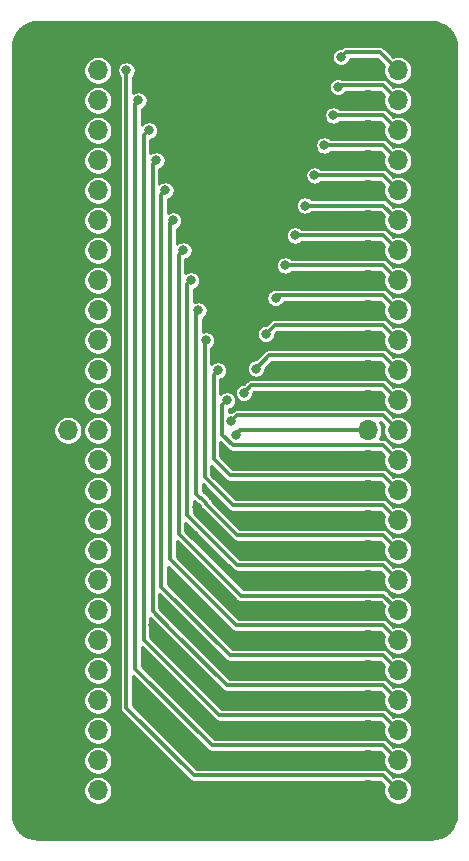
<source format=gbl>
%TF.GenerationSoftware,KiCad,Pcbnew,5.1.12-84ad8e8a86~92~ubuntu20.04.1*%
%TF.CreationDate,2022-04-13T08:29:14-05:00*%
%TF.ProjectId,Twister,54776973-7465-4722-9e6b-696361645f70,rev?*%
%TF.SameCoordinates,Original*%
%TF.FileFunction,Copper,L2,Bot*%
%TF.FilePolarity,Positive*%
%FSLAX46Y46*%
G04 Gerber Fmt 4.6, Leading zero omitted, Abs format (unit mm)*
G04 Created by KiCad (PCBNEW 5.1.12-84ad8e8a86~92~ubuntu20.04.1) date 2022-04-13 08:29:14*
%MOMM*%
%LPD*%
G01*
G04 APERTURE LIST*
%TA.AperFunction,ComponentPad*%
%ADD10O,1.700000X1.700000*%
%TD*%
%TA.AperFunction,ComponentPad*%
%ADD11R,1.700000X1.700000*%
%TD*%
%TA.AperFunction,ViaPad*%
%ADD12C,0.800000*%
%TD*%
%TA.AperFunction,Conductor*%
%ADD13C,0.350000*%
%TD*%
%TA.AperFunction,Conductor*%
%ADD14C,0.254000*%
%TD*%
%TA.AperFunction,Conductor*%
%ADD15C,0.150000*%
%TD*%
G04 APERTURE END LIST*
D10*
%TO.P,Je,50*%
%TO.N,/P50*%
X134620000Y-99060000D03*
%TO.P,Je,49*%
%TO.N,GND*%
X132080000Y-99060000D03*
%TO.P,Je,48*%
%TO.N,/P48*%
X134620000Y-96520000D03*
%TO.P,Je,47*%
%TO.N,GND*%
X132080000Y-96520000D03*
%TO.P,Je,46*%
%TO.N,/P46*%
X134620000Y-93980000D03*
%TO.P,Je,45*%
%TO.N,GND*%
X132080000Y-93980000D03*
%TO.P,Je,44*%
%TO.N,/P44*%
X134620000Y-91440000D03*
%TO.P,Je,43*%
%TO.N,GND*%
X132080000Y-91440000D03*
%TO.P,Je,42*%
%TO.N,/P42*%
X134620000Y-88900000D03*
%TO.P,Je,41*%
%TO.N,GND*%
X132080000Y-88900000D03*
%TO.P,Je,40*%
%TO.N,/P40*%
X134620000Y-86360000D03*
%TO.P,Je,39*%
%TO.N,GND*%
X132080000Y-86360000D03*
%TO.P,Je,38*%
%TO.N,/P38*%
X134620000Y-83820000D03*
%TO.P,Je,37*%
%TO.N,GND*%
X132080000Y-83820000D03*
%TO.P,Je,36*%
%TO.N,/P36*%
X134620000Y-81280000D03*
%TO.P,Je,35*%
%TO.N,GND*%
X132080000Y-81280000D03*
%TO.P,Je,34*%
%TO.N,/P34*%
X134620000Y-78740000D03*
%TO.P,Je,33*%
%TO.N,GND*%
X132080000Y-78740000D03*
%TO.P,Je,32*%
%TO.N,/P32*%
X134620000Y-76200000D03*
%TO.P,Je,31*%
%TO.N,GND*%
X132080000Y-76200000D03*
%TO.P,Je,30*%
%TO.N,/P30*%
X134620000Y-73660000D03*
%TO.P,Je,29*%
%TO.N,GND*%
X132080000Y-73660000D03*
%TO.P,Je,28*%
%TO.N,/P28*%
X134620000Y-71120000D03*
%TO.P,Je,27*%
%TO.N,GND*%
X132080000Y-71120000D03*
%TO.P,Je,26*%
%TO.N,/P26*%
X134620000Y-68580000D03*
%TO.P,Je,25*%
%TO.N,/P25*%
X132080000Y-68580000D03*
%TO.P,Je,24*%
%TO.N,/P24*%
X134620000Y-66040000D03*
%TO.P,Je,23*%
%TO.N,GND*%
X132080000Y-66040000D03*
%TO.P,Je,22*%
%TO.N,/P22*%
X134620000Y-63500000D03*
%TO.P,Je,21*%
%TO.N,GND*%
X132080000Y-63500000D03*
%TO.P,Je,20*%
%TO.N,/P20*%
X134620000Y-60960000D03*
%TO.P,Je,19*%
%TO.N,GND*%
X132080000Y-60960000D03*
%TO.P,Je,18*%
%TO.N,/P18*%
X134620000Y-58420000D03*
%TO.P,Je,17*%
%TO.N,GND*%
X132080000Y-58420000D03*
%TO.P,Je,16*%
%TO.N,/P16*%
X134620000Y-55880000D03*
%TO.P,Je,15*%
%TO.N,GND*%
X132080000Y-55880000D03*
%TO.P,Je,14*%
%TO.N,/P14*%
X134620000Y-53340000D03*
%TO.P,Je,13*%
%TO.N,GND*%
X132080000Y-53340000D03*
%TO.P,Je,12*%
%TO.N,/P12*%
X134620000Y-50800000D03*
%TO.P,Je,11*%
%TO.N,GND*%
X132080000Y-50800000D03*
%TO.P,Je,10*%
%TO.N,/P10*%
X134620000Y-48260000D03*
%TO.P,Je,9*%
%TO.N,GND*%
X132080000Y-48260000D03*
%TO.P,Je,8*%
%TO.N,/P8*%
X134620000Y-45720000D03*
%TO.P,Je,7*%
%TO.N,GND*%
X132080000Y-45720000D03*
%TO.P,Je,6*%
%TO.N,/P6*%
X134620000Y-43180000D03*
%TO.P,Je,5*%
%TO.N,GND*%
X132080000Y-43180000D03*
%TO.P,Je,4*%
%TO.N,/P4*%
X134620000Y-40640000D03*
%TO.P,Je,3*%
%TO.N,GND*%
X132080000Y-40640000D03*
%TO.P,Je,2*%
%TO.N,/P2*%
X134620000Y-38100000D03*
D11*
%TO.P,Je,1*%
%TO.N,GND*%
X132080000Y-38100000D03*
%TD*%
%TO.P,J1,1*%
%TO.N,GND*%
X106680000Y-99060000D03*
D10*
%TO.P,J1,2*%
%TO.N,/P2*%
X109220000Y-99060000D03*
%TO.P,J1,3*%
%TO.N,GND*%
X106680000Y-96520000D03*
%TO.P,J1,4*%
%TO.N,/P4*%
X109220000Y-96520000D03*
%TO.P,J1,5*%
%TO.N,GND*%
X106680000Y-93980000D03*
%TO.P,J1,6*%
%TO.N,/P6*%
X109220000Y-93980000D03*
%TO.P,J1,7*%
%TO.N,GND*%
X106680000Y-91440000D03*
%TO.P,J1,8*%
%TO.N,/P8*%
X109220000Y-91440000D03*
%TO.P,J1,9*%
%TO.N,GND*%
X106680000Y-88900000D03*
%TO.P,J1,10*%
%TO.N,/P10*%
X109220000Y-88900000D03*
%TO.P,J1,11*%
%TO.N,GND*%
X106680000Y-86360000D03*
%TO.P,J1,12*%
%TO.N,/P12*%
X109220000Y-86360000D03*
%TO.P,J1,13*%
%TO.N,GND*%
X106680000Y-83820000D03*
%TO.P,J1,14*%
%TO.N,/P14*%
X109220000Y-83820000D03*
%TO.P,J1,15*%
%TO.N,GND*%
X106680000Y-81280000D03*
%TO.P,J1,16*%
%TO.N,/P16*%
X109220000Y-81280000D03*
%TO.P,J1,17*%
%TO.N,GND*%
X106680000Y-78740000D03*
%TO.P,J1,18*%
%TO.N,/P18*%
X109220000Y-78740000D03*
%TO.P,J1,19*%
%TO.N,GND*%
X106680000Y-76200000D03*
%TO.P,J1,20*%
%TO.N,/P20*%
X109220000Y-76200000D03*
%TO.P,J1,21*%
%TO.N,GND*%
X106680000Y-73660000D03*
%TO.P,J1,22*%
%TO.N,/P22*%
X109220000Y-73660000D03*
%TO.P,J1,23*%
%TO.N,GND*%
X106680000Y-71120000D03*
%TO.P,J1,24*%
%TO.N,/P24*%
X109220000Y-71120000D03*
%TO.P,J1,25*%
%TO.N,/P25*%
X106680000Y-68580000D03*
%TO.P,J1,26*%
%TO.N,/P26*%
X109220000Y-68580000D03*
%TO.P,J1,27*%
%TO.N,GND*%
X106680000Y-66040000D03*
%TO.P,J1,28*%
%TO.N,/P28*%
X109220000Y-66040000D03*
%TO.P,J1,29*%
%TO.N,GND*%
X106680000Y-63500000D03*
%TO.P,J1,30*%
%TO.N,/P30*%
X109220000Y-63500000D03*
%TO.P,J1,31*%
%TO.N,GND*%
X106680000Y-60960000D03*
%TO.P,J1,32*%
%TO.N,/P32*%
X109220000Y-60960000D03*
%TO.P,J1,33*%
%TO.N,GND*%
X106680000Y-58420000D03*
%TO.P,J1,34*%
%TO.N,/P34*%
X109220000Y-58420000D03*
%TO.P,J1,35*%
%TO.N,GND*%
X106680000Y-55880000D03*
%TO.P,J1,36*%
%TO.N,/P36*%
X109220000Y-55880000D03*
%TO.P,J1,37*%
%TO.N,GND*%
X106680000Y-53340000D03*
%TO.P,J1,38*%
%TO.N,/P38*%
X109220000Y-53340000D03*
%TO.P,J1,39*%
%TO.N,GND*%
X106680000Y-50800000D03*
%TO.P,J1,40*%
%TO.N,/P40*%
X109220000Y-50800000D03*
%TO.P,J1,41*%
%TO.N,GND*%
X106680000Y-48260000D03*
%TO.P,J1,42*%
%TO.N,/P42*%
X109220000Y-48260000D03*
%TO.P,J1,43*%
%TO.N,GND*%
X106680000Y-45720000D03*
%TO.P,J1,44*%
%TO.N,/P44*%
X109220000Y-45720000D03*
%TO.P,J1,45*%
%TO.N,GND*%
X106680000Y-43180000D03*
%TO.P,J1,46*%
%TO.N,/P46*%
X109220000Y-43180000D03*
%TO.P,J1,47*%
%TO.N,GND*%
X106680000Y-40640000D03*
%TO.P,J1,48*%
%TO.N,/P48*%
X109220000Y-40640000D03*
%TO.P,J1,49*%
%TO.N,GND*%
X106680000Y-38100000D03*
%TO.P,J1,50*%
%TO.N,/P50*%
X109220000Y-38100000D03*
%TD*%
D12*
%TO.N,/P2*%
X129794000Y-36957000D03*
%TO.N,/P4*%
X129540000Y-39496994D03*
%TO.N,/P6*%
X129159000Y-41910000D03*
%TO.N,/P8*%
X128397000Y-44450000D03*
%TO.N,/P10*%
X127560780Y-46989999D03*
%TO.N,/P12*%
X126737222Y-49538778D03*
%TO.N,/P14*%
X125913677Y-52070000D03*
%TO.N,/P16*%
X125090119Y-54610000D03*
%TO.N,/P18*%
X124266565Y-57374999D03*
%TO.N,/P20*%
X123443011Y-60423001D03*
%TO.N,/P22*%
X122619455Y-63344013D03*
%TO.N,/P24*%
X121579369Y-65395285D03*
%TO.N,/P25*%
X120904000Y-68961000D03*
%TO.N,/P26*%
X120523000Y-67804990D03*
%TO.N,/P28*%
X120142004Y-66039996D03*
%TO.N,/P30*%
X119379998Y-63500000D03*
%TO.N,/P32*%
X118364008Y-60960000D03*
%TO.N,/P34*%
X117729000Y-58420000D03*
%TO.N,/P36*%
X117093997Y-55880001D03*
%TO.N,/P38*%
X116459004Y-53340000D03*
%TO.N,/P40*%
X115570000Y-50800000D03*
%TO.N,/P42*%
X114935002Y-48259998D03*
%TO.N,/P44*%
X114173004Y-45720000D03*
%TO.N,/P46*%
X113537996Y-43180000D03*
%TO.N,/P48*%
X112649000Y-40640000D03*
%TO.N,/P50*%
X111632998Y-38100000D03*
%TO.N,GND*%
X121539000Y-61849000D03*
X119507000Y-58928000D03*
X122301000Y-58928000D03*
X118999000Y-55880000D03*
X122809000Y-55880000D03*
X118491000Y-53213000D03*
X123063000Y-53213000D03*
X117475000Y-50673000D03*
X120840500Y-50673000D03*
X124206000Y-50673000D03*
X116967000Y-48260000D03*
X120967500Y-48260000D03*
X124968000Y-48260000D03*
X118164426Y-101962000D03*
X109492142Y-101962000D03*
X131172852Y-101962000D03*
X126836710Y-101962000D03*
X105156000Y-101962000D03*
X113828284Y-101962000D03*
X135509000Y-101962000D03*
X122500568Y-101962000D03*
X128016000Y-96520000D03*
X127381000Y-93980000D03*
X126746000Y-91440000D03*
X126238000Y-88646000D03*
X125603000Y-86360000D03*
X124968000Y-83820000D03*
X123444000Y-81280000D03*
X124968000Y-78740000D03*
X121666000Y-78740000D03*
X123952000Y-76200000D03*
X123380500Y-73660000D03*
X121094500Y-75946000D03*
X119507000Y-77216000D03*
X117348000Y-77470000D03*
X117348000Y-80010000D03*
X116840000Y-82550000D03*
X116459000Y-85090000D03*
X119380000Y-85090000D03*
X115951000Y-87630000D03*
X113284000Y-87757000D03*
X113919000Y-85090000D03*
X115443000Y-90170000D03*
X118618000Y-90170000D03*
X114300000Y-92710000D03*
X117856000Y-92710000D03*
X116840000Y-95250000D03*
X110998000Y-95250000D03*
X112966500Y-95250000D03*
X111760000Y-97790000D03*
X114681000Y-97790000D03*
X117602000Y-75057000D03*
X120777000Y-64008000D03*
X119888000Y-61849000D03*
X116459000Y-45593000D03*
X121094500Y-45593000D03*
X125730000Y-45593000D03*
X115697000Y-43053000D03*
X121031000Y-43053000D03*
X126365000Y-43053000D03*
X114681000Y-40640000D03*
X121031000Y-40640000D03*
X127381000Y-40640000D03*
X114300000Y-38100000D03*
X120904000Y-38100000D03*
X127508000Y-38100000D03*
X117910426Y-35036000D03*
X122246568Y-35036000D03*
X126582710Y-35036000D03*
X130918852Y-35036000D03*
X135255000Y-35036000D03*
X104902000Y-35036000D03*
X109238142Y-35036000D03*
X113574284Y-35036000D03*
X129857500Y-93980000D03*
X112522000Y-90170000D03*
X121158000Y-73533000D03*
X121348500Y-71056500D03*
X119253000Y-72390000D03*
%TD*%
D13*
%TO.N,/P2*%
X130193999Y-36557001D02*
X129794000Y-36957000D01*
X134620000Y-38100000D02*
X133077001Y-36557001D01*
X133077001Y-36557001D02*
X130193999Y-36557001D01*
%TO.N,/P4*%
X129666994Y-39370000D02*
X129540000Y-39496994D01*
X133350000Y-39370000D02*
X129666994Y-39370000D01*
X134620000Y-40640000D02*
X133350000Y-39370000D01*
%TO.N,/P6*%
X133350000Y-41910000D02*
X129159000Y-41910000D01*
X134620000Y-43180000D02*
X133350000Y-41910000D01*
%TO.N,/P8*%
X134620000Y-45720000D02*
X133350000Y-44450000D01*
X133350000Y-44450000D02*
X128397000Y-44450000D01*
%TO.N,/P10*%
X133349999Y-46989999D02*
X127560780Y-46989999D01*
X134620000Y-48260000D02*
X133349999Y-46989999D01*
%TO.N,/P12*%
X134620000Y-50800000D02*
X133358778Y-49538778D01*
X133358778Y-49538778D02*
X126737222Y-49538778D01*
%TO.N,/P14*%
X133350000Y-52070000D02*
X125913677Y-52070000D01*
X134620000Y-53340000D02*
X133350000Y-52070000D01*
%TO.N,/P16*%
X133350000Y-54610000D02*
X125090119Y-54610000D01*
X134620000Y-55880000D02*
X133350000Y-54610000D01*
%TO.N,/P18*%
X124491564Y-57150000D02*
X124266565Y-57374999D01*
X133350000Y-57150000D02*
X124491564Y-57150000D01*
X134620000Y-58420000D02*
X133350000Y-57150000D01*
%TO.N,/P20*%
X124176012Y-59690000D02*
X123443011Y-60423001D01*
X133350000Y-59690000D02*
X124176012Y-59690000D01*
X134620000Y-60960000D02*
X133350000Y-59690000D01*
%TO.N,/P22*%
X123733468Y-62230000D02*
X122619455Y-63344013D01*
X133350000Y-62230000D02*
X123733468Y-62230000D01*
X134620000Y-63500000D02*
X133350000Y-62230000D01*
%TO.N,/P24*%
X122204654Y-64770000D02*
X121579369Y-65395285D01*
X133350000Y-64770000D02*
X122204654Y-64770000D01*
X134620000Y-66040000D02*
X133350000Y-64770000D01*
%TO.N,/P25*%
X121285000Y-68580000D02*
X132080000Y-68580000D01*
X120904000Y-68961000D02*
X121285000Y-68580000D01*
%TO.N,/P26*%
X121017990Y-67310000D02*
X120523000Y-67804990D01*
X133350000Y-67310000D02*
X121017990Y-67310000D01*
X134620000Y-68580000D02*
X133350000Y-67310000D01*
%TO.N,/P28*%
X119742005Y-68946007D02*
X119742005Y-66439995D01*
X120645998Y-69850000D02*
X119742005Y-68946007D01*
X133350000Y-69850000D02*
X120645998Y-69850000D01*
X119742005Y-66439995D02*
X120142004Y-66039996D01*
X134620000Y-71120000D02*
X133350000Y-69850000D01*
%TO.N,/P30*%
X119010268Y-63869730D02*
X119379998Y-63500000D01*
X119010268Y-71004268D02*
X119010268Y-63869730D01*
X120396000Y-72390000D02*
X119010268Y-71004268D01*
X133350000Y-72390000D02*
X120396000Y-72390000D01*
X134620000Y-73660000D02*
X133350000Y-72390000D01*
%TO.N,/P32*%
X118272541Y-61051467D02*
X118364008Y-60960000D01*
X118272541Y-72552541D02*
X118272541Y-61051467D01*
X120650000Y-74930000D02*
X118272541Y-72552541D01*
X133350000Y-74930000D02*
X120650000Y-74930000D01*
X134620000Y-76200000D02*
X133350000Y-74930000D01*
%TO.N,/P34*%
X117534814Y-58614186D02*
X117729000Y-58420000D01*
X117534814Y-73973814D02*
X117534814Y-58614186D01*
X117842999Y-74281999D02*
X117534814Y-73973814D01*
X117974001Y-74281999D02*
X117842999Y-74281999D01*
X118377001Y-74684999D02*
X117974001Y-74281999D01*
X118377001Y-74816001D02*
X118377001Y-74684999D01*
X121031000Y-77470000D02*
X118377001Y-74816001D01*
X133350000Y-77470000D02*
X121031000Y-77470000D01*
X134620000Y-78740000D02*
X133350000Y-77470000D01*
%TO.N,/P36*%
X116797087Y-56176911D02*
X117093997Y-55880001D01*
X116797087Y-75776087D02*
X116797087Y-56176911D01*
X121031000Y-80010000D02*
X116797087Y-75776087D01*
X133350000Y-80010000D02*
X121031000Y-80010000D01*
X134620000Y-81280000D02*
X133350000Y-80010000D01*
%TO.N,/P38*%
X116059360Y-53739644D02*
X116459004Y-53340000D01*
X116059360Y-77324360D02*
X116059360Y-53739644D01*
X121329999Y-82594999D02*
X116059360Y-77324360D01*
X133394999Y-82594999D02*
X121329999Y-82594999D01*
X134620000Y-83820000D02*
X133394999Y-82594999D01*
%TO.N,/P40*%
X115321633Y-79507633D02*
X115321633Y-51048367D01*
X120904000Y-85090000D02*
X115321633Y-79507633D01*
X131445000Y-85090000D02*
X120904000Y-85090000D01*
X115321633Y-51048367D02*
X115570000Y-50800000D01*
X133350000Y-85090000D02*
X131445000Y-85090000D01*
X134620000Y-86360000D02*
X133350000Y-85090000D01*
%TO.N,/P42*%
X114583906Y-81817906D02*
X114583906Y-48611094D01*
X120396000Y-87630000D02*
X114583906Y-81817906D01*
X114583906Y-48611094D02*
X114935002Y-48259998D01*
X133350000Y-87630000D02*
X120396000Y-87630000D01*
X134620000Y-88900000D02*
X133350000Y-87630000D01*
%TO.N,/P44*%
X113846179Y-83874179D02*
X113846179Y-46046825D01*
X113846179Y-46046825D02*
X114173004Y-45720000D01*
X115443000Y-85471000D02*
X113846179Y-83874179D01*
X120142000Y-90170000D02*
X115347911Y-85375911D01*
X133350000Y-90170000D02*
X120142000Y-90170000D01*
X134620000Y-91440000D02*
X133350000Y-90170000D01*
%TO.N,/P46*%
X113537996Y-43200198D02*
X113537996Y-43180000D01*
X113108452Y-43609544D02*
X113537996Y-43180000D01*
X113108452Y-86311452D02*
X113108452Y-43609544D01*
X119507000Y-92710000D02*
X113108452Y-86311452D01*
X133350000Y-92710000D02*
X119507000Y-92710000D01*
X134620000Y-93980000D02*
X133350000Y-92710000D01*
%TO.N,/P48*%
X112370725Y-40918275D02*
X112649000Y-40640000D01*
X112370725Y-88773000D02*
X112370725Y-40918275D01*
X118872000Y-95250000D02*
X112395000Y-88773000D01*
X133350000Y-95250000D02*
X118872000Y-95250000D01*
X134620000Y-96520000D02*
X133350000Y-95250000D01*
%TO.N,/P50*%
X117348000Y-97790000D02*
X111632998Y-92074998D01*
X133350000Y-97790000D02*
X117348000Y-97790000D01*
X111632998Y-92074998D02*
X111632998Y-38100000D01*
X134620000Y-99060000D02*
X133350000Y-97790000D01*
%TD*%
D14*
%TO.N,GND*%
X137828115Y-34028551D02*
X138226462Y-34148819D01*
X138593864Y-34344170D01*
X138916317Y-34607157D01*
X139181553Y-34927773D01*
X139379460Y-35293795D01*
X139502506Y-35691291D01*
X139548000Y-36124137D01*
X139548001Y-101020136D01*
X139505449Y-101454115D01*
X139385181Y-101852464D01*
X139189831Y-102219862D01*
X138926845Y-102542315D01*
X138606226Y-102807554D01*
X138240204Y-103005461D01*
X137842708Y-103128506D01*
X137409863Y-103174000D01*
X104159854Y-103174000D01*
X103725885Y-103131449D01*
X103327536Y-103011181D01*
X102960138Y-102815831D01*
X102637685Y-102552845D01*
X102372446Y-102232226D01*
X102174539Y-101866204D01*
X102051494Y-101468708D01*
X102006000Y-101035863D01*
X102006000Y-98938757D01*
X107989000Y-98938757D01*
X107989000Y-99181243D01*
X108036307Y-99419069D01*
X108129102Y-99643097D01*
X108263820Y-99844717D01*
X108435283Y-100016180D01*
X108636903Y-100150898D01*
X108860931Y-100243693D01*
X109098757Y-100291000D01*
X109341243Y-100291000D01*
X109579069Y-100243693D01*
X109803097Y-100150898D01*
X110004717Y-100016180D01*
X110176180Y-99844717D01*
X110310898Y-99643097D01*
X110403693Y-99419069D01*
X110451000Y-99181243D01*
X110451000Y-98938757D01*
X110403693Y-98700931D01*
X110310898Y-98476903D01*
X110176180Y-98275283D01*
X110004717Y-98103820D01*
X109803097Y-97969102D01*
X109579069Y-97876307D01*
X109341243Y-97829000D01*
X109098757Y-97829000D01*
X108860931Y-97876307D01*
X108636903Y-97969102D01*
X108435283Y-98103820D01*
X108263820Y-98275283D01*
X108129102Y-98476903D01*
X108036307Y-98700931D01*
X107989000Y-98938757D01*
X102006000Y-98938757D01*
X102006000Y-96398757D01*
X107989000Y-96398757D01*
X107989000Y-96641243D01*
X108036307Y-96879069D01*
X108129102Y-97103097D01*
X108263820Y-97304717D01*
X108435283Y-97476180D01*
X108636903Y-97610898D01*
X108860931Y-97703693D01*
X109098757Y-97751000D01*
X109341243Y-97751000D01*
X109579069Y-97703693D01*
X109803097Y-97610898D01*
X110004717Y-97476180D01*
X110176180Y-97304717D01*
X110310898Y-97103097D01*
X110403693Y-96879069D01*
X110451000Y-96641243D01*
X110451000Y-96398757D01*
X110403693Y-96160931D01*
X110310898Y-95936903D01*
X110176180Y-95735283D01*
X110004717Y-95563820D01*
X109803097Y-95429102D01*
X109579069Y-95336307D01*
X109341243Y-95289000D01*
X109098757Y-95289000D01*
X108860931Y-95336307D01*
X108636903Y-95429102D01*
X108435283Y-95563820D01*
X108263820Y-95735283D01*
X108129102Y-95936903D01*
X108036307Y-96160931D01*
X107989000Y-96398757D01*
X102006000Y-96398757D01*
X102006000Y-93858757D01*
X107989000Y-93858757D01*
X107989000Y-94101243D01*
X108036307Y-94339069D01*
X108129102Y-94563097D01*
X108263820Y-94764717D01*
X108435283Y-94936180D01*
X108636903Y-95070898D01*
X108860931Y-95163693D01*
X109098757Y-95211000D01*
X109341243Y-95211000D01*
X109579069Y-95163693D01*
X109803097Y-95070898D01*
X110004717Y-94936180D01*
X110176180Y-94764717D01*
X110310898Y-94563097D01*
X110403693Y-94339069D01*
X110451000Y-94101243D01*
X110451000Y-93858757D01*
X110403693Y-93620931D01*
X110310898Y-93396903D01*
X110176180Y-93195283D01*
X110004717Y-93023820D01*
X109803097Y-92889102D01*
X109579069Y-92796307D01*
X109341243Y-92749000D01*
X109098757Y-92749000D01*
X108860931Y-92796307D01*
X108636903Y-92889102D01*
X108435283Y-93023820D01*
X108263820Y-93195283D01*
X108129102Y-93396903D01*
X108036307Y-93620931D01*
X107989000Y-93858757D01*
X102006000Y-93858757D01*
X102006000Y-91318757D01*
X107989000Y-91318757D01*
X107989000Y-91561243D01*
X108036307Y-91799069D01*
X108129102Y-92023097D01*
X108263820Y-92224717D01*
X108435283Y-92396180D01*
X108636903Y-92530898D01*
X108860931Y-92623693D01*
X109098757Y-92671000D01*
X109341243Y-92671000D01*
X109579069Y-92623693D01*
X109803097Y-92530898D01*
X110004717Y-92396180D01*
X110176180Y-92224717D01*
X110310898Y-92023097D01*
X110403693Y-91799069D01*
X110451000Y-91561243D01*
X110451000Y-91318757D01*
X110403693Y-91080931D01*
X110310898Y-90856903D01*
X110176180Y-90655283D01*
X110004717Y-90483820D01*
X109803097Y-90349102D01*
X109579069Y-90256307D01*
X109341243Y-90209000D01*
X109098757Y-90209000D01*
X108860931Y-90256307D01*
X108636903Y-90349102D01*
X108435283Y-90483820D01*
X108263820Y-90655283D01*
X108129102Y-90856903D01*
X108036307Y-91080931D01*
X107989000Y-91318757D01*
X102006000Y-91318757D01*
X102006000Y-88778757D01*
X107989000Y-88778757D01*
X107989000Y-89021243D01*
X108036307Y-89259069D01*
X108129102Y-89483097D01*
X108263820Y-89684717D01*
X108435283Y-89856180D01*
X108636903Y-89990898D01*
X108860931Y-90083693D01*
X109098757Y-90131000D01*
X109341243Y-90131000D01*
X109579069Y-90083693D01*
X109803097Y-89990898D01*
X110004717Y-89856180D01*
X110176180Y-89684717D01*
X110310898Y-89483097D01*
X110403693Y-89259069D01*
X110451000Y-89021243D01*
X110451000Y-88778757D01*
X110403693Y-88540931D01*
X110310898Y-88316903D01*
X110176180Y-88115283D01*
X110004717Y-87943820D01*
X109803097Y-87809102D01*
X109579069Y-87716307D01*
X109341243Y-87669000D01*
X109098757Y-87669000D01*
X108860931Y-87716307D01*
X108636903Y-87809102D01*
X108435283Y-87943820D01*
X108263820Y-88115283D01*
X108129102Y-88316903D01*
X108036307Y-88540931D01*
X107989000Y-88778757D01*
X102006000Y-88778757D01*
X102006000Y-86238757D01*
X107989000Y-86238757D01*
X107989000Y-86481243D01*
X108036307Y-86719069D01*
X108129102Y-86943097D01*
X108263820Y-87144717D01*
X108435283Y-87316180D01*
X108636903Y-87450898D01*
X108860931Y-87543693D01*
X109098757Y-87591000D01*
X109341243Y-87591000D01*
X109579069Y-87543693D01*
X109803097Y-87450898D01*
X110004717Y-87316180D01*
X110176180Y-87144717D01*
X110310898Y-86943097D01*
X110403693Y-86719069D01*
X110451000Y-86481243D01*
X110451000Y-86238757D01*
X110403693Y-86000931D01*
X110310898Y-85776903D01*
X110176180Y-85575283D01*
X110004717Y-85403820D01*
X109803097Y-85269102D01*
X109579069Y-85176307D01*
X109341243Y-85129000D01*
X109098757Y-85129000D01*
X108860931Y-85176307D01*
X108636903Y-85269102D01*
X108435283Y-85403820D01*
X108263820Y-85575283D01*
X108129102Y-85776903D01*
X108036307Y-86000931D01*
X107989000Y-86238757D01*
X102006000Y-86238757D01*
X102006000Y-83698757D01*
X107989000Y-83698757D01*
X107989000Y-83941243D01*
X108036307Y-84179069D01*
X108129102Y-84403097D01*
X108263820Y-84604717D01*
X108435283Y-84776180D01*
X108636903Y-84910898D01*
X108860931Y-85003693D01*
X109098757Y-85051000D01*
X109341243Y-85051000D01*
X109579069Y-85003693D01*
X109803097Y-84910898D01*
X110004717Y-84776180D01*
X110176180Y-84604717D01*
X110310898Y-84403097D01*
X110403693Y-84179069D01*
X110451000Y-83941243D01*
X110451000Y-83698757D01*
X110403693Y-83460931D01*
X110310898Y-83236903D01*
X110176180Y-83035283D01*
X110004717Y-82863820D01*
X109803097Y-82729102D01*
X109579069Y-82636307D01*
X109341243Y-82589000D01*
X109098757Y-82589000D01*
X108860931Y-82636307D01*
X108636903Y-82729102D01*
X108435283Y-82863820D01*
X108263820Y-83035283D01*
X108129102Y-83236903D01*
X108036307Y-83460931D01*
X107989000Y-83698757D01*
X102006000Y-83698757D01*
X102006000Y-81158757D01*
X107989000Y-81158757D01*
X107989000Y-81401243D01*
X108036307Y-81639069D01*
X108129102Y-81863097D01*
X108263820Y-82064717D01*
X108435283Y-82236180D01*
X108636903Y-82370898D01*
X108860931Y-82463693D01*
X109098757Y-82511000D01*
X109341243Y-82511000D01*
X109579069Y-82463693D01*
X109803097Y-82370898D01*
X110004717Y-82236180D01*
X110176180Y-82064717D01*
X110310898Y-81863097D01*
X110403693Y-81639069D01*
X110451000Y-81401243D01*
X110451000Y-81158757D01*
X110403693Y-80920931D01*
X110310898Y-80696903D01*
X110176180Y-80495283D01*
X110004717Y-80323820D01*
X109803097Y-80189102D01*
X109579069Y-80096307D01*
X109341243Y-80049000D01*
X109098757Y-80049000D01*
X108860931Y-80096307D01*
X108636903Y-80189102D01*
X108435283Y-80323820D01*
X108263820Y-80495283D01*
X108129102Y-80696903D01*
X108036307Y-80920931D01*
X107989000Y-81158757D01*
X102006000Y-81158757D01*
X102006000Y-78618757D01*
X107989000Y-78618757D01*
X107989000Y-78861243D01*
X108036307Y-79099069D01*
X108129102Y-79323097D01*
X108263820Y-79524717D01*
X108435283Y-79696180D01*
X108636903Y-79830898D01*
X108860931Y-79923693D01*
X109098757Y-79971000D01*
X109341243Y-79971000D01*
X109579069Y-79923693D01*
X109803097Y-79830898D01*
X110004717Y-79696180D01*
X110176180Y-79524717D01*
X110310898Y-79323097D01*
X110403693Y-79099069D01*
X110451000Y-78861243D01*
X110451000Y-78618757D01*
X110403693Y-78380931D01*
X110310898Y-78156903D01*
X110176180Y-77955283D01*
X110004717Y-77783820D01*
X109803097Y-77649102D01*
X109579069Y-77556307D01*
X109341243Y-77509000D01*
X109098757Y-77509000D01*
X108860931Y-77556307D01*
X108636903Y-77649102D01*
X108435283Y-77783820D01*
X108263820Y-77955283D01*
X108129102Y-78156903D01*
X108036307Y-78380931D01*
X107989000Y-78618757D01*
X102006000Y-78618757D01*
X102006000Y-76078757D01*
X107989000Y-76078757D01*
X107989000Y-76321243D01*
X108036307Y-76559069D01*
X108129102Y-76783097D01*
X108263820Y-76984717D01*
X108435283Y-77156180D01*
X108636903Y-77290898D01*
X108860931Y-77383693D01*
X109098757Y-77431000D01*
X109341243Y-77431000D01*
X109579069Y-77383693D01*
X109803097Y-77290898D01*
X110004717Y-77156180D01*
X110176180Y-76984717D01*
X110310898Y-76783097D01*
X110403693Y-76559069D01*
X110451000Y-76321243D01*
X110451000Y-76078757D01*
X110403693Y-75840931D01*
X110310898Y-75616903D01*
X110176180Y-75415283D01*
X110004717Y-75243820D01*
X109803097Y-75109102D01*
X109579069Y-75016307D01*
X109341243Y-74969000D01*
X109098757Y-74969000D01*
X108860931Y-75016307D01*
X108636903Y-75109102D01*
X108435283Y-75243820D01*
X108263820Y-75415283D01*
X108129102Y-75616903D01*
X108036307Y-75840931D01*
X107989000Y-76078757D01*
X102006000Y-76078757D01*
X102006000Y-73538757D01*
X107989000Y-73538757D01*
X107989000Y-73781243D01*
X108036307Y-74019069D01*
X108129102Y-74243097D01*
X108263820Y-74444717D01*
X108435283Y-74616180D01*
X108636903Y-74750898D01*
X108860931Y-74843693D01*
X109098757Y-74891000D01*
X109341243Y-74891000D01*
X109579069Y-74843693D01*
X109803097Y-74750898D01*
X110004717Y-74616180D01*
X110176180Y-74444717D01*
X110310898Y-74243097D01*
X110403693Y-74019069D01*
X110451000Y-73781243D01*
X110451000Y-73538757D01*
X110403693Y-73300931D01*
X110310898Y-73076903D01*
X110176180Y-72875283D01*
X110004717Y-72703820D01*
X109803097Y-72569102D01*
X109579069Y-72476307D01*
X109341243Y-72429000D01*
X109098757Y-72429000D01*
X108860931Y-72476307D01*
X108636903Y-72569102D01*
X108435283Y-72703820D01*
X108263820Y-72875283D01*
X108129102Y-73076903D01*
X108036307Y-73300931D01*
X107989000Y-73538757D01*
X102006000Y-73538757D01*
X102006000Y-70998757D01*
X107989000Y-70998757D01*
X107989000Y-71241243D01*
X108036307Y-71479069D01*
X108129102Y-71703097D01*
X108263820Y-71904717D01*
X108435283Y-72076180D01*
X108636903Y-72210898D01*
X108860931Y-72303693D01*
X109098757Y-72351000D01*
X109341243Y-72351000D01*
X109579069Y-72303693D01*
X109803097Y-72210898D01*
X110004717Y-72076180D01*
X110176180Y-71904717D01*
X110310898Y-71703097D01*
X110403693Y-71479069D01*
X110451000Y-71241243D01*
X110451000Y-70998757D01*
X110403693Y-70760931D01*
X110310898Y-70536903D01*
X110176180Y-70335283D01*
X110004717Y-70163820D01*
X109803097Y-70029102D01*
X109579069Y-69936307D01*
X109341243Y-69889000D01*
X109098757Y-69889000D01*
X108860931Y-69936307D01*
X108636903Y-70029102D01*
X108435283Y-70163820D01*
X108263820Y-70335283D01*
X108129102Y-70536903D01*
X108036307Y-70760931D01*
X107989000Y-70998757D01*
X102006000Y-70998757D01*
X102006000Y-68458757D01*
X105449000Y-68458757D01*
X105449000Y-68701243D01*
X105496307Y-68939069D01*
X105589102Y-69163097D01*
X105723820Y-69364717D01*
X105895283Y-69536180D01*
X106096903Y-69670898D01*
X106320931Y-69763693D01*
X106558757Y-69811000D01*
X106801243Y-69811000D01*
X107039069Y-69763693D01*
X107263097Y-69670898D01*
X107464717Y-69536180D01*
X107636180Y-69364717D01*
X107770898Y-69163097D01*
X107863693Y-68939069D01*
X107911000Y-68701243D01*
X107911000Y-68458757D01*
X107989000Y-68458757D01*
X107989000Y-68701243D01*
X108036307Y-68939069D01*
X108129102Y-69163097D01*
X108263820Y-69364717D01*
X108435283Y-69536180D01*
X108636903Y-69670898D01*
X108860931Y-69763693D01*
X109098757Y-69811000D01*
X109341243Y-69811000D01*
X109579069Y-69763693D01*
X109803097Y-69670898D01*
X110004717Y-69536180D01*
X110176180Y-69364717D01*
X110310898Y-69163097D01*
X110403693Y-68939069D01*
X110451000Y-68701243D01*
X110451000Y-68458757D01*
X110403693Y-68220931D01*
X110310898Y-67996903D01*
X110176180Y-67795283D01*
X110004717Y-67623820D01*
X109803097Y-67489102D01*
X109579069Y-67396307D01*
X109341243Y-67349000D01*
X109098757Y-67349000D01*
X108860931Y-67396307D01*
X108636903Y-67489102D01*
X108435283Y-67623820D01*
X108263820Y-67795283D01*
X108129102Y-67996903D01*
X108036307Y-68220931D01*
X107989000Y-68458757D01*
X107911000Y-68458757D01*
X107863693Y-68220931D01*
X107770898Y-67996903D01*
X107636180Y-67795283D01*
X107464717Y-67623820D01*
X107263097Y-67489102D01*
X107039069Y-67396307D01*
X106801243Y-67349000D01*
X106558757Y-67349000D01*
X106320931Y-67396307D01*
X106096903Y-67489102D01*
X105895283Y-67623820D01*
X105723820Y-67795283D01*
X105589102Y-67996903D01*
X105496307Y-68220931D01*
X105449000Y-68458757D01*
X102006000Y-68458757D01*
X102006000Y-65918757D01*
X107989000Y-65918757D01*
X107989000Y-66161243D01*
X108036307Y-66399069D01*
X108129102Y-66623097D01*
X108263820Y-66824717D01*
X108435283Y-66996180D01*
X108636903Y-67130898D01*
X108860931Y-67223693D01*
X109098757Y-67271000D01*
X109341243Y-67271000D01*
X109579069Y-67223693D01*
X109803097Y-67130898D01*
X110004717Y-66996180D01*
X110176180Y-66824717D01*
X110310898Y-66623097D01*
X110403693Y-66399069D01*
X110451000Y-66161243D01*
X110451000Y-65918757D01*
X110403693Y-65680931D01*
X110310898Y-65456903D01*
X110176180Y-65255283D01*
X110004717Y-65083820D01*
X109803097Y-64949102D01*
X109579069Y-64856307D01*
X109341243Y-64809000D01*
X109098757Y-64809000D01*
X108860931Y-64856307D01*
X108636903Y-64949102D01*
X108435283Y-65083820D01*
X108263820Y-65255283D01*
X108129102Y-65456903D01*
X108036307Y-65680931D01*
X107989000Y-65918757D01*
X102006000Y-65918757D01*
X102006000Y-63378757D01*
X107989000Y-63378757D01*
X107989000Y-63621243D01*
X108036307Y-63859069D01*
X108129102Y-64083097D01*
X108263820Y-64284717D01*
X108435283Y-64456180D01*
X108636903Y-64590898D01*
X108860931Y-64683693D01*
X109098757Y-64731000D01*
X109341243Y-64731000D01*
X109579069Y-64683693D01*
X109803097Y-64590898D01*
X110004717Y-64456180D01*
X110176180Y-64284717D01*
X110310898Y-64083097D01*
X110403693Y-63859069D01*
X110451000Y-63621243D01*
X110451000Y-63378757D01*
X110403693Y-63140931D01*
X110310898Y-62916903D01*
X110176180Y-62715283D01*
X110004717Y-62543820D01*
X109803097Y-62409102D01*
X109579069Y-62316307D01*
X109341243Y-62269000D01*
X109098757Y-62269000D01*
X108860931Y-62316307D01*
X108636903Y-62409102D01*
X108435283Y-62543820D01*
X108263820Y-62715283D01*
X108129102Y-62916903D01*
X108036307Y-63140931D01*
X107989000Y-63378757D01*
X102006000Y-63378757D01*
X102006000Y-60838757D01*
X107989000Y-60838757D01*
X107989000Y-61081243D01*
X108036307Y-61319069D01*
X108129102Y-61543097D01*
X108263820Y-61744717D01*
X108435283Y-61916180D01*
X108636903Y-62050898D01*
X108860931Y-62143693D01*
X109098757Y-62191000D01*
X109341243Y-62191000D01*
X109579069Y-62143693D01*
X109803097Y-62050898D01*
X110004717Y-61916180D01*
X110176180Y-61744717D01*
X110310898Y-61543097D01*
X110403693Y-61319069D01*
X110451000Y-61081243D01*
X110451000Y-60838757D01*
X110403693Y-60600931D01*
X110310898Y-60376903D01*
X110176180Y-60175283D01*
X110004717Y-60003820D01*
X109803097Y-59869102D01*
X109579069Y-59776307D01*
X109341243Y-59729000D01*
X109098757Y-59729000D01*
X108860931Y-59776307D01*
X108636903Y-59869102D01*
X108435283Y-60003820D01*
X108263820Y-60175283D01*
X108129102Y-60376903D01*
X108036307Y-60600931D01*
X107989000Y-60838757D01*
X102006000Y-60838757D01*
X102006000Y-58298757D01*
X107989000Y-58298757D01*
X107989000Y-58541243D01*
X108036307Y-58779069D01*
X108129102Y-59003097D01*
X108263820Y-59204717D01*
X108435283Y-59376180D01*
X108636903Y-59510898D01*
X108860931Y-59603693D01*
X109098757Y-59651000D01*
X109341243Y-59651000D01*
X109579069Y-59603693D01*
X109803097Y-59510898D01*
X110004717Y-59376180D01*
X110176180Y-59204717D01*
X110310898Y-59003097D01*
X110403693Y-58779069D01*
X110451000Y-58541243D01*
X110451000Y-58298757D01*
X110403693Y-58060931D01*
X110310898Y-57836903D01*
X110176180Y-57635283D01*
X110004717Y-57463820D01*
X109803097Y-57329102D01*
X109579069Y-57236307D01*
X109341243Y-57189000D01*
X109098757Y-57189000D01*
X108860931Y-57236307D01*
X108636903Y-57329102D01*
X108435283Y-57463820D01*
X108263820Y-57635283D01*
X108129102Y-57836903D01*
X108036307Y-58060931D01*
X107989000Y-58298757D01*
X102006000Y-58298757D01*
X102006000Y-55758757D01*
X107989000Y-55758757D01*
X107989000Y-56001243D01*
X108036307Y-56239069D01*
X108129102Y-56463097D01*
X108263820Y-56664717D01*
X108435283Y-56836180D01*
X108636903Y-56970898D01*
X108860931Y-57063693D01*
X109098757Y-57111000D01*
X109341243Y-57111000D01*
X109579069Y-57063693D01*
X109803097Y-56970898D01*
X110004717Y-56836180D01*
X110176180Y-56664717D01*
X110310898Y-56463097D01*
X110403693Y-56239069D01*
X110451000Y-56001243D01*
X110451000Y-55758757D01*
X110403693Y-55520931D01*
X110310898Y-55296903D01*
X110176180Y-55095283D01*
X110004717Y-54923820D01*
X109803097Y-54789102D01*
X109579069Y-54696307D01*
X109341243Y-54649000D01*
X109098757Y-54649000D01*
X108860931Y-54696307D01*
X108636903Y-54789102D01*
X108435283Y-54923820D01*
X108263820Y-55095283D01*
X108129102Y-55296903D01*
X108036307Y-55520931D01*
X107989000Y-55758757D01*
X102006000Y-55758757D01*
X102006000Y-53218757D01*
X107989000Y-53218757D01*
X107989000Y-53461243D01*
X108036307Y-53699069D01*
X108129102Y-53923097D01*
X108263820Y-54124717D01*
X108435283Y-54296180D01*
X108636903Y-54430898D01*
X108860931Y-54523693D01*
X109098757Y-54571000D01*
X109341243Y-54571000D01*
X109579069Y-54523693D01*
X109803097Y-54430898D01*
X110004717Y-54296180D01*
X110176180Y-54124717D01*
X110310898Y-53923097D01*
X110403693Y-53699069D01*
X110451000Y-53461243D01*
X110451000Y-53218757D01*
X110403693Y-52980931D01*
X110310898Y-52756903D01*
X110176180Y-52555283D01*
X110004717Y-52383820D01*
X109803097Y-52249102D01*
X109579069Y-52156307D01*
X109341243Y-52109000D01*
X109098757Y-52109000D01*
X108860931Y-52156307D01*
X108636903Y-52249102D01*
X108435283Y-52383820D01*
X108263820Y-52555283D01*
X108129102Y-52756903D01*
X108036307Y-52980931D01*
X107989000Y-53218757D01*
X102006000Y-53218757D01*
X102006000Y-50678757D01*
X107989000Y-50678757D01*
X107989000Y-50921243D01*
X108036307Y-51159069D01*
X108129102Y-51383097D01*
X108263820Y-51584717D01*
X108435283Y-51756180D01*
X108636903Y-51890898D01*
X108860931Y-51983693D01*
X109098757Y-52031000D01*
X109341243Y-52031000D01*
X109579069Y-51983693D01*
X109803097Y-51890898D01*
X110004717Y-51756180D01*
X110176180Y-51584717D01*
X110310898Y-51383097D01*
X110403693Y-51159069D01*
X110451000Y-50921243D01*
X110451000Y-50678757D01*
X110403693Y-50440931D01*
X110310898Y-50216903D01*
X110176180Y-50015283D01*
X110004717Y-49843820D01*
X109803097Y-49709102D01*
X109579069Y-49616307D01*
X109341243Y-49569000D01*
X109098757Y-49569000D01*
X108860931Y-49616307D01*
X108636903Y-49709102D01*
X108435283Y-49843820D01*
X108263820Y-50015283D01*
X108129102Y-50216903D01*
X108036307Y-50440931D01*
X107989000Y-50678757D01*
X102006000Y-50678757D01*
X102006000Y-48138757D01*
X107989000Y-48138757D01*
X107989000Y-48381243D01*
X108036307Y-48619069D01*
X108129102Y-48843097D01*
X108263820Y-49044717D01*
X108435283Y-49216180D01*
X108636903Y-49350898D01*
X108860931Y-49443693D01*
X109098757Y-49491000D01*
X109341243Y-49491000D01*
X109579069Y-49443693D01*
X109803097Y-49350898D01*
X110004717Y-49216180D01*
X110176180Y-49044717D01*
X110310898Y-48843097D01*
X110403693Y-48619069D01*
X110451000Y-48381243D01*
X110451000Y-48138757D01*
X110403693Y-47900931D01*
X110310898Y-47676903D01*
X110176180Y-47475283D01*
X110004717Y-47303820D01*
X109803097Y-47169102D01*
X109579069Y-47076307D01*
X109341243Y-47029000D01*
X109098757Y-47029000D01*
X108860931Y-47076307D01*
X108636903Y-47169102D01*
X108435283Y-47303820D01*
X108263820Y-47475283D01*
X108129102Y-47676903D01*
X108036307Y-47900931D01*
X107989000Y-48138757D01*
X102006000Y-48138757D01*
X102006000Y-45598757D01*
X107989000Y-45598757D01*
X107989000Y-45841243D01*
X108036307Y-46079069D01*
X108129102Y-46303097D01*
X108263820Y-46504717D01*
X108435283Y-46676180D01*
X108636903Y-46810898D01*
X108860931Y-46903693D01*
X109098757Y-46951000D01*
X109341243Y-46951000D01*
X109579069Y-46903693D01*
X109803097Y-46810898D01*
X110004717Y-46676180D01*
X110176180Y-46504717D01*
X110310898Y-46303097D01*
X110403693Y-46079069D01*
X110451000Y-45841243D01*
X110451000Y-45598757D01*
X110403693Y-45360931D01*
X110310898Y-45136903D01*
X110176180Y-44935283D01*
X110004717Y-44763820D01*
X109803097Y-44629102D01*
X109579069Y-44536307D01*
X109341243Y-44489000D01*
X109098757Y-44489000D01*
X108860931Y-44536307D01*
X108636903Y-44629102D01*
X108435283Y-44763820D01*
X108263820Y-44935283D01*
X108129102Y-45136903D01*
X108036307Y-45360931D01*
X107989000Y-45598757D01*
X102006000Y-45598757D01*
X102006000Y-43058757D01*
X107989000Y-43058757D01*
X107989000Y-43301243D01*
X108036307Y-43539069D01*
X108129102Y-43763097D01*
X108263820Y-43964717D01*
X108435283Y-44136180D01*
X108636903Y-44270898D01*
X108860931Y-44363693D01*
X109098757Y-44411000D01*
X109341243Y-44411000D01*
X109579069Y-44363693D01*
X109803097Y-44270898D01*
X110004717Y-44136180D01*
X110176180Y-43964717D01*
X110310898Y-43763097D01*
X110403693Y-43539069D01*
X110451000Y-43301243D01*
X110451000Y-43058757D01*
X110403693Y-42820931D01*
X110310898Y-42596903D01*
X110176180Y-42395283D01*
X110004717Y-42223820D01*
X109803097Y-42089102D01*
X109579069Y-41996307D01*
X109341243Y-41949000D01*
X109098757Y-41949000D01*
X108860931Y-41996307D01*
X108636903Y-42089102D01*
X108435283Y-42223820D01*
X108263820Y-42395283D01*
X108129102Y-42596903D01*
X108036307Y-42820931D01*
X107989000Y-43058757D01*
X102006000Y-43058757D01*
X102006000Y-40518757D01*
X107989000Y-40518757D01*
X107989000Y-40761243D01*
X108036307Y-40999069D01*
X108129102Y-41223097D01*
X108263820Y-41424717D01*
X108435283Y-41596180D01*
X108636903Y-41730898D01*
X108860931Y-41823693D01*
X109098757Y-41871000D01*
X109341243Y-41871000D01*
X109579069Y-41823693D01*
X109803097Y-41730898D01*
X110004717Y-41596180D01*
X110176180Y-41424717D01*
X110310898Y-41223097D01*
X110403693Y-40999069D01*
X110451000Y-40761243D01*
X110451000Y-40518757D01*
X110403693Y-40280931D01*
X110310898Y-40056903D01*
X110176180Y-39855283D01*
X110004717Y-39683820D01*
X109803097Y-39549102D01*
X109579069Y-39456307D01*
X109341243Y-39409000D01*
X109098757Y-39409000D01*
X108860931Y-39456307D01*
X108636903Y-39549102D01*
X108435283Y-39683820D01*
X108263820Y-39855283D01*
X108129102Y-40056903D01*
X108036307Y-40280931D01*
X107989000Y-40518757D01*
X102006000Y-40518757D01*
X102006000Y-37978757D01*
X107989000Y-37978757D01*
X107989000Y-38221243D01*
X108036307Y-38459069D01*
X108129102Y-38683097D01*
X108263820Y-38884717D01*
X108435283Y-39056180D01*
X108636903Y-39190898D01*
X108860931Y-39283693D01*
X109098757Y-39331000D01*
X109341243Y-39331000D01*
X109579069Y-39283693D01*
X109803097Y-39190898D01*
X110004717Y-39056180D01*
X110176180Y-38884717D01*
X110310898Y-38683097D01*
X110403693Y-38459069D01*
X110451000Y-38221243D01*
X110451000Y-38023078D01*
X110851998Y-38023078D01*
X110851998Y-38176922D01*
X110882011Y-38327809D01*
X110940885Y-38469942D01*
X111026356Y-38597859D01*
X111076999Y-38648502D01*
X111076998Y-92047694D01*
X111074309Y-92074998D01*
X111076998Y-92102302D01*
X111076998Y-92102309D01*
X111085043Y-92183992D01*
X111116836Y-92288798D01*
X111168464Y-92385390D01*
X111237945Y-92470051D01*
X111259166Y-92487467D01*
X116935540Y-98163843D01*
X116952947Y-98185053D01*
X116974157Y-98202460D01*
X116974160Y-98202463D01*
X116996981Y-98221192D01*
X117037608Y-98254534D01*
X117134199Y-98306162D01*
X117207211Y-98328310D01*
X117239004Y-98337955D01*
X117250040Y-98339042D01*
X117320688Y-98346000D01*
X117320694Y-98346000D01*
X117347999Y-98348689D01*
X117375304Y-98346000D01*
X133119699Y-98346000D01*
X133447531Y-98673833D01*
X133436307Y-98700931D01*
X133389000Y-98938757D01*
X133389000Y-99181243D01*
X133436307Y-99419069D01*
X133529102Y-99643097D01*
X133663820Y-99844717D01*
X133835283Y-100016180D01*
X134036903Y-100150898D01*
X134260931Y-100243693D01*
X134498757Y-100291000D01*
X134741243Y-100291000D01*
X134979069Y-100243693D01*
X135203097Y-100150898D01*
X135404717Y-100016180D01*
X135576180Y-99844717D01*
X135710898Y-99643097D01*
X135803693Y-99419069D01*
X135851000Y-99181243D01*
X135851000Y-98938757D01*
X135803693Y-98700931D01*
X135710898Y-98476903D01*
X135576180Y-98275283D01*
X135404717Y-98103820D01*
X135203097Y-97969102D01*
X134979069Y-97876307D01*
X134741243Y-97829000D01*
X134498757Y-97829000D01*
X134260931Y-97876307D01*
X134233833Y-97887531D01*
X133762469Y-97416168D01*
X133745053Y-97394947D01*
X133660392Y-97325466D01*
X133563801Y-97273838D01*
X133458995Y-97242045D01*
X133377312Y-97234000D01*
X133377304Y-97234000D01*
X133350000Y-97231311D01*
X133322696Y-97234000D01*
X117578303Y-97234000D01*
X112188998Y-91844697D01*
X112188998Y-89353299D01*
X118459540Y-95623843D01*
X118476947Y-95645053D01*
X118498157Y-95662460D01*
X118498160Y-95662463D01*
X118520981Y-95681192D01*
X118561608Y-95714534D01*
X118658199Y-95766162D01*
X118731211Y-95788310D01*
X118763004Y-95797955D01*
X118774040Y-95799042D01*
X118844688Y-95806000D01*
X118844694Y-95806000D01*
X118871999Y-95808689D01*
X118899304Y-95806000D01*
X133119699Y-95806000D01*
X133447531Y-96133833D01*
X133436307Y-96160931D01*
X133389000Y-96398757D01*
X133389000Y-96641243D01*
X133436307Y-96879069D01*
X133529102Y-97103097D01*
X133663820Y-97304717D01*
X133835283Y-97476180D01*
X134036903Y-97610898D01*
X134260931Y-97703693D01*
X134498757Y-97751000D01*
X134741243Y-97751000D01*
X134979069Y-97703693D01*
X135203097Y-97610898D01*
X135404717Y-97476180D01*
X135576180Y-97304717D01*
X135710898Y-97103097D01*
X135803693Y-96879069D01*
X135851000Y-96641243D01*
X135851000Y-96398757D01*
X135803693Y-96160931D01*
X135710898Y-95936903D01*
X135576180Y-95735283D01*
X135404717Y-95563820D01*
X135203097Y-95429102D01*
X134979069Y-95336307D01*
X134741243Y-95289000D01*
X134498757Y-95289000D01*
X134260931Y-95336307D01*
X134233833Y-95347531D01*
X133762469Y-94876168D01*
X133745053Y-94854947D01*
X133660392Y-94785466D01*
X133563801Y-94733838D01*
X133458995Y-94702045D01*
X133377312Y-94694000D01*
X133377304Y-94694000D01*
X133350000Y-94691311D01*
X133322696Y-94694000D01*
X119102303Y-94694000D01*
X112926725Y-88518424D01*
X112926725Y-86916026D01*
X119094540Y-93083843D01*
X119111947Y-93105053D01*
X119133157Y-93122460D01*
X119133160Y-93122463D01*
X119155981Y-93141192D01*
X119196608Y-93174534D01*
X119293199Y-93226162D01*
X119366211Y-93248310D01*
X119398004Y-93257955D01*
X119409040Y-93259042D01*
X119479688Y-93266000D01*
X119479694Y-93266000D01*
X119506999Y-93268689D01*
X119534304Y-93266000D01*
X133119699Y-93266000D01*
X133447531Y-93593833D01*
X133436307Y-93620931D01*
X133389000Y-93858757D01*
X133389000Y-94101243D01*
X133436307Y-94339069D01*
X133529102Y-94563097D01*
X133663820Y-94764717D01*
X133835283Y-94936180D01*
X134036903Y-95070898D01*
X134260931Y-95163693D01*
X134498757Y-95211000D01*
X134741243Y-95211000D01*
X134979069Y-95163693D01*
X135203097Y-95070898D01*
X135404717Y-94936180D01*
X135576180Y-94764717D01*
X135710898Y-94563097D01*
X135803693Y-94339069D01*
X135851000Y-94101243D01*
X135851000Y-93858757D01*
X135803693Y-93620931D01*
X135710898Y-93396903D01*
X135576180Y-93195283D01*
X135404717Y-93023820D01*
X135203097Y-92889102D01*
X134979069Y-92796307D01*
X134741243Y-92749000D01*
X134498757Y-92749000D01*
X134260931Y-92796307D01*
X134233833Y-92807531D01*
X133762469Y-92336168D01*
X133745053Y-92314947D01*
X133660392Y-92245466D01*
X133563801Y-92193838D01*
X133458995Y-92162045D01*
X133377312Y-92154000D01*
X133377304Y-92154000D01*
X133350000Y-92151311D01*
X133322696Y-92154000D01*
X119737303Y-92154000D01*
X113664452Y-86081151D01*
X113664452Y-84478753D01*
X115069161Y-85883463D01*
X115069166Y-85883467D01*
X119729540Y-90543843D01*
X119746947Y-90565053D01*
X119768157Y-90582460D01*
X119768161Y-90582464D01*
X119831608Y-90634534D01*
X119928198Y-90686162D01*
X120033005Y-90717955D01*
X120114688Y-90726000D01*
X120114695Y-90726000D01*
X120142000Y-90728689D01*
X120169305Y-90726000D01*
X133119699Y-90726000D01*
X133447531Y-91053833D01*
X133436307Y-91080931D01*
X133389000Y-91318757D01*
X133389000Y-91561243D01*
X133436307Y-91799069D01*
X133529102Y-92023097D01*
X133663820Y-92224717D01*
X133835283Y-92396180D01*
X134036903Y-92530898D01*
X134260931Y-92623693D01*
X134498757Y-92671000D01*
X134741243Y-92671000D01*
X134979069Y-92623693D01*
X135203097Y-92530898D01*
X135404717Y-92396180D01*
X135576180Y-92224717D01*
X135710898Y-92023097D01*
X135803693Y-91799069D01*
X135851000Y-91561243D01*
X135851000Y-91318757D01*
X135803693Y-91080931D01*
X135710898Y-90856903D01*
X135576180Y-90655283D01*
X135404717Y-90483820D01*
X135203097Y-90349102D01*
X134979069Y-90256307D01*
X134741243Y-90209000D01*
X134498757Y-90209000D01*
X134260931Y-90256307D01*
X134233833Y-90267531D01*
X133762469Y-89796168D01*
X133745053Y-89774947D01*
X133660392Y-89705466D01*
X133563801Y-89653838D01*
X133458995Y-89622045D01*
X133377312Y-89614000D01*
X133377304Y-89614000D01*
X133350000Y-89611311D01*
X133322696Y-89614000D01*
X120372303Y-89614000D01*
X115855467Y-85097166D01*
X115855463Y-85097161D01*
X114402179Y-83643878D01*
X114402179Y-82422480D01*
X119983536Y-88003838D01*
X120000947Y-88025053D01*
X120085608Y-88094534D01*
X120182199Y-88146162D01*
X120287005Y-88177955D01*
X120368688Y-88186000D01*
X120368695Y-88186000D01*
X120395999Y-88188689D01*
X120423304Y-88186000D01*
X133119699Y-88186000D01*
X133447531Y-88513833D01*
X133436307Y-88540931D01*
X133389000Y-88778757D01*
X133389000Y-89021243D01*
X133436307Y-89259069D01*
X133529102Y-89483097D01*
X133663820Y-89684717D01*
X133835283Y-89856180D01*
X134036903Y-89990898D01*
X134260931Y-90083693D01*
X134498757Y-90131000D01*
X134741243Y-90131000D01*
X134979069Y-90083693D01*
X135203097Y-89990898D01*
X135404717Y-89856180D01*
X135576180Y-89684717D01*
X135710898Y-89483097D01*
X135803693Y-89259069D01*
X135851000Y-89021243D01*
X135851000Y-88778757D01*
X135803693Y-88540931D01*
X135710898Y-88316903D01*
X135576180Y-88115283D01*
X135404717Y-87943820D01*
X135203097Y-87809102D01*
X134979069Y-87716307D01*
X134741243Y-87669000D01*
X134498757Y-87669000D01*
X134260931Y-87716307D01*
X134233833Y-87727531D01*
X133762469Y-87256168D01*
X133745053Y-87234947D01*
X133660392Y-87165466D01*
X133563801Y-87113838D01*
X133458995Y-87082045D01*
X133377312Y-87074000D01*
X133377304Y-87074000D01*
X133350000Y-87071311D01*
X133322696Y-87074000D01*
X120626302Y-87074000D01*
X115139906Y-81587605D01*
X115139906Y-80112207D01*
X120491536Y-85463838D01*
X120508947Y-85485053D01*
X120593608Y-85554534D01*
X120690199Y-85606162D01*
X120795005Y-85637955D01*
X120876688Y-85646000D01*
X120876695Y-85646000D01*
X120903999Y-85648689D01*
X120931304Y-85646000D01*
X133119699Y-85646000D01*
X133447531Y-85973833D01*
X133436307Y-86000931D01*
X133389000Y-86238757D01*
X133389000Y-86481243D01*
X133436307Y-86719069D01*
X133529102Y-86943097D01*
X133663820Y-87144717D01*
X133835283Y-87316180D01*
X134036903Y-87450898D01*
X134260931Y-87543693D01*
X134498757Y-87591000D01*
X134741243Y-87591000D01*
X134979069Y-87543693D01*
X135203097Y-87450898D01*
X135404717Y-87316180D01*
X135576180Y-87144717D01*
X135710898Y-86943097D01*
X135803693Y-86719069D01*
X135851000Y-86481243D01*
X135851000Y-86238757D01*
X135803693Y-86000931D01*
X135710898Y-85776903D01*
X135576180Y-85575283D01*
X135404717Y-85403820D01*
X135203097Y-85269102D01*
X134979069Y-85176307D01*
X134741243Y-85129000D01*
X134498757Y-85129000D01*
X134260931Y-85176307D01*
X134233833Y-85187531D01*
X133762469Y-84716168D01*
X133745053Y-84694947D01*
X133660392Y-84625466D01*
X133563801Y-84573838D01*
X133458995Y-84542045D01*
X133377312Y-84534000D01*
X133377304Y-84534000D01*
X133350000Y-84531311D01*
X133322696Y-84534000D01*
X121134302Y-84534000D01*
X115877633Y-79277332D01*
X115877633Y-77928934D01*
X120917535Y-82968837D01*
X120934946Y-82990052D01*
X121019607Y-83059533D01*
X121116198Y-83111161D01*
X121221004Y-83142954D01*
X121302687Y-83150999D01*
X121302694Y-83150999D01*
X121329998Y-83153688D01*
X121357303Y-83150999D01*
X133164698Y-83150999D01*
X133447531Y-83433833D01*
X133436307Y-83460931D01*
X133389000Y-83698757D01*
X133389000Y-83941243D01*
X133436307Y-84179069D01*
X133529102Y-84403097D01*
X133663820Y-84604717D01*
X133835283Y-84776180D01*
X134036903Y-84910898D01*
X134260931Y-85003693D01*
X134498757Y-85051000D01*
X134741243Y-85051000D01*
X134979069Y-85003693D01*
X135203097Y-84910898D01*
X135404717Y-84776180D01*
X135576180Y-84604717D01*
X135710898Y-84403097D01*
X135803693Y-84179069D01*
X135851000Y-83941243D01*
X135851000Y-83698757D01*
X135803693Y-83460931D01*
X135710898Y-83236903D01*
X135576180Y-83035283D01*
X135404717Y-82863820D01*
X135203097Y-82729102D01*
X134979069Y-82636307D01*
X134741243Y-82589000D01*
X134498757Y-82589000D01*
X134260931Y-82636307D01*
X134233833Y-82647531D01*
X133807468Y-82221167D01*
X133790052Y-82199946D01*
X133705391Y-82130465D01*
X133608800Y-82078837D01*
X133503994Y-82047044D01*
X133422311Y-82038999D01*
X133422303Y-82038999D01*
X133394999Y-82036310D01*
X133367695Y-82038999D01*
X121560301Y-82038999D01*
X116615360Y-77094059D01*
X116615360Y-76380661D01*
X120618540Y-80383843D01*
X120635947Y-80405053D01*
X120657157Y-80422460D01*
X120657160Y-80422463D01*
X120679981Y-80441192D01*
X120720608Y-80474534D01*
X120817199Y-80526162D01*
X120922005Y-80557955D01*
X121003688Y-80566000D01*
X121003695Y-80566000D01*
X121030999Y-80568689D01*
X121058304Y-80566000D01*
X133119699Y-80566000D01*
X133447531Y-80893833D01*
X133436307Y-80920931D01*
X133389000Y-81158757D01*
X133389000Y-81401243D01*
X133436307Y-81639069D01*
X133529102Y-81863097D01*
X133663820Y-82064717D01*
X133835283Y-82236180D01*
X134036903Y-82370898D01*
X134260931Y-82463693D01*
X134498757Y-82511000D01*
X134741243Y-82511000D01*
X134979069Y-82463693D01*
X135203097Y-82370898D01*
X135404717Y-82236180D01*
X135576180Y-82064717D01*
X135710898Y-81863097D01*
X135803693Y-81639069D01*
X135851000Y-81401243D01*
X135851000Y-81158757D01*
X135803693Y-80920931D01*
X135710898Y-80696903D01*
X135576180Y-80495283D01*
X135404717Y-80323820D01*
X135203097Y-80189102D01*
X134979069Y-80096307D01*
X134741243Y-80049000D01*
X134498757Y-80049000D01*
X134260931Y-80096307D01*
X134233833Y-80107531D01*
X133762469Y-79636168D01*
X133745053Y-79614947D01*
X133660392Y-79545466D01*
X133563801Y-79493838D01*
X133458995Y-79462045D01*
X133377312Y-79454000D01*
X133377304Y-79454000D01*
X133350000Y-79451311D01*
X133322696Y-79454000D01*
X121261303Y-79454000D01*
X117353087Y-75545786D01*
X117353087Y-74578389D01*
X117430534Y-74655836D01*
X117447946Y-74677052D01*
X117532607Y-74746533D01*
X117629198Y-74798161D01*
X117688008Y-74816001D01*
X117734003Y-74829954D01*
X117735835Y-74830134D01*
X117828866Y-74923165D01*
X117829046Y-74924995D01*
X117860839Y-75029801D01*
X117912467Y-75126393D01*
X117981948Y-75211054D01*
X118003169Y-75228470D01*
X120618540Y-77843843D01*
X120635947Y-77865053D01*
X120657157Y-77882460D01*
X120657160Y-77882463D01*
X120679981Y-77901192D01*
X120720608Y-77934534D01*
X120817199Y-77986162D01*
X120890211Y-78008310D01*
X120922004Y-78017955D01*
X120933040Y-78019042D01*
X121003688Y-78026000D01*
X121003694Y-78026000D01*
X121030999Y-78028689D01*
X121058304Y-78026000D01*
X133119699Y-78026000D01*
X133447531Y-78353833D01*
X133436307Y-78380931D01*
X133389000Y-78618757D01*
X133389000Y-78861243D01*
X133436307Y-79099069D01*
X133529102Y-79323097D01*
X133663820Y-79524717D01*
X133835283Y-79696180D01*
X134036903Y-79830898D01*
X134260931Y-79923693D01*
X134498757Y-79971000D01*
X134741243Y-79971000D01*
X134979069Y-79923693D01*
X135203097Y-79830898D01*
X135404717Y-79696180D01*
X135576180Y-79524717D01*
X135710898Y-79323097D01*
X135803693Y-79099069D01*
X135851000Y-78861243D01*
X135851000Y-78618757D01*
X135803693Y-78380931D01*
X135710898Y-78156903D01*
X135576180Y-77955283D01*
X135404717Y-77783820D01*
X135203097Y-77649102D01*
X134979069Y-77556307D01*
X134741243Y-77509000D01*
X134498757Y-77509000D01*
X134260931Y-77556307D01*
X134233833Y-77567531D01*
X133762469Y-77096168D01*
X133745053Y-77074947D01*
X133660392Y-77005466D01*
X133563801Y-76953838D01*
X133458995Y-76922045D01*
X133377312Y-76914000D01*
X133377304Y-76914000D01*
X133350000Y-76911311D01*
X133322696Y-76914000D01*
X121261303Y-76914000D01*
X118925136Y-74577835D01*
X118924956Y-74576005D01*
X118893163Y-74471199D01*
X118841535Y-74374607D01*
X118772054Y-74289946D01*
X118750838Y-74272534D01*
X118386470Y-73908167D01*
X118369054Y-73886946D01*
X118284393Y-73817465D01*
X118187802Y-73765837D01*
X118090814Y-73736416D01*
X118090814Y-73157115D01*
X120237540Y-75303843D01*
X120254947Y-75325053D01*
X120276157Y-75342460D01*
X120276161Y-75342464D01*
X120301945Y-75363624D01*
X120339608Y-75394534D01*
X120436199Y-75446162D01*
X120541005Y-75477955D01*
X120622688Y-75486000D01*
X120622695Y-75486000D01*
X120650000Y-75488689D01*
X120677305Y-75486000D01*
X133119699Y-75486000D01*
X133447531Y-75813833D01*
X133436307Y-75840931D01*
X133389000Y-76078757D01*
X133389000Y-76321243D01*
X133436307Y-76559069D01*
X133529102Y-76783097D01*
X133663820Y-76984717D01*
X133835283Y-77156180D01*
X134036903Y-77290898D01*
X134260931Y-77383693D01*
X134498757Y-77431000D01*
X134741243Y-77431000D01*
X134979069Y-77383693D01*
X135203097Y-77290898D01*
X135404717Y-77156180D01*
X135576180Y-76984717D01*
X135710898Y-76783097D01*
X135803693Y-76559069D01*
X135851000Y-76321243D01*
X135851000Y-76078757D01*
X135803693Y-75840931D01*
X135710898Y-75616903D01*
X135576180Y-75415283D01*
X135404717Y-75243820D01*
X135203097Y-75109102D01*
X134979069Y-75016307D01*
X134741243Y-74969000D01*
X134498757Y-74969000D01*
X134260931Y-75016307D01*
X134233833Y-75027531D01*
X133762469Y-74556168D01*
X133745053Y-74534947D01*
X133660392Y-74465466D01*
X133563801Y-74413838D01*
X133458995Y-74382045D01*
X133377312Y-74374000D01*
X133377304Y-74374000D01*
X133350000Y-74371311D01*
X133322696Y-74374000D01*
X120880303Y-74374000D01*
X118828541Y-72322240D01*
X118828541Y-71608842D01*
X119983535Y-72763837D01*
X120000947Y-72785053D01*
X120085608Y-72854534D01*
X120182199Y-72906162D01*
X120287005Y-72937955D01*
X120368688Y-72946000D01*
X120368695Y-72946000D01*
X120396000Y-72948689D01*
X120423304Y-72946000D01*
X133119699Y-72946000D01*
X133447531Y-73273833D01*
X133436307Y-73300931D01*
X133389000Y-73538757D01*
X133389000Y-73781243D01*
X133436307Y-74019069D01*
X133529102Y-74243097D01*
X133663820Y-74444717D01*
X133835283Y-74616180D01*
X134036903Y-74750898D01*
X134260931Y-74843693D01*
X134498757Y-74891000D01*
X134741243Y-74891000D01*
X134979069Y-74843693D01*
X135203097Y-74750898D01*
X135404717Y-74616180D01*
X135576180Y-74444717D01*
X135710898Y-74243097D01*
X135803693Y-74019069D01*
X135851000Y-73781243D01*
X135851000Y-73538757D01*
X135803693Y-73300931D01*
X135710898Y-73076903D01*
X135576180Y-72875283D01*
X135404717Y-72703820D01*
X135203097Y-72569102D01*
X134979069Y-72476307D01*
X134741243Y-72429000D01*
X134498757Y-72429000D01*
X134260931Y-72476307D01*
X134233833Y-72487531D01*
X133762469Y-72016168D01*
X133745053Y-71994947D01*
X133660392Y-71925466D01*
X133563801Y-71873838D01*
X133458995Y-71842045D01*
X133377312Y-71834000D01*
X133377304Y-71834000D01*
X133350000Y-71831311D01*
X133322696Y-71834000D01*
X120626302Y-71834000D01*
X119566268Y-70773967D01*
X119566268Y-69556571D01*
X120233533Y-70223837D01*
X120250945Y-70245053D01*
X120335606Y-70314534D01*
X120432197Y-70366162D01*
X120537003Y-70397955D01*
X120618686Y-70406000D01*
X120618693Y-70406000D01*
X120645997Y-70408689D01*
X120673302Y-70406000D01*
X133119699Y-70406000D01*
X133447531Y-70733833D01*
X133436307Y-70760931D01*
X133389000Y-70998757D01*
X133389000Y-71241243D01*
X133436307Y-71479069D01*
X133529102Y-71703097D01*
X133663820Y-71904717D01*
X133835283Y-72076180D01*
X134036903Y-72210898D01*
X134260931Y-72303693D01*
X134498757Y-72351000D01*
X134741243Y-72351000D01*
X134979069Y-72303693D01*
X135203097Y-72210898D01*
X135404717Y-72076180D01*
X135576180Y-71904717D01*
X135710898Y-71703097D01*
X135803693Y-71479069D01*
X135851000Y-71241243D01*
X135851000Y-70998757D01*
X135803693Y-70760931D01*
X135710898Y-70536903D01*
X135576180Y-70335283D01*
X135404717Y-70163820D01*
X135203097Y-70029102D01*
X134979069Y-69936307D01*
X134741243Y-69889000D01*
X134498757Y-69889000D01*
X134260931Y-69936307D01*
X134233833Y-69947531D01*
X133762469Y-69476168D01*
X133745053Y-69454947D01*
X133660392Y-69385466D01*
X133563801Y-69333838D01*
X133458995Y-69302045D01*
X133377312Y-69294000D01*
X133377304Y-69294000D01*
X133350000Y-69291311D01*
X133322696Y-69294000D01*
X133083432Y-69294000D01*
X133170898Y-69163097D01*
X133263693Y-68939069D01*
X133311000Y-68701243D01*
X133311000Y-68458757D01*
X133263693Y-68220931D01*
X133170898Y-67996903D01*
X133083432Y-67866000D01*
X133119699Y-67866000D01*
X133447531Y-68193833D01*
X133436307Y-68220931D01*
X133389000Y-68458757D01*
X133389000Y-68701243D01*
X133436307Y-68939069D01*
X133529102Y-69163097D01*
X133663820Y-69364717D01*
X133835283Y-69536180D01*
X134036903Y-69670898D01*
X134260931Y-69763693D01*
X134498757Y-69811000D01*
X134741243Y-69811000D01*
X134979069Y-69763693D01*
X135203097Y-69670898D01*
X135404717Y-69536180D01*
X135576180Y-69364717D01*
X135710898Y-69163097D01*
X135803693Y-68939069D01*
X135851000Y-68701243D01*
X135851000Y-68458757D01*
X135803693Y-68220931D01*
X135710898Y-67996903D01*
X135576180Y-67795283D01*
X135404717Y-67623820D01*
X135203097Y-67489102D01*
X134979069Y-67396307D01*
X134741243Y-67349000D01*
X134498757Y-67349000D01*
X134260931Y-67396307D01*
X134233833Y-67407531D01*
X133762469Y-66936168D01*
X133745053Y-66914947D01*
X133660392Y-66845466D01*
X133563801Y-66793838D01*
X133458995Y-66762045D01*
X133377312Y-66754000D01*
X133377304Y-66754000D01*
X133350000Y-66751311D01*
X133322696Y-66754000D01*
X121045295Y-66754000D01*
X121017990Y-66751311D01*
X120990685Y-66754000D01*
X120990678Y-66754000D01*
X120908995Y-66762045D01*
X120804188Y-66793838D01*
X120707598Y-66845466D01*
X120644151Y-66897536D01*
X120644147Y-66897540D01*
X120622937Y-66914947D01*
X120605529Y-66936158D01*
X120517697Y-67023990D01*
X120446078Y-67023990D01*
X120298005Y-67053443D01*
X120298005Y-66805266D01*
X120369813Y-66790983D01*
X120511946Y-66732109D01*
X120639863Y-66646638D01*
X120748646Y-66537855D01*
X120834117Y-66409938D01*
X120892991Y-66267805D01*
X120923004Y-66116918D01*
X120923004Y-65963074D01*
X120892991Y-65812187D01*
X120834117Y-65670054D01*
X120748646Y-65542137D01*
X120639863Y-65433354D01*
X120511946Y-65347883D01*
X120440680Y-65318363D01*
X120798369Y-65318363D01*
X120798369Y-65472207D01*
X120828382Y-65623094D01*
X120887256Y-65765227D01*
X120972727Y-65893144D01*
X121081510Y-66001927D01*
X121209427Y-66087398D01*
X121351560Y-66146272D01*
X121502447Y-66176285D01*
X121656291Y-66176285D01*
X121807178Y-66146272D01*
X121949311Y-66087398D01*
X122077228Y-66001927D01*
X122186011Y-65893144D01*
X122271482Y-65765227D01*
X122330356Y-65623094D01*
X122360369Y-65472207D01*
X122360369Y-65400587D01*
X122434956Y-65326000D01*
X133119699Y-65326000D01*
X133447531Y-65653833D01*
X133436307Y-65680931D01*
X133389000Y-65918757D01*
X133389000Y-66161243D01*
X133436307Y-66399069D01*
X133529102Y-66623097D01*
X133663820Y-66824717D01*
X133835283Y-66996180D01*
X134036903Y-67130898D01*
X134260931Y-67223693D01*
X134498757Y-67271000D01*
X134741243Y-67271000D01*
X134979069Y-67223693D01*
X135203097Y-67130898D01*
X135404717Y-66996180D01*
X135576180Y-66824717D01*
X135710898Y-66623097D01*
X135803693Y-66399069D01*
X135851000Y-66161243D01*
X135851000Y-65918757D01*
X135803693Y-65680931D01*
X135710898Y-65456903D01*
X135576180Y-65255283D01*
X135404717Y-65083820D01*
X135203097Y-64949102D01*
X134979069Y-64856307D01*
X134741243Y-64809000D01*
X134498757Y-64809000D01*
X134260931Y-64856307D01*
X134233833Y-64867531D01*
X133762469Y-64396168D01*
X133745053Y-64374947D01*
X133660392Y-64305466D01*
X133563801Y-64253838D01*
X133458995Y-64222045D01*
X133377312Y-64214000D01*
X133377304Y-64214000D01*
X133350000Y-64211311D01*
X133322696Y-64214000D01*
X122231959Y-64214000D01*
X122204654Y-64211311D01*
X122177349Y-64214000D01*
X122177342Y-64214000D01*
X122095659Y-64222045D01*
X121990852Y-64253838D01*
X121894262Y-64305466D01*
X121830815Y-64357536D01*
X121830811Y-64357540D01*
X121809601Y-64374947D01*
X121792194Y-64396158D01*
X121574067Y-64614285D01*
X121502447Y-64614285D01*
X121351560Y-64644298D01*
X121209427Y-64703172D01*
X121081510Y-64788643D01*
X120972727Y-64897426D01*
X120887256Y-65025343D01*
X120828382Y-65167476D01*
X120798369Y-65318363D01*
X120440680Y-65318363D01*
X120369813Y-65289009D01*
X120218926Y-65258996D01*
X120065082Y-65258996D01*
X119914195Y-65289009D01*
X119772062Y-65347883D01*
X119644145Y-65433354D01*
X119566268Y-65511231D01*
X119566268Y-64259250D01*
X119607807Y-64250987D01*
X119749940Y-64192113D01*
X119877857Y-64106642D01*
X119986640Y-63997859D01*
X120072111Y-63869942D01*
X120130985Y-63727809D01*
X120160998Y-63576922D01*
X120160998Y-63423078D01*
X120130985Y-63272191D01*
X120128873Y-63267091D01*
X121838455Y-63267091D01*
X121838455Y-63420935D01*
X121868468Y-63571822D01*
X121927342Y-63713955D01*
X122012813Y-63841872D01*
X122121596Y-63950655D01*
X122249513Y-64036126D01*
X122391646Y-64095000D01*
X122542533Y-64125013D01*
X122696377Y-64125013D01*
X122847264Y-64095000D01*
X122989397Y-64036126D01*
X123117314Y-63950655D01*
X123226097Y-63841872D01*
X123311568Y-63713955D01*
X123370442Y-63571822D01*
X123400455Y-63420935D01*
X123400455Y-63349315D01*
X123963771Y-62786000D01*
X133119699Y-62786000D01*
X133447531Y-63113833D01*
X133436307Y-63140931D01*
X133389000Y-63378757D01*
X133389000Y-63621243D01*
X133436307Y-63859069D01*
X133529102Y-64083097D01*
X133663820Y-64284717D01*
X133835283Y-64456180D01*
X134036903Y-64590898D01*
X134260931Y-64683693D01*
X134498757Y-64731000D01*
X134741243Y-64731000D01*
X134979069Y-64683693D01*
X135203097Y-64590898D01*
X135404717Y-64456180D01*
X135576180Y-64284717D01*
X135710898Y-64083097D01*
X135803693Y-63859069D01*
X135851000Y-63621243D01*
X135851000Y-63378757D01*
X135803693Y-63140931D01*
X135710898Y-62916903D01*
X135576180Y-62715283D01*
X135404717Y-62543820D01*
X135203097Y-62409102D01*
X134979069Y-62316307D01*
X134741243Y-62269000D01*
X134498757Y-62269000D01*
X134260931Y-62316307D01*
X134233833Y-62327531D01*
X133762469Y-61856168D01*
X133745053Y-61834947D01*
X133660392Y-61765466D01*
X133563801Y-61713838D01*
X133458995Y-61682045D01*
X133377312Y-61674000D01*
X133377304Y-61674000D01*
X133350000Y-61671311D01*
X133322696Y-61674000D01*
X123760772Y-61674000D01*
X123733467Y-61671311D01*
X123706162Y-61674000D01*
X123706156Y-61674000D01*
X123635508Y-61680958D01*
X123624472Y-61682045D01*
X123592679Y-61691690D01*
X123519667Y-61713838D01*
X123423076Y-61765466D01*
X123382449Y-61798808D01*
X123359628Y-61817537D01*
X123359625Y-61817540D01*
X123338415Y-61834947D01*
X123321008Y-61856157D01*
X122614153Y-62563013D01*
X122542533Y-62563013D01*
X122391646Y-62593026D01*
X122249513Y-62651900D01*
X122121596Y-62737371D01*
X122012813Y-62846154D01*
X121927342Y-62974071D01*
X121868468Y-63116204D01*
X121838455Y-63267091D01*
X120128873Y-63267091D01*
X120072111Y-63130058D01*
X119986640Y-63002141D01*
X119877857Y-62893358D01*
X119749940Y-62807887D01*
X119607807Y-62749013D01*
X119456920Y-62719000D01*
X119303076Y-62719000D01*
X119152189Y-62749013D01*
X119010056Y-62807887D01*
X118882139Y-62893358D01*
X118828541Y-62946956D01*
X118828541Y-61588910D01*
X118861867Y-61566642D01*
X118970650Y-61457859D01*
X119056121Y-61329942D01*
X119114995Y-61187809D01*
X119145008Y-61036922D01*
X119145008Y-60883078D01*
X119114995Y-60732191D01*
X119056121Y-60590058D01*
X118970650Y-60462141D01*
X118861867Y-60353358D01*
X118850974Y-60346079D01*
X122662011Y-60346079D01*
X122662011Y-60499923D01*
X122692024Y-60650810D01*
X122750898Y-60792943D01*
X122836369Y-60920860D01*
X122945152Y-61029643D01*
X123073069Y-61115114D01*
X123215202Y-61173988D01*
X123366089Y-61204001D01*
X123519933Y-61204001D01*
X123670820Y-61173988D01*
X123812953Y-61115114D01*
X123940870Y-61029643D01*
X124049653Y-60920860D01*
X124135124Y-60792943D01*
X124193998Y-60650810D01*
X124224011Y-60499923D01*
X124224011Y-60428303D01*
X124406314Y-60246000D01*
X133119699Y-60246000D01*
X133447531Y-60573833D01*
X133436307Y-60600931D01*
X133389000Y-60838757D01*
X133389000Y-61081243D01*
X133436307Y-61319069D01*
X133529102Y-61543097D01*
X133663820Y-61744717D01*
X133835283Y-61916180D01*
X134036903Y-62050898D01*
X134260931Y-62143693D01*
X134498757Y-62191000D01*
X134741243Y-62191000D01*
X134979069Y-62143693D01*
X135203097Y-62050898D01*
X135404717Y-61916180D01*
X135576180Y-61744717D01*
X135710898Y-61543097D01*
X135803693Y-61319069D01*
X135851000Y-61081243D01*
X135851000Y-60838757D01*
X135803693Y-60600931D01*
X135710898Y-60376903D01*
X135576180Y-60175283D01*
X135404717Y-60003820D01*
X135203097Y-59869102D01*
X134979069Y-59776307D01*
X134741243Y-59729000D01*
X134498757Y-59729000D01*
X134260931Y-59776307D01*
X134233833Y-59787531D01*
X133762469Y-59316168D01*
X133745053Y-59294947D01*
X133660392Y-59225466D01*
X133563801Y-59173838D01*
X133458995Y-59142045D01*
X133377312Y-59134000D01*
X133377304Y-59134000D01*
X133350000Y-59131311D01*
X133322696Y-59134000D01*
X124203316Y-59134000D01*
X124176012Y-59131311D01*
X124148707Y-59134000D01*
X124148700Y-59134000D01*
X124067017Y-59142045D01*
X123962211Y-59173838D01*
X123865620Y-59225466D01*
X123780959Y-59294947D01*
X123763547Y-59316163D01*
X123437709Y-59642001D01*
X123366089Y-59642001D01*
X123215202Y-59672014D01*
X123073069Y-59730888D01*
X122945152Y-59816359D01*
X122836369Y-59925142D01*
X122750898Y-60053059D01*
X122692024Y-60195192D01*
X122662011Y-60346079D01*
X118850974Y-60346079D01*
X118733950Y-60267887D01*
X118591817Y-60209013D01*
X118440930Y-60179000D01*
X118287086Y-60179000D01*
X118136199Y-60209013D01*
X118090814Y-60227812D01*
X118090814Y-59115480D01*
X118098942Y-59112113D01*
X118226859Y-59026642D01*
X118335642Y-58917859D01*
X118421113Y-58789942D01*
X118479987Y-58647809D01*
X118510000Y-58496922D01*
X118510000Y-58343078D01*
X118479987Y-58192191D01*
X118421113Y-58050058D01*
X118335642Y-57922141D01*
X118226859Y-57813358D01*
X118098942Y-57727887D01*
X117956809Y-57669013D01*
X117805922Y-57639000D01*
X117652078Y-57639000D01*
X117501191Y-57669013D01*
X117359058Y-57727887D01*
X117353087Y-57731877D01*
X117353087Y-57298077D01*
X123485565Y-57298077D01*
X123485565Y-57451921D01*
X123515578Y-57602808D01*
X123574452Y-57744941D01*
X123659923Y-57872858D01*
X123768706Y-57981641D01*
X123896623Y-58067112D01*
X124038756Y-58125986D01*
X124189643Y-58155999D01*
X124343487Y-58155999D01*
X124494374Y-58125986D01*
X124636507Y-58067112D01*
X124764424Y-57981641D01*
X124873207Y-57872858D01*
X124958678Y-57744941D01*
X124974808Y-57706000D01*
X133119699Y-57706000D01*
X133447531Y-58033833D01*
X133436307Y-58060931D01*
X133389000Y-58298757D01*
X133389000Y-58541243D01*
X133436307Y-58779069D01*
X133529102Y-59003097D01*
X133663820Y-59204717D01*
X133835283Y-59376180D01*
X134036903Y-59510898D01*
X134260931Y-59603693D01*
X134498757Y-59651000D01*
X134741243Y-59651000D01*
X134979069Y-59603693D01*
X135203097Y-59510898D01*
X135404717Y-59376180D01*
X135576180Y-59204717D01*
X135710898Y-59003097D01*
X135803693Y-58779069D01*
X135851000Y-58541243D01*
X135851000Y-58298757D01*
X135803693Y-58060931D01*
X135710898Y-57836903D01*
X135576180Y-57635283D01*
X135404717Y-57463820D01*
X135203097Y-57329102D01*
X134979069Y-57236307D01*
X134741243Y-57189000D01*
X134498757Y-57189000D01*
X134260931Y-57236307D01*
X134233833Y-57247531D01*
X133762469Y-56776168D01*
X133745053Y-56754947D01*
X133660392Y-56685466D01*
X133563801Y-56633838D01*
X133458995Y-56602045D01*
X133377312Y-56594000D01*
X133377304Y-56594000D01*
X133350000Y-56591311D01*
X133322696Y-56594000D01*
X124518869Y-56594000D01*
X124491564Y-56591311D01*
X124464259Y-56594000D01*
X124464252Y-56594000D01*
X124383484Y-56601955D01*
X124343487Y-56593999D01*
X124189643Y-56593999D01*
X124038756Y-56624012D01*
X123896623Y-56682886D01*
X123768706Y-56768357D01*
X123659923Y-56877140D01*
X123574452Y-57005057D01*
X123515578Y-57147190D01*
X123485565Y-57298077D01*
X117353087Y-57298077D01*
X117353087Y-56618031D01*
X117463939Y-56572114D01*
X117591856Y-56486643D01*
X117700639Y-56377860D01*
X117786110Y-56249943D01*
X117844984Y-56107810D01*
X117874997Y-55956923D01*
X117874997Y-55803079D01*
X117844984Y-55652192D01*
X117786110Y-55510059D01*
X117700639Y-55382142D01*
X117591856Y-55273359D01*
X117463939Y-55187888D01*
X117321806Y-55129014D01*
X117170919Y-55099001D01*
X117017075Y-55099001D01*
X116866188Y-55129014D01*
X116724055Y-55187888D01*
X116615360Y-55260515D01*
X116615360Y-54533078D01*
X124309119Y-54533078D01*
X124309119Y-54686922D01*
X124339132Y-54837809D01*
X124398006Y-54979942D01*
X124483477Y-55107859D01*
X124592260Y-55216642D01*
X124720177Y-55302113D01*
X124862310Y-55360987D01*
X125013197Y-55391000D01*
X125167041Y-55391000D01*
X125317928Y-55360987D01*
X125460061Y-55302113D01*
X125587978Y-55216642D01*
X125638620Y-55166000D01*
X133119699Y-55166000D01*
X133447531Y-55493833D01*
X133436307Y-55520931D01*
X133389000Y-55758757D01*
X133389000Y-56001243D01*
X133436307Y-56239069D01*
X133529102Y-56463097D01*
X133663820Y-56664717D01*
X133835283Y-56836180D01*
X134036903Y-56970898D01*
X134260931Y-57063693D01*
X134498757Y-57111000D01*
X134741243Y-57111000D01*
X134979069Y-57063693D01*
X135203097Y-56970898D01*
X135404717Y-56836180D01*
X135576180Y-56664717D01*
X135710898Y-56463097D01*
X135803693Y-56239069D01*
X135851000Y-56001243D01*
X135851000Y-55758757D01*
X135803693Y-55520931D01*
X135710898Y-55296903D01*
X135576180Y-55095283D01*
X135404717Y-54923820D01*
X135203097Y-54789102D01*
X134979069Y-54696307D01*
X134741243Y-54649000D01*
X134498757Y-54649000D01*
X134260931Y-54696307D01*
X134233833Y-54707531D01*
X133762469Y-54236168D01*
X133745053Y-54214947D01*
X133660392Y-54145466D01*
X133563801Y-54093838D01*
X133458995Y-54062045D01*
X133377312Y-54054000D01*
X133377304Y-54054000D01*
X133350000Y-54051311D01*
X133322696Y-54054000D01*
X125638620Y-54054000D01*
X125587978Y-54003358D01*
X125460061Y-53917887D01*
X125317928Y-53859013D01*
X125167041Y-53829000D01*
X125013197Y-53829000D01*
X124862310Y-53859013D01*
X124720177Y-53917887D01*
X124592260Y-54003358D01*
X124483477Y-54112141D01*
X124398006Y-54240058D01*
X124339132Y-54382191D01*
X124309119Y-54533078D01*
X116615360Y-54533078D01*
X116615360Y-54105200D01*
X116686813Y-54090987D01*
X116828946Y-54032113D01*
X116956863Y-53946642D01*
X117065646Y-53837859D01*
X117151117Y-53709942D01*
X117209991Y-53567809D01*
X117240004Y-53416922D01*
X117240004Y-53263078D01*
X117209991Y-53112191D01*
X117151117Y-52970058D01*
X117065646Y-52842141D01*
X116956863Y-52733358D01*
X116828946Y-52647887D01*
X116686813Y-52589013D01*
X116535926Y-52559000D01*
X116382082Y-52559000D01*
X116231195Y-52589013D01*
X116089062Y-52647887D01*
X115961145Y-52733358D01*
X115877633Y-52816870D01*
X115877633Y-51993078D01*
X125132677Y-51993078D01*
X125132677Y-52146922D01*
X125162690Y-52297809D01*
X125221564Y-52439942D01*
X125307035Y-52567859D01*
X125415818Y-52676642D01*
X125543735Y-52762113D01*
X125685868Y-52820987D01*
X125836755Y-52851000D01*
X125990599Y-52851000D01*
X126141486Y-52820987D01*
X126283619Y-52762113D01*
X126411536Y-52676642D01*
X126462178Y-52626000D01*
X133119699Y-52626000D01*
X133447531Y-52953833D01*
X133436307Y-52980931D01*
X133389000Y-53218757D01*
X133389000Y-53461243D01*
X133436307Y-53699069D01*
X133529102Y-53923097D01*
X133663820Y-54124717D01*
X133835283Y-54296180D01*
X134036903Y-54430898D01*
X134260931Y-54523693D01*
X134498757Y-54571000D01*
X134741243Y-54571000D01*
X134979069Y-54523693D01*
X135203097Y-54430898D01*
X135404717Y-54296180D01*
X135576180Y-54124717D01*
X135710898Y-53923097D01*
X135803693Y-53699069D01*
X135851000Y-53461243D01*
X135851000Y-53218757D01*
X135803693Y-52980931D01*
X135710898Y-52756903D01*
X135576180Y-52555283D01*
X135404717Y-52383820D01*
X135203097Y-52249102D01*
X134979069Y-52156307D01*
X134741243Y-52109000D01*
X134498757Y-52109000D01*
X134260931Y-52156307D01*
X134233833Y-52167531D01*
X133762469Y-51696168D01*
X133745053Y-51674947D01*
X133660392Y-51605466D01*
X133563801Y-51553838D01*
X133458995Y-51522045D01*
X133377312Y-51514000D01*
X133377304Y-51514000D01*
X133350000Y-51511311D01*
X133322696Y-51514000D01*
X126462178Y-51514000D01*
X126411536Y-51463358D01*
X126283619Y-51377887D01*
X126141486Y-51319013D01*
X125990599Y-51289000D01*
X125836755Y-51289000D01*
X125685868Y-51319013D01*
X125543735Y-51377887D01*
X125415818Y-51463358D01*
X125307035Y-51572141D01*
X125221564Y-51700058D01*
X125162690Y-51842191D01*
X125132677Y-51993078D01*
X115877633Y-51993078D01*
X115877633Y-51517922D01*
X115939942Y-51492113D01*
X116067859Y-51406642D01*
X116176642Y-51297859D01*
X116262113Y-51169942D01*
X116320987Y-51027809D01*
X116351000Y-50876922D01*
X116351000Y-50723078D01*
X116320987Y-50572191D01*
X116262113Y-50430058D01*
X116176642Y-50302141D01*
X116067859Y-50193358D01*
X115939942Y-50107887D01*
X115797809Y-50049013D01*
X115646922Y-50019000D01*
X115493078Y-50019000D01*
X115342191Y-50049013D01*
X115200058Y-50107887D01*
X115139906Y-50148079D01*
X115139906Y-49461856D01*
X125956222Y-49461856D01*
X125956222Y-49615700D01*
X125986235Y-49766587D01*
X126045109Y-49908720D01*
X126130580Y-50036637D01*
X126239363Y-50145420D01*
X126367280Y-50230891D01*
X126509413Y-50289765D01*
X126660300Y-50319778D01*
X126814144Y-50319778D01*
X126965031Y-50289765D01*
X127107164Y-50230891D01*
X127235081Y-50145420D01*
X127285723Y-50094778D01*
X133128477Y-50094778D01*
X133447531Y-50413833D01*
X133436307Y-50440931D01*
X133389000Y-50678757D01*
X133389000Y-50921243D01*
X133436307Y-51159069D01*
X133529102Y-51383097D01*
X133663820Y-51584717D01*
X133835283Y-51756180D01*
X134036903Y-51890898D01*
X134260931Y-51983693D01*
X134498757Y-52031000D01*
X134741243Y-52031000D01*
X134979069Y-51983693D01*
X135203097Y-51890898D01*
X135404717Y-51756180D01*
X135576180Y-51584717D01*
X135710898Y-51383097D01*
X135803693Y-51159069D01*
X135851000Y-50921243D01*
X135851000Y-50678757D01*
X135803693Y-50440931D01*
X135710898Y-50216903D01*
X135576180Y-50015283D01*
X135404717Y-49843820D01*
X135203097Y-49709102D01*
X134979069Y-49616307D01*
X134741243Y-49569000D01*
X134498757Y-49569000D01*
X134260931Y-49616307D01*
X134233833Y-49627531D01*
X133771247Y-49164946D01*
X133753831Y-49143725D01*
X133669170Y-49074244D01*
X133572579Y-49022616D01*
X133467773Y-48990823D01*
X133386090Y-48982778D01*
X133386082Y-48982778D01*
X133358778Y-48980089D01*
X133331474Y-48982778D01*
X127285723Y-48982778D01*
X127235081Y-48932136D01*
X127107164Y-48846665D01*
X126965031Y-48787791D01*
X126814144Y-48757778D01*
X126660300Y-48757778D01*
X126509413Y-48787791D01*
X126367280Y-48846665D01*
X126239363Y-48932136D01*
X126130580Y-49040919D01*
X126045109Y-49168836D01*
X125986235Y-49310969D01*
X125956222Y-49461856D01*
X115139906Y-49461856D01*
X115139906Y-49015541D01*
X115162811Y-49010985D01*
X115304944Y-48952111D01*
X115432861Y-48866640D01*
X115541644Y-48757857D01*
X115627115Y-48629940D01*
X115685989Y-48487807D01*
X115716002Y-48336920D01*
X115716002Y-48183076D01*
X115685989Y-48032189D01*
X115627115Y-47890056D01*
X115541644Y-47762139D01*
X115432861Y-47653356D01*
X115304944Y-47567885D01*
X115162811Y-47509011D01*
X115011924Y-47478998D01*
X114858080Y-47478998D01*
X114707193Y-47509011D01*
X114565060Y-47567885D01*
X114437143Y-47653356D01*
X114402179Y-47688320D01*
X114402179Y-46913077D01*
X126779780Y-46913077D01*
X126779780Y-47066921D01*
X126809793Y-47217808D01*
X126868667Y-47359941D01*
X126954138Y-47487858D01*
X127062921Y-47596641D01*
X127190838Y-47682112D01*
X127332971Y-47740986D01*
X127483858Y-47770999D01*
X127637702Y-47770999D01*
X127788589Y-47740986D01*
X127930722Y-47682112D01*
X128058639Y-47596641D01*
X128109281Y-47545999D01*
X133119698Y-47545999D01*
X133447531Y-47873833D01*
X133436307Y-47900931D01*
X133389000Y-48138757D01*
X133389000Y-48381243D01*
X133436307Y-48619069D01*
X133529102Y-48843097D01*
X133663820Y-49044717D01*
X133835283Y-49216180D01*
X134036903Y-49350898D01*
X134260931Y-49443693D01*
X134498757Y-49491000D01*
X134741243Y-49491000D01*
X134979069Y-49443693D01*
X135203097Y-49350898D01*
X135404717Y-49216180D01*
X135576180Y-49044717D01*
X135710898Y-48843097D01*
X135803693Y-48619069D01*
X135851000Y-48381243D01*
X135851000Y-48138757D01*
X135803693Y-47900931D01*
X135710898Y-47676903D01*
X135576180Y-47475283D01*
X135404717Y-47303820D01*
X135203097Y-47169102D01*
X134979069Y-47076307D01*
X134741243Y-47029000D01*
X134498757Y-47029000D01*
X134260931Y-47076307D01*
X134233833Y-47087531D01*
X133762468Y-46616167D01*
X133745052Y-46594946D01*
X133660391Y-46525465D01*
X133563800Y-46473837D01*
X133458994Y-46442044D01*
X133377311Y-46433999D01*
X133377303Y-46433999D01*
X133349999Y-46431310D01*
X133322695Y-46433999D01*
X128109281Y-46433999D01*
X128058639Y-46383357D01*
X127930722Y-46297886D01*
X127788589Y-46239012D01*
X127637702Y-46208999D01*
X127483858Y-46208999D01*
X127332971Y-46239012D01*
X127190838Y-46297886D01*
X127062921Y-46383357D01*
X126954138Y-46492140D01*
X126868667Y-46620057D01*
X126809793Y-46762190D01*
X126779780Y-46913077D01*
X114402179Y-46913077D01*
X114402179Y-46470421D01*
X114542946Y-46412113D01*
X114670863Y-46326642D01*
X114779646Y-46217859D01*
X114865117Y-46089942D01*
X114923991Y-45947809D01*
X114954004Y-45796922D01*
X114954004Y-45643078D01*
X114923991Y-45492191D01*
X114865117Y-45350058D01*
X114779646Y-45222141D01*
X114670863Y-45113358D01*
X114542946Y-45027887D01*
X114400813Y-44969013D01*
X114249926Y-44939000D01*
X114096082Y-44939000D01*
X113945195Y-44969013D01*
X113803062Y-45027887D01*
X113675145Y-45113358D01*
X113664452Y-45124051D01*
X113664452Y-44373078D01*
X127616000Y-44373078D01*
X127616000Y-44526922D01*
X127646013Y-44677809D01*
X127704887Y-44819942D01*
X127790358Y-44947859D01*
X127899141Y-45056642D01*
X128027058Y-45142113D01*
X128169191Y-45200987D01*
X128320078Y-45231000D01*
X128473922Y-45231000D01*
X128624809Y-45200987D01*
X128766942Y-45142113D01*
X128894859Y-45056642D01*
X128945501Y-45006000D01*
X133119699Y-45006000D01*
X133447531Y-45333833D01*
X133436307Y-45360931D01*
X133389000Y-45598757D01*
X133389000Y-45841243D01*
X133436307Y-46079069D01*
X133529102Y-46303097D01*
X133663820Y-46504717D01*
X133835283Y-46676180D01*
X134036903Y-46810898D01*
X134260931Y-46903693D01*
X134498757Y-46951000D01*
X134741243Y-46951000D01*
X134979069Y-46903693D01*
X135203097Y-46810898D01*
X135404717Y-46676180D01*
X135576180Y-46504717D01*
X135710898Y-46303097D01*
X135803693Y-46079069D01*
X135851000Y-45841243D01*
X135851000Y-45598757D01*
X135803693Y-45360931D01*
X135710898Y-45136903D01*
X135576180Y-44935283D01*
X135404717Y-44763820D01*
X135203097Y-44629102D01*
X134979069Y-44536307D01*
X134741243Y-44489000D01*
X134498757Y-44489000D01*
X134260931Y-44536307D01*
X134233833Y-44547531D01*
X133762469Y-44076168D01*
X133745053Y-44054947D01*
X133660392Y-43985466D01*
X133563801Y-43933838D01*
X133458995Y-43902045D01*
X133377312Y-43894000D01*
X133377304Y-43894000D01*
X133350000Y-43891311D01*
X133322696Y-43894000D01*
X128945501Y-43894000D01*
X128894859Y-43843358D01*
X128766942Y-43757887D01*
X128624809Y-43699013D01*
X128473922Y-43669000D01*
X128320078Y-43669000D01*
X128169191Y-43699013D01*
X128027058Y-43757887D01*
X127899141Y-43843358D01*
X127790358Y-43952141D01*
X127704887Y-44080058D01*
X127646013Y-44222191D01*
X127616000Y-44373078D01*
X113664452Y-44373078D01*
X113664452Y-43951147D01*
X113765805Y-43930987D01*
X113907938Y-43872113D01*
X114035855Y-43786642D01*
X114144638Y-43677859D01*
X114230109Y-43549942D01*
X114288983Y-43407809D01*
X114318996Y-43256922D01*
X114318996Y-43103078D01*
X114288983Y-42952191D01*
X114230109Y-42810058D01*
X114144638Y-42682141D01*
X114035855Y-42573358D01*
X113907938Y-42487887D01*
X113765805Y-42429013D01*
X113614918Y-42399000D01*
X113461074Y-42399000D01*
X113310187Y-42429013D01*
X113168054Y-42487887D01*
X113040137Y-42573358D01*
X112931354Y-42682141D01*
X112926725Y-42689069D01*
X112926725Y-41833078D01*
X128378000Y-41833078D01*
X128378000Y-41986922D01*
X128408013Y-42137809D01*
X128466887Y-42279942D01*
X128552358Y-42407859D01*
X128661141Y-42516642D01*
X128789058Y-42602113D01*
X128931191Y-42660987D01*
X129082078Y-42691000D01*
X129235922Y-42691000D01*
X129386809Y-42660987D01*
X129528942Y-42602113D01*
X129656859Y-42516642D01*
X129707501Y-42466000D01*
X133119699Y-42466000D01*
X133447531Y-42793833D01*
X133436307Y-42820931D01*
X133389000Y-43058757D01*
X133389000Y-43301243D01*
X133436307Y-43539069D01*
X133529102Y-43763097D01*
X133663820Y-43964717D01*
X133835283Y-44136180D01*
X134036903Y-44270898D01*
X134260931Y-44363693D01*
X134498757Y-44411000D01*
X134741243Y-44411000D01*
X134979069Y-44363693D01*
X135203097Y-44270898D01*
X135404717Y-44136180D01*
X135576180Y-43964717D01*
X135710898Y-43763097D01*
X135803693Y-43539069D01*
X135851000Y-43301243D01*
X135851000Y-43058757D01*
X135803693Y-42820931D01*
X135710898Y-42596903D01*
X135576180Y-42395283D01*
X135404717Y-42223820D01*
X135203097Y-42089102D01*
X134979069Y-41996307D01*
X134741243Y-41949000D01*
X134498757Y-41949000D01*
X134260931Y-41996307D01*
X134233833Y-42007531D01*
X133762469Y-41536168D01*
X133745053Y-41514947D01*
X133660392Y-41445466D01*
X133563801Y-41393838D01*
X133458995Y-41362045D01*
X133377312Y-41354000D01*
X133377304Y-41354000D01*
X133350000Y-41351311D01*
X133322696Y-41354000D01*
X129707501Y-41354000D01*
X129656859Y-41303358D01*
X129528942Y-41217887D01*
X129386809Y-41159013D01*
X129235922Y-41129000D01*
X129082078Y-41129000D01*
X128931191Y-41159013D01*
X128789058Y-41217887D01*
X128661141Y-41303358D01*
X128552358Y-41412141D01*
X128466887Y-41540058D01*
X128408013Y-41682191D01*
X128378000Y-41833078D01*
X112926725Y-41833078D01*
X112926725Y-41370311D01*
X113018942Y-41332113D01*
X113146859Y-41246642D01*
X113255642Y-41137859D01*
X113341113Y-41009942D01*
X113399987Y-40867809D01*
X113430000Y-40716922D01*
X113430000Y-40563078D01*
X113399987Y-40412191D01*
X113341113Y-40270058D01*
X113255642Y-40142141D01*
X113146859Y-40033358D01*
X113018942Y-39947887D01*
X112876809Y-39889013D01*
X112725922Y-39859000D01*
X112572078Y-39859000D01*
X112421191Y-39889013D01*
X112279058Y-39947887D01*
X112188998Y-40008063D01*
X112188998Y-39420072D01*
X128759000Y-39420072D01*
X128759000Y-39573916D01*
X128789013Y-39724803D01*
X128847887Y-39866936D01*
X128933358Y-39994853D01*
X129042141Y-40103636D01*
X129170058Y-40189107D01*
X129312191Y-40247981D01*
X129463078Y-40277994D01*
X129616922Y-40277994D01*
X129767809Y-40247981D01*
X129909942Y-40189107D01*
X130037859Y-40103636D01*
X130146642Y-39994853D01*
X130192648Y-39926000D01*
X133119699Y-39926000D01*
X133447531Y-40253833D01*
X133436307Y-40280931D01*
X133389000Y-40518757D01*
X133389000Y-40761243D01*
X133436307Y-40999069D01*
X133529102Y-41223097D01*
X133663820Y-41424717D01*
X133835283Y-41596180D01*
X134036903Y-41730898D01*
X134260931Y-41823693D01*
X134498757Y-41871000D01*
X134741243Y-41871000D01*
X134979069Y-41823693D01*
X135203097Y-41730898D01*
X135404717Y-41596180D01*
X135576180Y-41424717D01*
X135710898Y-41223097D01*
X135803693Y-40999069D01*
X135851000Y-40761243D01*
X135851000Y-40518757D01*
X135803693Y-40280931D01*
X135710898Y-40056903D01*
X135576180Y-39855283D01*
X135404717Y-39683820D01*
X135203097Y-39549102D01*
X134979069Y-39456307D01*
X134741243Y-39409000D01*
X134498757Y-39409000D01*
X134260931Y-39456307D01*
X134233833Y-39467531D01*
X133762469Y-38996168D01*
X133745053Y-38974947D01*
X133660392Y-38905466D01*
X133563801Y-38853838D01*
X133458995Y-38822045D01*
X133377312Y-38814000D01*
X133377304Y-38814000D01*
X133350000Y-38811311D01*
X133322696Y-38814000D01*
X129923590Y-38814000D01*
X129909942Y-38804881D01*
X129767809Y-38746007D01*
X129616922Y-38715994D01*
X129463078Y-38715994D01*
X129312191Y-38746007D01*
X129170058Y-38804881D01*
X129042141Y-38890352D01*
X128933358Y-38999135D01*
X128847887Y-39127052D01*
X128789013Y-39269185D01*
X128759000Y-39420072D01*
X112188998Y-39420072D01*
X112188998Y-38648501D01*
X112239640Y-38597859D01*
X112325111Y-38469942D01*
X112383985Y-38327809D01*
X112413998Y-38176922D01*
X112413998Y-38023078D01*
X112383985Y-37872191D01*
X112325111Y-37730058D01*
X112239640Y-37602141D01*
X112130857Y-37493358D01*
X112002940Y-37407887D01*
X111860807Y-37349013D01*
X111709920Y-37319000D01*
X111556076Y-37319000D01*
X111405189Y-37349013D01*
X111263056Y-37407887D01*
X111135139Y-37493358D01*
X111026356Y-37602141D01*
X110940885Y-37730058D01*
X110882011Y-37872191D01*
X110851998Y-38023078D01*
X110451000Y-38023078D01*
X110451000Y-37978757D01*
X110403693Y-37740931D01*
X110310898Y-37516903D01*
X110176180Y-37315283D01*
X110004717Y-37143820D01*
X109803097Y-37009102D01*
X109579069Y-36916307D01*
X109396936Y-36880078D01*
X129013000Y-36880078D01*
X129013000Y-37033922D01*
X129043013Y-37184809D01*
X129101887Y-37326942D01*
X129187358Y-37454859D01*
X129296141Y-37563642D01*
X129424058Y-37649113D01*
X129566191Y-37707987D01*
X129717078Y-37738000D01*
X129870922Y-37738000D01*
X130021809Y-37707987D01*
X130163942Y-37649113D01*
X130291859Y-37563642D01*
X130400642Y-37454859D01*
X130486113Y-37326942D01*
X130544987Y-37184809D01*
X130559270Y-37113001D01*
X132846700Y-37113001D01*
X133447531Y-37713833D01*
X133436307Y-37740931D01*
X133389000Y-37978757D01*
X133389000Y-38221243D01*
X133436307Y-38459069D01*
X133529102Y-38683097D01*
X133663820Y-38884717D01*
X133835283Y-39056180D01*
X134036903Y-39190898D01*
X134260931Y-39283693D01*
X134498757Y-39331000D01*
X134741243Y-39331000D01*
X134979069Y-39283693D01*
X135203097Y-39190898D01*
X135404717Y-39056180D01*
X135576180Y-38884717D01*
X135710898Y-38683097D01*
X135803693Y-38459069D01*
X135851000Y-38221243D01*
X135851000Y-37978757D01*
X135803693Y-37740931D01*
X135710898Y-37516903D01*
X135576180Y-37315283D01*
X135404717Y-37143820D01*
X135203097Y-37009102D01*
X134979069Y-36916307D01*
X134741243Y-36869000D01*
X134498757Y-36869000D01*
X134260931Y-36916307D01*
X134233833Y-36927531D01*
X133489470Y-36183169D01*
X133472054Y-36161948D01*
X133387393Y-36092467D01*
X133290802Y-36040839D01*
X133185996Y-36009046D01*
X133104313Y-36001001D01*
X133104305Y-36001001D01*
X133077001Y-35998312D01*
X133049697Y-36001001D01*
X130221303Y-36001001D01*
X130193998Y-35998312D01*
X130166694Y-36001001D01*
X130166687Y-36001001D01*
X130085004Y-36009046D01*
X129980198Y-36040839D01*
X129883607Y-36092467D01*
X129798946Y-36161948D01*
X129787414Y-36176000D01*
X129717078Y-36176000D01*
X129566191Y-36206013D01*
X129424058Y-36264887D01*
X129296141Y-36350358D01*
X129187358Y-36459141D01*
X129101887Y-36587058D01*
X129043013Y-36729191D01*
X129013000Y-36880078D01*
X109396936Y-36880078D01*
X109341243Y-36869000D01*
X109098757Y-36869000D01*
X108860931Y-36916307D01*
X108636903Y-37009102D01*
X108435283Y-37143820D01*
X108263820Y-37315283D01*
X108129102Y-37516903D01*
X108036307Y-37740931D01*
X107989000Y-37978757D01*
X102006000Y-37978757D01*
X102006000Y-36139854D01*
X102048551Y-35705885D01*
X102168819Y-35307538D01*
X102364170Y-34940136D01*
X102627157Y-34617683D01*
X102947773Y-34352447D01*
X103313795Y-34154540D01*
X103711291Y-34031494D01*
X104144137Y-33986000D01*
X137394146Y-33986000D01*
X137828115Y-34028551D01*
%TA.AperFunction,Conductor*%
D15*
G36*
X137828115Y-34028551D02*
G01*
X138226462Y-34148819D01*
X138593864Y-34344170D01*
X138916317Y-34607157D01*
X139181553Y-34927773D01*
X139379460Y-35293795D01*
X139502506Y-35691291D01*
X139548000Y-36124137D01*
X139548001Y-101020136D01*
X139505449Y-101454115D01*
X139385181Y-101852464D01*
X139189831Y-102219862D01*
X138926845Y-102542315D01*
X138606226Y-102807554D01*
X138240204Y-103005461D01*
X137842708Y-103128506D01*
X137409863Y-103174000D01*
X104159854Y-103174000D01*
X103725885Y-103131449D01*
X103327536Y-103011181D01*
X102960138Y-102815831D01*
X102637685Y-102552845D01*
X102372446Y-102232226D01*
X102174539Y-101866204D01*
X102051494Y-101468708D01*
X102006000Y-101035863D01*
X102006000Y-98938757D01*
X107989000Y-98938757D01*
X107989000Y-99181243D01*
X108036307Y-99419069D01*
X108129102Y-99643097D01*
X108263820Y-99844717D01*
X108435283Y-100016180D01*
X108636903Y-100150898D01*
X108860931Y-100243693D01*
X109098757Y-100291000D01*
X109341243Y-100291000D01*
X109579069Y-100243693D01*
X109803097Y-100150898D01*
X110004717Y-100016180D01*
X110176180Y-99844717D01*
X110310898Y-99643097D01*
X110403693Y-99419069D01*
X110451000Y-99181243D01*
X110451000Y-98938757D01*
X110403693Y-98700931D01*
X110310898Y-98476903D01*
X110176180Y-98275283D01*
X110004717Y-98103820D01*
X109803097Y-97969102D01*
X109579069Y-97876307D01*
X109341243Y-97829000D01*
X109098757Y-97829000D01*
X108860931Y-97876307D01*
X108636903Y-97969102D01*
X108435283Y-98103820D01*
X108263820Y-98275283D01*
X108129102Y-98476903D01*
X108036307Y-98700931D01*
X107989000Y-98938757D01*
X102006000Y-98938757D01*
X102006000Y-96398757D01*
X107989000Y-96398757D01*
X107989000Y-96641243D01*
X108036307Y-96879069D01*
X108129102Y-97103097D01*
X108263820Y-97304717D01*
X108435283Y-97476180D01*
X108636903Y-97610898D01*
X108860931Y-97703693D01*
X109098757Y-97751000D01*
X109341243Y-97751000D01*
X109579069Y-97703693D01*
X109803097Y-97610898D01*
X110004717Y-97476180D01*
X110176180Y-97304717D01*
X110310898Y-97103097D01*
X110403693Y-96879069D01*
X110451000Y-96641243D01*
X110451000Y-96398757D01*
X110403693Y-96160931D01*
X110310898Y-95936903D01*
X110176180Y-95735283D01*
X110004717Y-95563820D01*
X109803097Y-95429102D01*
X109579069Y-95336307D01*
X109341243Y-95289000D01*
X109098757Y-95289000D01*
X108860931Y-95336307D01*
X108636903Y-95429102D01*
X108435283Y-95563820D01*
X108263820Y-95735283D01*
X108129102Y-95936903D01*
X108036307Y-96160931D01*
X107989000Y-96398757D01*
X102006000Y-96398757D01*
X102006000Y-93858757D01*
X107989000Y-93858757D01*
X107989000Y-94101243D01*
X108036307Y-94339069D01*
X108129102Y-94563097D01*
X108263820Y-94764717D01*
X108435283Y-94936180D01*
X108636903Y-95070898D01*
X108860931Y-95163693D01*
X109098757Y-95211000D01*
X109341243Y-95211000D01*
X109579069Y-95163693D01*
X109803097Y-95070898D01*
X110004717Y-94936180D01*
X110176180Y-94764717D01*
X110310898Y-94563097D01*
X110403693Y-94339069D01*
X110451000Y-94101243D01*
X110451000Y-93858757D01*
X110403693Y-93620931D01*
X110310898Y-93396903D01*
X110176180Y-93195283D01*
X110004717Y-93023820D01*
X109803097Y-92889102D01*
X109579069Y-92796307D01*
X109341243Y-92749000D01*
X109098757Y-92749000D01*
X108860931Y-92796307D01*
X108636903Y-92889102D01*
X108435283Y-93023820D01*
X108263820Y-93195283D01*
X108129102Y-93396903D01*
X108036307Y-93620931D01*
X107989000Y-93858757D01*
X102006000Y-93858757D01*
X102006000Y-91318757D01*
X107989000Y-91318757D01*
X107989000Y-91561243D01*
X108036307Y-91799069D01*
X108129102Y-92023097D01*
X108263820Y-92224717D01*
X108435283Y-92396180D01*
X108636903Y-92530898D01*
X108860931Y-92623693D01*
X109098757Y-92671000D01*
X109341243Y-92671000D01*
X109579069Y-92623693D01*
X109803097Y-92530898D01*
X110004717Y-92396180D01*
X110176180Y-92224717D01*
X110310898Y-92023097D01*
X110403693Y-91799069D01*
X110451000Y-91561243D01*
X110451000Y-91318757D01*
X110403693Y-91080931D01*
X110310898Y-90856903D01*
X110176180Y-90655283D01*
X110004717Y-90483820D01*
X109803097Y-90349102D01*
X109579069Y-90256307D01*
X109341243Y-90209000D01*
X109098757Y-90209000D01*
X108860931Y-90256307D01*
X108636903Y-90349102D01*
X108435283Y-90483820D01*
X108263820Y-90655283D01*
X108129102Y-90856903D01*
X108036307Y-91080931D01*
X107989000Y-91318757D01*
X102006000Y-91318757D01*
X102006000Y-88778757D01*
X107989000Y-88778757D01*
X107989000Y-89021243D01*
X108036307Y-89259069D01*
X108129102Y-89483097D01*
X108263820Y-89684717D01*
X108435283Y-89856180D01*
X108636903Y-89990898D01*
X108860931Y-90083693D01*
X109098757Y-90131000D01*
X109341243Y-90131000D01*
X109579069Y-90083693D01*
X109803097Y-89990898D01*
X110004717Y-89856180D01*
X110176180Y-89684717D01*
X110310898Y-89483097D01*
X110403693Y-89259069D01*
X110451000Y-89021243D01*
X110451000Y-88778757D01*
X110403693Y-88540931D01*
X110310898Y-88316903D01*
X110176180Y-88115283D01*
X110004717Y-87943820D01*
X109803097Y-87809102D01*
X109579069Y-87716307D01*
X109341243Y-87669000D01*
X109098757Y-87669000D01*
X108860931Y-87716307D01*
X108636903Y-87809102D01*
X108435283Y-87943820D01*
X108263820Y-88115283D01*
X108129102Y-88316903D01*
X108036307Y-88540931D01*
X107989000Y-88778757D01*
X102006000Y-88778757D01*
X102006000Y-86238757D01*
X107989000Y-86238757D01*
X107989000Y-86481243D01*
X108036307Y-86719069D01*
X108129102Y-86943097D01*
X108263820Y-87144717D01*
X108435283Y-87316180D01*
X108636903Y-87450898D01*
X108860931Y-87543693D01*
X109098757Y-87591000D01*
X109341243Y-87591000D01*
X109579069Y-87543693D01*
X109803097Y-87450898D01*
X110004717Y-87316180D01*
X110176180Y-87144717D01*
X110310898Y-86943097D01*
X110403693Y-86719069D01*
X110451000Y-86481243D01*
X110451000Y-86238757D01*
X110403693Y-86000931D01*
X110310898Y-85776903D01*
X110176180Y-85575283D01*
X110004717Y-85403820D01*
X109803097Y-85269102D01*
X109579069Y-85176307D01*
X109341243Y-85129000D01*
X109098757Y-85129000D01*
X108860931Y-85176307D01*
X108636903Y-85269102D01*
X108435283Y-85403820D01*
X108263820Y-85575283D01*
X108129102Y-85776903D01*
X108036307Y-86000931D01*
X107989000Y-86238757D01*
X102006000Y-86238757D01*
X102006000Y-83698757D01*
X107989000Y-83698757D01*
X107989000Y-83941243D01*
X108036307Y-84179069D01*
X108129102Y-84403097D01*
X108263820Y-84604717D01*
X108435283Y-84776180D01*
X108636903Y-84910898D01*
X108860931Y-85003693D01*
X109098757Y-85051000D01*
X109341243Y-85051000D01*
X109579069Y-85003693D01*
X109803097Y-84910898D01*
X110004717Y-84776180D01*
X110176180Y-84604717D01*
X110310898Y-84403097D01*
X110403693Y-84179069D01*
X110451000Y-83941243D01*
X110451000Y-83698757D01*
X110403693Y-83460931D01*
X110310898Y-83236903D01*
X110176180Y-83035283D01*
X110004717Y-82863820D01*
X109803097Y-82729102D01*
X109579069Y-82636307D01*
X109341243Y-82589000D01*
X109098757Y-82589000D01*
X108860931Y-82636307D01*
X108636903Y-82729102D01*
X108435283Y-82863820D01*
X108263820Y-83035283D01*
X108129102Y-83236903D01*
X108036307Y-83460931D01*
X107989000Y-83698757D01*
X102006000Y-83698757D01*
X102006000Y-81158757D01*
X107989000Y-81158757D01*
X107989000Y-81401243D01*
X108036307Y-81639069D01*
X108129102Y-81863097D01*
X108263820Y-82064717D01*
X108435283Y-82236180D01*
X108636903Y-82370898D01*
X108860931Y-82463693D01*
X109098757Y-82511000D01*
X109341243Y-82511000D01*
X109579069Y-82463693D01*
X109803097Y-82370898D01*
X110004717Y-82236180D01*
X110176180Y-82064717D01*
X110310898Y-81863097D01*
X110403693Y-81639069D01*
X110451000Y-81401243D01*
X110451000Y-81158757D01*
X110403693Y-80920931D01*
X110310898Y-80696903D01*
X110176180Y-80495283D01*
X110004717Y-80323820D01*
X109803097Y-80189102D01*
X109579069Y-80096307D01*
X109341243Y-80049000D01*
X109098757Y-80049000D01*
X108860931Y-80096307D01*
X108636903Y-80189102D01*
X108435283Y-80323820D01*
X108263820Y-80495283D01*
X108129102Y-80696903D01*
X108036307Y-80920931D01*
X107989000Y-81158757D01*
X102006000Y-81158757D01*
X102006000Y-78618757D01*
X107989000Y-78618757D01*
X107989000Y-78861243D01*
X108036307Y-79099069D01*
X108129102Y-79323097D01*
X108263820Y-79524717D01*
X108435283Y-79696180D01*
X108636903Y-79830898D01*
X108860931Y-79923693D01*
X109098757Y-79971000D01*
X109341243Y-79971000D01*
X109579069Y-79923693D01*
X109803097Y-79830898D01*
X110004717Y-79696180D01*
X110176180Y-79524717D01*
X110310898Y-79323097D01*
X110403693Y-79099069D01*
X110451000Y-78861243D01*
X110451000Y-78618757D01*
X110403693Y-78380931D01*
X110310898Y-78156903D01*
X110176180Y-77955283D01*
X110004717Y-77783820D01*
X109803097Y-77649102D01*
X109579069Y-77556307D01*
X109341243Y-77509000D01*
X109098757Y-77509000D01*
X108860931Y-77556307D01*
X108636903Y-77649102D01*
X108435283Y-77783820D01*
X108263820Y-77955283D01*
X108129102Y-78156903D01*
X108036307Y-78380931D01*
X107989000Y-78618757D01*
X102006000Y-78618757D01*
X102006000Y-76078757D01*
X107989000Y-76078757D01*
X107989000Y-76321243D01*
X108036307Y-76559069D01*
X108129102Y-76783097D01*
X108263820Y-76984717D01*
X108435283Y-77156180D01*
X108636903Y-77290898D01*
X108860931Y-77383693D01*
X109098757Y-77431000D01*
X109341243Y-77431000D01*
X109579069Y-77383693D01*
X109803097Y-77290898D01*
X110004717Y-77156180D01*
X110176180Y-76984717D01*
X110310898Y-76783097D01*
X110403693Y-76559069D01*
X110451000Y-76321243D01*
X110451000Y-76078757D01*
X110403693Y-75840931D01*
X110310898Y-75616903D01*
X110176180Y-75415283D01*
X110004717Y-75243820D01*
X109803097Y-75109102D01*
X109579069Y-75016307D01*
X109341243Y-74969000D01*
X109098757Y-74969000D01*
X108860931Y-75016307D01*
X108636903Y-75109102D01*
X108435283Y-75243820D01*
X108263820Y-75415283D01*
X108129102Y-75616903D01*
X108036307Y-75840931D01*
X107989000Y-76078757D01*
X102006000Y-76078757D01*
X102006000Y-73538757D01*
X107989000Y-73538757D01*
X107989000Y-73781243D01*
X108036307Y-74019069D01*
X108129102Y-74243097D01*
X108263820Y-74444717D01*
X108435283Y-74616180D01*
X108636903Y-74750898D01*
X108860931Y-74843693D01*
X109098757Y-74891000D01*
X109341243Y-74891000D01*
X109579069Y-74843693D01*
X109803097Y-74750898D01*
X110004717Y-74616180D01*
X110176180Y-74444717D01*
X110310898Y-74243097D01*
X110403693Y-74019069D01*
X110451000Y-73781243D01*
X110451000Y-73538757D01*
X110403693Y-73300931D01*
X110310898Y-73076903D01*
X110176180Y-72875283D01*
X110004717Y-72703820D01*
X109803097Y-72569102D01*
X109579069Y-72476307D01*
X109341243Y-72429000D01*
X109098757Y-72429000D01*
X108860931Y-72476307D01*
X108636903Y-72569102D01*
X108435283Y-72703820D01*
X108263820Y-72875283D01*
X108129102Y-73076903D01*
X108036307Y-73300931D01*
X107989000Y-73538757D01*
X102006000Y-73538757D01*
X102006000Y-70998757D01*
X107989000Y-70998757D01*
X107989000Y-71241243D01*
X108036307Y-71479069D01*
X108129102Y-71703097D01*
X108263820Y-71904717D01*
X108435283Y-72076180D01*
X108636903Y-72210898D01*
X108860931Y-72303693D01*
X109098757Y-72351000D01*
X109341243Y-72351000D01*
X109579069Y-72303693D01*
X109803097Y-72210898D01*
X110004717Y-72076180D01*
X110176180Y-71904717D01*
X110310898Y-71703097D01*
X110403693Y-71479069D01*
X110451000Y-71241243D01*
X110451000Y-70998757D01*
X110403693Y-70760931D01*
X110310898Y-70536903D01*
X110176180Y-70335283D01*
X110004717Y-70163820D01*
X109803097Y-70029102D01*
X109579069Y-69936307D01*
X109341243Y-69889000D01*
X109098757Y-69889000D01*
X108860931Y-69936307D01*
X108636903Y-70029102D01*
X108435283Y-70163820D01*
X108263820Y-70335283D01*
X108129102Y-70536903D01*
X108036307Y-70760931D01*
X107989000Y-70998757D01*
X102006000Y-70998757D01*
X102006000Y-68458757D01*
X105449000Y-68458757D01*
X105449000Y-68701243D01*
X105496307Y-68939069D01*
X105589102Y-69163097D01*
X105723820Y-69364717D01*
X105895283Y-69536180D01*
X106096903Y-69670898D01*
X106320931Y-69763693D01*
X106558757Y-69811000D01*
X106801243Y-69811000D01*
X107039069Y-69763693D01*
X107263097Y-69670898D01*
X107464717Y-69536180D01*
X107636180Y-69364717D01*
X107770898Y-69163097D01*
X107863693Y-68939069D01*
X107911000Y-68701243D01*
X107911000Y-68458757D01*
X107989000Y-68458757D01*
X107989000Y-68701243D01*
X108036307Y-68939069D01*
X108129102Y-69163097D01*
X108263820Y-69364717D01*
X108435283Y-69536180D01*
X108636903Y-69670898D01*
X108860931Y-69763693D01*
X109098757Y-69811000D01*
X109341243Y-69811000D01*
X109579069Y-69763693D01*
X109803097Y-69670898D01*
X110004717Y-69536180D01*
X110176180Y-69364717D01*
X110310898Y-69163097D01*
X110403693Y-68939069D01*
X110451000Y-68701243D01*
X110451000Y-68458757D01*
X110403693Y-68220931D01*
X110310898Y-67996903D01*
X110176180Y-67795283D01*
X110004717Y-67623820D01*
X109803097Y-67489102D01*
X109579069Y-67396307D01*
X109341243Y-67349000D01*
X109098757Y-67349000D01*
X108860931Y-67396307D01*
X108636903Y-67489102D01*
X108435283Y-67623820D01*
X108263820Y-67795283D01*
X108129102Y-67996903D01*
X108036307Y-68220931D01*
X107989000Y-68458757D01*
X107911000Y-68458757D01*
X107863693Y-68220931D01*
X107770898Y-67996903D01*
X107636180Y-67795283D01*
X107464717Y-67623820D01*
X107263097Y-67489102D01*
X107039069Y-67396307D01*
X106801243Y-67349000D01*
X106558757Y-67349000D01*
X106320931Y-67396307D01*
X106096903Y-67489102D01*
X105895283Y-67623820D01*
X105723820Y-67795283D01*
X105589102Y-67996903D01*
X105496307Y-68220931D01*
X105449000Y-68458757D01*
X102006000Y-68458757D01*
X102006000Y-65918757D01*
X107989000Y-65918757D01*
X107989000Y-66161243D01*
X108036307Y-66399069D01*
X108129102Y-66623097D01*
X108263820Y-66824717D01*
X108435283Y-66996180D01*
X108636903Y-67130898D01*
X108860931Y-67223693D01*
X109098757Y-67271000D01*
X109341243Y-67271000D01*
X109579069Y-67223693D01*
X109803097Y-67130898D01*
X110004717Y-66996180D01*
X110176180Y-66824717D01*
X110310898Y-66623097D01*
X110403693Y-66399069D01*
X110451000Y-66161243D01*
X110451000Y-65918757D01*
X110403693Y-65680931D01*
X110310898Y-65456903D01*
X110176180Y-65255283D01*
X110004717Y-65083820D01*
X109803097Y-64949102D01*
X109579069Y-64856307D01*
X109341243Y-64809000D01*
X109098757Y-64809000D01*
X108860931Y-64856307D01*
X108636903Y-64949102D01*
X108435283Y-65083820D01*
X108263820Y-65255283D01*
X108129102Y-65456903D01*
X108036307Y-65680931D01*
X107989000Y-65918757D01*
X102006000Y-65918757D01*
X102006000Y-63378757D01*
X107989000Y-63378757D01*
X107989000Y-63621243D01*
X108036307Y-63859069D01*
X108129102Y-64083097D01*
X108263820Y-64284717D01*
X108435283Y-64456180D01*
X108636903Y-64590898D01*
X108860931Y-64683693D01*
X109098757Y-64731000D01*
X109341243Y-64731000D01*
X109579069Y-64683693D01*
X109803097Y-64590898D01*
X110004717Y-64456180D01*
X110176180Y-64284717D01*
X110310898Y-64083097D01*
X110403693Y-63859069D01*
X110451000Y-63621243D01*
X110451000Y-63378757D01*
X110403693Y-63140931D01*
X110310898Y-62916903D01*
X110176180Y-62715283D01*
X110004717Y-62543820D01*
X109803097Y-62409102D01*
X109579069Y-62316307D01*
X109341243Y-62269000D01*
X109098757Y-62269000D01*
X108860931Y-62316307D01*
X108636903Y-62409102D01*
X108435283Y-62543820D01*
X108263820Y-62715283D01*
X108129102Y-62916903D01*
X108036307Y-63140931D01*
X107989000Y-63378757D01*
X102006000Y-63378757D01*
X102006000Y-60838757D01*
X107989000Y-60838757D01*
X107989000Y-61081243D01*
X108036307Y-61319069D01*
X108129102Y-61543097D01*
X108263820Y-61744717D01*
X108435283Y-61916180D01*
X108636903Y-62050898D01*
X108860931Y-62143693D01*
X109098757Y-62191000D01*
X109341243Y-62191000D01*
X109579069Y-62143693D01*
X109803097Y-62050898D01*
X110004717Y-61916180D01*
X110176180Y-61744717D01*
X110310898Y-61543097D01*
X110403693Y-61319069D01*
X110451000Y-61081243D01*
X110451000Y-60838757D01*
X110403693Y-60600931D01*
X110310898Y-60376903D01*
X110176180Y-60175283D01*
X110004717Y-60003820D01*
X109803097Y-59869102D01*
X109579069Y-59776307D01*
X109341243Y-59729000D01*
X109098757Y-59729000D01*
X108860931Y-59776307D01*
X108636903Y-59869102D01*
X108435283Y-60003820D01*
X108263820Y-60175283D01*
X108129102Y-60376903D01*
X108036307Y-60600931D01*
X107989000Y-60838757D01*
X102006000Y-60838757D01*
X102006000Y-58298757D01*
X107989000Y-58298757D01*
X107989000Y-58541243D01*
X108036307Y-58779069D01*
X108129102Y-59003097D01*
X108263820Y-59204717D01*
X108435283Y-59376180D01*
X108636903Y-59510898D01*
X108860931Y-59603693D01*
X109098757Y-59651000D01*
X109341243Y-59651000D01*
X109579069Y-59603693D01*
X109803097Y-59510898D01*
X110004717Y-59376180D01*
X110176180Y-59204717D01*
X110310898Y-59003097D01*
X110403693Y-58779069D01*
X110451000Y-58541243D01*
X110451000Y-58298757D01*
X110403693Y-58060931D01*
X110310898Y-57836903D01*
X110176180Y-57635283D01*
X110004717Y-57463820D01*
X109803097Y-57329102D01*
X109579069Y-57236307D01*
X109341243Y-57189000D01*
X109098757Y-57189000D01*
X108860931Y-57236307D01*
X108636903Y-57329102D01*
X108435283Y-57463820D01*
X108263820Y-57635283D01*
X108129102Y-57836903D01*
X108036307Y-58060931D01*
X107989000Y-58298757D01*
X102006000Y-58298757D01*
X102006000Y-55758757D01*
X107989000Y-55758757D01*
X107989000Y-56001243D01*
X108036307Y-56239069D01*
X108129102Y-56463097D01*
X108263820Y-56664717D01*
X108435283Y-56836180D01*
X108636903Y-56970898D01*
X108860931Y-57063693D01*
X109098757Y-57111000D01*
X109341243Y-57111000D01*
X109579069Y-57063693D01*
X109803097Y-56970898D01*
X110004717Y-56836180D01*
X110176180Y-56664717D01*
X110310898Y-56463097D01*
X110403693Y-56239069D01*
X110451000Y-56001243D01*
X110451000Y-55758757D01*
X110403693Y-55520931D01*
X110310898Y-55296903D01*
X110176180Y-55095283D01*
X110004717Y-54923820D01*
X109803097Y-54789102D01*
X109579069Y-54696307D01*
X109341243Y-54649000D01*
X109098757Y-54649000D01*
X108860931Y-54696307D01*
X108636903Y-54789102D01*
X108435283Y-54923820D01*
X108263820Y-55095283D01*
X108129102Y-55296903D01*
X108036307Y-55520931D01*
X107989000Y-55758757D01*
X102006000Y-55758757D01*
X102006000Y-53218757D01*
X107989000Y-53218757D01*
X107989000Y-53461243D01*
X108036307Y-53699069D01*
X108129102Y-53923097D01*
X108263820Y-54124717D01*
X108435283Y-54296180D01*
X108636903Y-54430898D01*
X108860931Y-54523693D01*
X109098757Y-54571000D01*
X109341243Y-54571000D01*
X109579069Y-54523693D01*
X109803097Y-54430898D01*
X110004717Y-54296180D01*
X110176180Y-54124717D01*
X110310898Y-53923097D01*
X110403693Y-53699069D01*
X110451000Y-53461243D01*
X110451000Y-53218757D01*
X110403693Y-52980931D01*
X110310898Y-52756903D01*
X110176180Y-52555283D01*
X110004717Y-52383820D01*
X109803097Y-52249102D01*
X109579069Y-52156307D01*
X109341243Y-52109000D01*
X109098757Y-52109000D01*
X108860931Y-52156307D01*
X108636903Y-52249102D01*
X108435283Y-52383820D01*
X108263820Y-52555283D01*
X108129102Y-52756903D01*
X108036307Y-52980931D01*
X107989000Y-53218757D01*
X102006000Y-53218757D01*
X102006000Y-50678757D01*
X107989000Y-50678757D01*
X107989000Y-50921243D01*
X108036307Y-51159069D01*
X108129102Y-51383097D01*
X108263820Y-51584717D01*
X108435283Y-51756180D01*
X108636903Y-51890898D01*
X108860931Y-51983693D01*
X109098757Y-52031000D01*
X109341243Y-52031000D01*
X109579069Y-51983693D01*
X109803097Y-51890898D01*
X110004717Y-51756180D01*
X110176180Y-51584717D01*
X110310898Y-51383097D01*
X110403693Y-51159069D01*
X110451000Y-50921243D01*
X110451000Y-50678757D01*
X110403693Y-50440931D01*
X110310898Y-50216903D01*
X110176180Y-50015283D01*
X110004717Y-49843820D01*
X109803097Y-49709102D01*
X109579069Y-49616307D01*
X109341243Y-49569000D01*
X109098757Y-49569000D01*
X108860931Y-49616307D01*
X108636903Y-49709102D01*
X108435283Y-49843820D01*
X108263820Y-50015283D01*
X108129102Y-50216903D01*
X108036307Y-50440931D01*
X107989000Y-50678757D01*
X102006000Y-50678757D01*
X102006000Y-48138757D01*
X107989000Y-48138757D01*
X107989000Y-48381243D01*
X108036307Y-48619069D01*
X108129102Y-48843097D01*
X108263820Y-49044717D01*
X108435283Y-49216180D01*
X108636903Y-49350898D01*
X108860931Y-49443693D01*
X109098757Y-49491000D01*
X109341243Y-49491000D01*
X109579069Y-49443693D01*
X109803097Y-49350898D01*
X110004717Y-49216180D01*
X110176180Y-49044717D01*
X110310898Y-48843097D01*
X110403693Y-48619069D01*
X110451000Y-48381243D01*
X110451000Y-48138757D01*
X110403693Y-47900931D01*
X110310898Y-47676903D01*
X110176180Y-47475283D01*
X110004717Y-47303820D01*
X109803097Y-47169102D01*
X109579069Y-47076307D01*
X109341243Y-47029000D01*
X109098757Y-47029000D01*
X108860931Y-47076307D01*
X108636903Y-47169102D01*
X108435283Y-47303820D01*
X108263820Y-47475283D01*
X108129102Y-47676903D01*
X108036307Y-47900931D01*
X107989000Y-48138757D01*
X102006000Y-48138757D01*
X102006000Y-45598757D01*
X107989000Y-45598757D01*
X107989000Y-45841243D01*
X108036307Y-46079069D01*
X108129102Y-46303097D01*
X108263820Y-46504717D01*
X108435283Y-46676180D01*
X108636903Y-46810898D01*
X108860931Y-46903693D01*
X109098757Y-46951000D01*
X109341243Y-46951000D01*
X109579069Y-46903693D01*
X109803097Y-46810898D01*
X110004717Y-46676180D01*
X110176180Y-46504717D01*
X110310898Y-46303097D01*
X110403693Y-46079069D01*
X110451000Y-45841243D01*
X110451000Y-45598757D01*
X110403693Y-45360931D01*
X110310898Y-45136903D01*
X110176180Y-44935283D01*
X110004717Y-44763820D01*
X109803097Y-44629102D01*
X109579069Y-44536307D01*
X109341243Y-44489000D01*
X109098757Y-44489000D01*
X108860931Y-44536307D01*
X108636903Y-44629102D01*
X108435283Y-44763820D01*
X108263820Y-44935283D01*
X108129102Y-45136903D01*
X108036307Y-45360931D01*
X107989000Y-45598757D01*
X102006000Y-45598757D01*
X102006000Y-43058757D01*
X107989000Y-43058757D01*
X107989000Y-43301243D01*
X108036307Y-43539069D01*
X108129102Y-43763097D01*
X108263820Y-43964717D01*
X108435283Y-44136180D01*
X108636903Y-44270898D01*
X108860931Y-44363693D01*
X109098757Y-44411000D01*
X109341243Y-44411000D01*
X109579069Y-44363693D01*
X109803097Y-44270898D01*
X110004717Y-44136180D01*
X110176180Y-43964717D01*
X110310898Y-43763097D01*
X110403693Y-43539069D01*
X110451000Y-43301243D01*
X110451000Y-43058757D01*
X110403693Y-42820931D01*
X110310898Y-42596903D01*
X110176180Y-42395283D01*
X110004717Y-42223820D01*
X109803097Y-42089102D01*
X109579069Y-41996307D01*
X109341243Y-41949000D01*
X109098757Y-41949000D01*
X108860931Y-41996307D01*
X108636903Y-42089102D01*
X108435283Y-42223820D01*
X108263820Y-42395283D01*
X108129102Y-42596903D01*
X108036307Y-42820931D01*
X107989000Y-43058757D01*
X102006000Y-43058757D01*
X102006000Y-40518757D01*
X107989000Y-40518757D01*
X107989000Y-40761243D01*
X108036307Y-40999069D01*
X108129102Y-41223097D01*
X108263820Y-41424717D01*
X108435283Y-41596180D01*
X108636903Y-41730898D01*
X108860931Y-41823693D01*
X109098757Y-41871000D01*
X109341243Y-41871000D01*
X109579069Y-41823693D01*
X109803097Y-41730898D01*
X110004717Y-41596180D01*
X110176180Y-41424717D01*
X110310898Y-41223097D01*
X110403693Y-40999069D01*
X110451000Y-40761243D01*
X110451000Y-40518757D01*
X110403693Y-40280931D01*
X110310898Y-40056903D01*
X110176180Y-39855283D01*
X110004717Y-39683820D01*
X109803097Y-39549102D01*
X109579069Y-39456307D01*
X109341243Y-39409000D01*
X109098757Y-39409000D01*
X108860931Y-39456307D01*
X108636903Y-39549102D01*
X108435283Y-39683820D01*
X108263820Y-39855283D01*
X108129102Y-40056903D01*
X108036307Y-40280931D01*
X107989000Y-40518757D01*
X102006000Y-40518757D01*
X102006000Y-37978757D01*
X107989000Y-37978757D01*
X107989000Y-38221243D01*
X108036307Y-38459069D01*
X108129102Y-38683097D01*
X108263820Y-38884717D01*
X108435283Y-39056180D01*
X108636903Y-39190898D01*
X108860931Y-39283693D01*
X109098757Y-39331000D01*
X109341243Y-39331000D01*
X109579069Y-39283693D01*
X109803097Y-39190898D01*
X110004717Y-39056180D01*
X110176180Y-38884717D01*
X110310898Y-38683097D01*
X110403693Y-38459069D01*
X110451000Y-38221243D01*
X110451000Y-38023078D01*
X110851998Y-38023078D01*
X110851998Y-38176922D01*
X110882011Y-38327809D01*
X110940885Y-38469942D01*
X111026356Y-38597859D01*
X111076999Y-38648502D01*
X111076998Y-92047694D01*
X111074309Y-92074998D01*
X111076998Y-92102302D01*
X111076998Y-92102309D01*
X111085043Y-92183992D01*
X111116836Y-92288798D01*
X111168464Y-92385390D01*
X111237945Y-92470051D01*
X111259166Y-92487467D01*
X116935540Y-98163843D01*
X116952947Y-98185053D01*
X116974157Y-98202460D01*
X116974160Y-98202463D01*
X116996981Y-98221192D01*
X117037608Y-98254534D01*
X117134199Y-98306162D01*
X117207211Y-98328310D01*
X117239004Y-98337955D01*
X117250040Y-98339042D01*
X117320688Y-98346000D01*
X117320694Y-98346000D01*
X117347999Y-98348689D01*
X117375304Y-98346000D01*
X133119699Y-98346000D01*
X133447531Y-98673833D01*
X133436307Y-98700931D01*
X133389000Y-98938757D01*
X133389000Y-99181243D01*
X133436307Y-99419069D01*
X133529102Y-99643097D01*
X133663820Y-99844717D01*
X133835283Y-100016180D01*
X134036903Y-100150898D01*
X134260931Y-100243693D01*
X134498757Y-100291000D01*
X134741243Y-100291000D01*
X134979069Y-100243693D01*
X135203097Y-100150898D01*
X135404717Y-100016180D01*
X135576180Y-99844717D01*
X135710898Y-99643097D01*
X135803693Y-99419069D01*
X135851000Y-99181243D01*
X135851000Y-98938757D01*
X135803693Y-98700931D01*
X135710898Y-98476903D01*
X135576180Y-98275283D01*
X135404717Y-98103820D01*
X135203097Y-97969102D01*
X134979069Y-97876307D01*
X134741243Y-97829000D01*
X134498757Y-97829000D01*
X134260931Y-97876307D01*
X134233833Y-97887531D01*
X133762469Y-97416168D01*
X133745053Y-97394947D01*
X133660392Y-97325466D01*
X133563801Y-97273838D01*
X133458995Y-97242045D01*
X133377312Y-97234000D01*
X133377304Y-97234000D01*
X133350000Y-97231311D01*
X133322696Y-97234000D01*
X117578303Y-97234000D01*
X112188998Y-91844697D01*
X112188998Y-89353299D01*
X118459540Y-95623843D01*
X118476947Y-95645053D01*
X118498157Y-95662460D01*
X118498160Y-95662463D01*
X118520981Y-95681192D01*
X118561608Y-95714534D01*
X118658199Y-95766162D01*
X118731211Y-95788310D01*
X118763004Y-95797955D01*
X118774040Y-95799042D01*
X118844688Y-95806000D01*
X118844694Y-95806000D01*
X118871999Y-95808689D01*
X118899304Y-95806000D01*
X133119699Y-95806000D01*
X133447531Y-96133833D01*
X133436307Y-96160931D01*
X133389000Y-96398757D01*
X133389000Y-96641243D01*
X133436307Y-96879069D01*
X133529102Y-97103097D01*
X133663820Y-97304717D01*
X133835283Y-97476180D01*
X134036903Y-97610898D01*
X134260931Y-97703693D01*
X134498757Y-97751000D01*
X134741243Y-97751000D01*
X134979069Y-97703693D01*
X135203097Y-97610898D01*
X135404717Y-97476180D01*
X135576180Y-97304717D01*
X135710898Y-97103097D01*
X135803693Y-96879069D01*
X135851000Y-96641243D01*
X135851000Y-96398757D01*
X135803693Y-96160931D01*
X135710898Y-95936903D01*
X135576180Y-95735283D01*
X135404717Y-95563820D01*
X135203097Y-95429102D01*
X134979069Y-95336307D01*
X134741243Y-95289000D01*
X134498757Y-95289000D01*
X134260931Y-95336307D01*
X134233833Y-95347531D01*
X133762469Y-94876168D01*
X133745053Y-94854947D01*
X133660392Y-94785466D01*
X133563801Y-94733838D01*
X133458995Y-94702045D01*
X133377312Y-94694000D01*
X133377304Y-94694000D01*
X133350000Y-94691311D01*
X133322696Y-94694000D01*
X119102303Y-94694000D01*
X112926725Y-88518424D01*
X112926725Y-86916026D01*
X119094540Y-93083843D01*
X119111947Y-93105053D01*
X119133157Y-93122460D01*
X119133160Y-93122463D01*
X119155981Y-93141192D01*
X119196608Y-93174534D01*
X119293199Y-93226162D01*
X119366211Y-93248310D01*
X119398004Y-93257955D01*
X119409040Y-93259042D01*
X119479688Y-93266000D01*
X119479694Y-93266000D01*
X119506999Y-93268689D01*
X119534304Y-93266000D01*
X133119699Y-93266000D01*
X133447531Y-93593833D01*
X133436307Y-93620931D01*
X133389000Y-93858757D01*
X133389000Y-94101243D01*
X133436307Y-94339069D01*
X133529102Y-94563097D01*
X133663820Y-94764717D01*
X133835283Y-94936180D01*
X134036903Y-95070898D01*
X134260931Y-95163693D01*
X134498757Y-95211000D01*
X134741243Y-95211000D01*
X134979069Y-95163693D01*
X135203097Y-95070898D01*
X135404717Y-94936180D01*
X135576180Y-94764717D01*
X135710898Y-94563097D01*
X135803693Y-94339069D01*
X135851000Y-94101243D01*
X135851000Y-93858757D01*
X135803693Y-93620931D01*
X135710898Y-93396903D01*
X135576180Y-93195283D01*
X135404717Y-93023820D01*
X135203097Y-92889102D01*
X134979069Y-92796307D01*
X134741243Y-92749000D01*
X134498757Y-92749000D01*
X134260931Y-92796307D01*
X134233833Y-92807531D01*
X133762469Y-92336168D01*
X133745053Y-92314947D01*
X133660392Y-92245466D01*
X133563801Y-92193838D01*
X133458995Y-92162045D01*
X133377312Y-92154000D01*
X133377304Y-92154000D01*
X133350000Y-92151311D01*
X133322696Y-92154000D01*
X119737303Y-92154000D01*
X113664452Y-86081151D01*
X113664452Y-84478753D01*
X115069161Y-85883463D01*
X115069166Y-85883467D01*
X119729540Y-90543843D01*
X119746947Y-90565053D01*
X119768157Y-90582460D01*
X119768161Y-90582464D01*
X119831608Y-90634534D01*
X119928198Y-90686162D01*
X120033005Y-90717955D01*
X120114688Y-90726000D01*
X120114695Y-90726000D01*
X120142000Y-90728689D01*
X120169305Y-90726000D01*
X133119699Y-90726000D01*
X133447531Y-91053833D01*
X133436307Y-91080931D01*
X133389000Y-91318757D01*
X133389000Y-91561243D01*
X133436307Y-91799069D01*
X133529102Y-92023097D01*
X133663820Y-92224717D01*
X133835283Y-92396180D01*
X134036903Y-92530898D01*
X134260931Y-92623693D01*
X134498757Y-92671000D01*
X134741243Y-92671000D01*
X134979069Y-92623693D01*
X135203097Y-92530898D01*
X135404717Y-92396180D01*
X135576180Y-92224717D01*
X135710898Y-92023097D01*
X135803693Y-91799069D01*
X135851000Y-91561243D01*
X135851000Y-91318757D01*
X135803693Y-91080931D01*
X135710898Y-90856903D01*
X135576180Y-90655283D01*
X135404717Y-90483820D01*
X135203097Y-90349102D01*
X134979069Y-90256307D01*
X134741243Y-90209000D01*
X134498757Y-90209000D01*
X134260931Y-90256307D01*
X134233833Y-90267531D01*
X133762469Y-89796168D01*
X133745053Y-89774947D01*
X133660392Y-89705466D01*
X133563801Y-89653838D01*
X133458995Y-89622045D01*
X133377312Y-89614000D01*
X133377304Y-89614000D01*
X133350000Y-89611311D01*
X133322696Y-89614000D01*
X120372303Y-89614000D01*
X115855467Y-85097166D01*
X115855463Y-85097161D01*
X114402179Y-83643878D01*
X114402179Y-82422480D01*
X119983536Y-88003838D01*
X120000947Y-88025053D01*
X120085608Y-88094534D01*
X120182199Y-88146162D01*
X120287005Y-88177955D01*
X120368688Y-88186000D01*
X120368695Y-88186000D01*
X120395999Y-88188689D01*
X120423304Y-88186000D01*
X133119699Y-88186000D01*
X133447531Y-88513833D01*
X133436307Y-88540931D01*
X133389000Y-88778757D01*
X133389000Y-89021243D01*
X133436307Y-89259069D01*
X133529102Y-89483097D01*
X133663820Y-89684717D01*
X133835283Y-89856180D01*
X134036903Y-89990898D01*
X134260931Y-90083693D01*
X134498757Y-90131000D01*
X134741243Y-90131000D01*
X134979069Y-90083693D01*
X135203097Y-89990898D01*
X135404717Y-89856180D01*
X135576180Y-89684717D01*
X135710898Y-89483097D01*
X135803693Y-89259069D01*
X135851000Y-89021243D01*
X135851000Y-88778757D01*
X135803693Y-88540931D01*
X135710898Y-88316903D01*
X135576180Y-88115283D01*
X135404717Y-87943820D01*
X135203097Y-87809102D01*
X134979069Y-87716307D01*
X134741243Y-87669000D01*
X134498757Y-87669000D01*
X134260931Y-87716307D01*
X134233833Y-87727531D01*
X133762469Y-87256168D01*
X133745053Y-87234947D01*
X133660392Y-87165466D01*
X133563801Y-87113838D01*
X133458995Y-87082045D01*
X133377312Y-87074000D01*
X133377304Y-87074000D01*
X133350000Y-87071311D01*
X133322696Y-87074000D01*
X120626302Y-87074000D01*
X115139906Y-81587605D01*
X115139906Y-80112207D01*
X120491536Y-85463838D01*
X120508947Y-85485053D01*
X120593608Y-85554534D01*
X120690199Y-85606162D01*
X120795005Y-85637955D01*
X120876688Y-85646000D01*
X120876695Y-85646000D01*
X120903999Y-85648689D01*
X120931304Y-85646000D01*
X133119699Y-85646000D01*
X133447531Y-85973833D01*
X133436307Y-86000931D01*
X133389000Y-86238757D01*
X133389000Y-86481243D01*
X133436307Y-86719069D01*
X133529102Y-86943097D01*
X133663820Y-87144717D01*
X133835283Y-87316180D01*
X134036903Y-87450898D01*
X134260931Y-87543693D01*
X134498757Y-87591000D01*
X134741243Y-87591000D01*
X134979069Y-87543693D01*
X135203097Y-87450898D01*
X135404717Y-87316180D01*
X135576180Y-87144717D01*
X135710898Y-86943097D01*
X135803693Y-86719069D01*
X135851000Y-86481243D01*
X135851000Y-86238757D01*
X135803693Y-86000931D01*
X135710898Y-85776903D01*
X135576180Y-85575283D01*
X135404717Y-85403820D01*
X135203097Y-85269102D01*
X134979069Y-85176307D01*
X134741243Y-85129000D01*
X134498757Y-85129000D01*
X134260931Y-85176307D01*
X134233833Y-85187531D01*
X133762469Y-84716168D01*
X133745053Y-84694947D01*
X133660392Y-84625466D01*
X133563801Y-84573838D01*
X133458995Y-84542045D01*
X133377312Y-84534000D01*
X133377304Y-84534000D01*
X133350000Y-84531311D01*
X133322696Y-84534000D01*
X121134302Y-84534000D01*
X115877633Y-79277332D01*
X115877633Y-77928934D01*
X120917535Y-82968837D01*
X120934946Y-82990052D01*
X121019607Y-83059533D01*
X121116198Y-83111161D01*
X121221004Y-83142954D01*
X121302687Y-83150999D01*
X121302694Y-83150999D01*
X121329998Y-83153688D01*
X121357303Y-83150999D01*
X133164698Y-83150999D01*
X133447531Y-83433833D01*
X133436307Y-83460931D01*
X133389000Y-83698757D01*
X133389000Y-83941243D01*
X133436307Y-84179069D01*
X133529102Y-84403097D01*
X133663820Y-84604717D01*
X133835283Y-84776180D01*
X134036903Y-84910898D01*
X134260931Y-85003693D01*
X134498757Y-85051000D01*
X134741243Y-85051000D01*
X134979069Y-85003693D01*
X135203097Y-84910898D01*
X135404717Y-84776180D01*
X135576180Y-84604717D01*
X135710898Y-84403097D01*
X135803693Y-84179069D01*
X135851000Y-83941243D01*
X135851000Y-83698757D01*
X135803693Y-83460931D01*
X135710898Y-83236903D01*
X135576180Y-83035283D01*
X135404717Y-82863820D01*
X135203097Y-82729102D01*
X134979069Y-82636307D01*
X134741243Y-82589000D01*
X134498757Y-82589000D01*
X134260931Y-82636307D01*
X134233833Y-82647531D01*
X133807468Y-82221167D01*
X133790052Y-82199946D01*
X133705391Y-82130465D01*
X133608800Y-82078837D01*
X133503994Y-82047044D01*
X133422311Y-82038999D01*
X133422303Y-82038999D01*
X133394999Y-82036310D01*
X133367695Y-82038999D01*
X121560301Y-82038999D01*
X116615360Y-77094059D01*
X116615360Y-76380661D01*
X120618540Y-80383843D01*
X120635947Y-80405053D01*
X120657157Y-80422460D01*
X120657160Y-80422463D01*
X120679981Y-80441192D01*
X120720608Y-80474534D01*
X120817199Y-80526162D01*
X120922005Y-80557955D01*
X121003688Y-80566000D01*
X121003695Y-80566000D01*
X121030999Y-80568689D01*
X121058304Y-80566000D01*
X133119699Y-80566000D01*
X133447531Y-80893833D01*
X133436307Y-80920931D01*
X133389000Y-81158757D01*
X133389000Y-81401243D01*
X133436307Y-81639069D01*
X133529102Y-81863097D01*
X133663820Y-82064717D01*
X133835283Y-82236180D01*
X134036903Y-82370898D01*
X134260931Y-82463693D01*
X134498757Y-82511000D01*
X134741243Y-82511000D01*
X134979069Y-82463693D01*
X135203097Y-82370898D01*
X135404717Y-82236180D01*
X135576180Y-82064717D01*
X135710898Y-81863097D01*
X135803693Y-81639069D01*
X135851000Y-81401243D01*
X135851000Y-81158757D01*
X135803693Y-80920931D01*
X135710898Y-80696903D01*
X135576180Y-80495283D01*
X135404717Y-80323820D01*
X135203097Y-80189102D01*
X134979069Y-80096307D01*
X134741243Y-80049000D01*
X134498757Y-80049000D01*
X134260931Y-80096307D01*
X134233833Y-80107531D01*
X133762469Y-79636168D01*
X133745053Y-79614947D01*
X133660392Y-79545466D01*
X133563801Y-79493838D01*
X133458995Y-79462045D01*
X133377312Y-79454000D01*
X133377304Y-79454000D01*
X133350000Y-79451311D01*
X133322696Y-79454000D01*
X121261303Y-79454000D01*
X117353087Y-75545786D01*
X117353087Y-74578389D01*
X117430534Y-74655836D01*
X117447946Y-74677052D01*
X117532607Y-74746533D01*
X117629198Y-74798161D01*
X117688008Y-74816001D01*
X117734003Y-74829954D01*
X117735835Y-74830134D01*
X117828866Y-74923165D01*
X117829046Y-74924995D01*
X117860839Y-75029801D01*
X117912467Y-75126393D01*
X117981948Y-75211054D01*
X118003169Y-75228470D01*
X120618540Y-77843843D01*
X120635947Y-77865053D01*
X120657157Y-77882460D01*
X120657160Y-77882463D01*
X120679981Y-77901192D01*
X120720608Y-77934534D01*
X120817199Y-77986162D01*
X120890211Y-78008310D01*
X120922004Y-78017955D01*
X120933040Y-78019042D01*
X121003688Y-78026000D01*
X121003694Y-78026000D01*
X121030999Y-78028689D01*
X121058304Y-78026000D01*
X133119699Y-78026000D01*
X133447531Y-78353833D01*
X133436307Y-78380931D01*
X133389000Y-78618757D01*
X133389000Y-78861243D01*
X133436307Y-79099069D01*
X133529102Y-79323097D01*
X133663820Y-79524717D01*
X133835283Y-79696180D01*
X134036903Y-79830898D01*
X134260931Y-79923693D01*
X134498757Y-79971000D01*
X134741243Y-79971000D01*
X134979069Y-79923693D01*
X135203097Y-79830898D01*
X135404717Y-79696180D01*
X135576180Y-79524717D01*
X135710898Y-79323097D01*
X135803693Y-79099069D01*
X135851000Y-78861243D01*
X135851000Y-78618757D01*
X135803693Y-78380931D01*
X135710898Y-78156903D01*
X135576180Y-77955283D01*
X135404717Y-77783820D01*
X135203097Y-77649102D01*
X134979069Y-77556307D01*
X134741243Y-77509000D01*
X134498757Y-77509000D01*
X134260931Y-77556307D01*
X134233833Y-77567531D01*
X133762469Y-77096168D01*
X133745053Y-77074947D01*
X133660392Y-77005466D01*
X133563801Y-76953838D01*
X133458995Y-76922045D01*
X133377312Y-76914000D01*
X133377304Y-76914000D01*
X133350000Y-76911311D01*
X133322696Y-76914000D01*
X121261303Y-76914000D01*
X118925136Y-74577835D01*
X118924956Y-74576005D01*
X118893163Y-74471199D01*
X118841535Y-74374607D01*
X118772054Y-74289946D01*
X118750838Y-74272534D01*
X118386470Y-73908167D01*
X118369054Y-73886946D01*
X118284393Y-73817465D01*
X118187802Y-73765837D01*
X118090814Y-73736416D01*
X118090814Y-73157115D01*
X120237540Y-75303843D01*
X120254947Y-75325053D01*
X120276157Y-75342460D01*
X120276161Y-75342464D01*
X120301945Y-75363624D01*
X120339608Y-75394534D01*
X120436199Y-75446162D01*
X120541005Y-75477955D01*
X120622688Y-75486000D01*
X120622695Y-75486000D01*
X120650000Y-75488689D01*
X120677305Y-75486000D01*
X133119699Y-75486000D01*
X133447531Y-75813833D01*
X133436307Y-75840931D01*
X133389000Y-76078757D01*
X133389000Y-76321243D01*
X133436307Y-76559069D01*
X133529102Y-76783097D01*
X133663820Y-76984717D01*
X133835283Y-77156180D01*
X134036903Y-77290898D01*
X134260931Y-77383693D01*
X134498757Y-77431000D01*
X134741243Y-77431000D01*
X134979069Y-77383693D01*
X135203097Y-77290898D01*
X135404717Y-77156180D01*
X135576180Y-76984717D01*
X135710898Y-76783097D01*
X135803693Y-76559069D01*
X135851000Y-76321243D01*
X135851000Y-76078757D01*
X135803693Y-75840931D01*
X135710898Y-75616903D01*
X135576180Y-75415283D01*
X135404717Y-75243820D01*
X135203097Y-75109102D01*
X134979069Y-75016307D01*
X134741243Y-74969000D01*
X134498757Y-74969000D01*
X134260931Y-75016307D01*
X134233833Y-75027531D01*
X133762469Y-74556168D01*
X133745053Y-74534947D01*
X133660392Y-74465466D01*
X133563801Y-74413838D01*
X133458995Y-74382045D01*
X133377312Y-74374000D01*
X133377304Y-74374000D01*
X133350000Y-74371311D01*
X133322696Y-74374000D01*
X120880303Y-74374000D01*
X118828541Y-72322240D01*
X118828541Y-71608842D01*
X119983535Y-72763837D01*
X120000947Y-72785053D01*
X120085608Y-72854534D01*
X120182199Y-72906162D01*
X120287005Y-72937955D01*
X120368688Y-72946000D01*
X120368695Y-72946000D01*
X120396000Y-72948689D01*
X120423304Y-72946000D01*
X133119699Y-72946000D01*
X133447531Y-73273833D01*
X133436307Y-73300931D01*
X133389000Y-73538757D01*
X133389000Y-73781243D01*
X133436307Y-74019069D01*
X133529102Y-74243097D01*
X133663820Y-74444717D01*
X133835283Y-74616180D01*
X134036903Y-74750898D01*
X134260931Y-74843693D01*
X134498757Y-74891000D01*
X134741243Y-74891000D01*
X134979069Y-74843693D01*
X135203097Y-74750898D01*
X135404717Y-74616180D01*
X135576180Y-74444717D01*
X135710898Y-74243097D01*
X135803693Y-74019069D01*
X135851000Y-73781243D01*
X135851000Y-73538757D01*
X135803693Y-73300931D01*
X135710898Y-73076903D01*
X135576180Y-72875283D01*
X135404717Y-72703820D01*
X135203097Y-72569102D01*
X134979069Y-72476307D01*
X134741243Y-72429000D01*
X134498757Y-72429000D01*
X134260931Y-72476307D01*
X134233833Y-72487531D01*
X133762469Y-72016168D01*
X133745053Y-71994947D01*
X133660392Y-71925466D01*
X133563801Y-71873838D01*
X133458995Y-71842045D01*
X133377312Y-71834000D01*
X133377304Y-71834000D01*
X133350000Y-71831311D01*
X133322696Y-71834000D01*
X120626302Y-71834000D01*
X119566268Y-70773967D01*
X119566268Y-69556571D01*
X120233533Y-70223837D01*
X120250945Y-70245053D01*
X120335606Y-70314534D01*
X120432197Y-70366162D01*
X120537003Y-70397955D01*
X120618686Y-70406000D01*
X120618693Y-70406000D01*
X120645997Y-70408689D01*
X120673302Y-70406000D01*
X133119699Y-70406000D01*
X133447531Y-70733833D01*
X133436307Y-70760931D01*
X133389000Y-70998757D01*
X133389000Y-71241243D01*
X133436307Y-71479069D01*
X133529102Y-71703097D01*
X133663820Y-71904717D01*
X133835283Y-72076180D01*
X134036903Y-72210898D01*
X134260931Y-72303693D01*
X134498757Y-72351000D01*
X134741243Y-72351000D01*
X134979069Y-72303693D01*
X135203097Y-72210898D01*
X135404717Y-72076180D01*
X135576180Y-71904717D01*
X135710898Y-71703097D01*
X135803693Y-71479069D01*
X135851000Y-71241243D01*
X135851000Y-70998757D01*
X135803693Y-70760931D01*
X135710898Y-70536903D01*
X135576180Y-70335283D01*
X135404717Y-70163820D01*
X135203097Y-70029102D01*
X134979069Y-69936307D01*
X134741243Y-69889000D01*
X134498757Y-69889000D01*
X134260931Y-69936307D01*
X134233833Y-69947531D01*
X133762469Y-69476168D01*
X133745053Y-69454947D01*
X133660392Y-69385466D01*
X133563801Y-69333838D01*
X133458995Y-69302045D01*
X133377312Y-69294000D01*
X133377304Y-69294000D01*
X133350000Y-69291311D01*
X133322696Y-69294000D01*
X133083432Y-69294000D01*
X133170898Y-69163097D01*
X133263693Y-68939069D01*
X133311000Y-68701243D01*
X133311000Y-68458757D01*
X133263693Y-68220931D01*
X133170898Y-67996903D01*
X133083432Y-67866000D01*
X133119699Y-67866000D01*
X133447531Y-68193833D01*
X133436307Y-68220931D01*
X133389000Y-68458757D01*
X133389000Y-68701243D01*
X133436307Y-68939069D01*
X133529102Y-69163097D01*
X133663820Y-69364717D01*
X133835283Y-69536180D01*
X134036903Y-69670898D01*
X134260931Y-69763693D01*
X134498757Y-69811000D01*
X134741243Y-69811000D01*
X134979069Y-69763693D01*
X135203097Y-69670898D01*
X135404717Y-69536180D01*
X135576180Y-69364717D01*
X135710898Y-69163097D01*
X135803693Y-68939069D01*
X135851000Y-68701243D01*
X135851000Y-68458757D01*
X135803693Y-68220931D01*
X135710898Y-67996903D01*
X135576180Y-67795283D01*
X135404717Y-67623820D01*
X135203097Y-67489102D01*
X134979069Y-67396307D01*
X134741243Y-67349000D01*
X134498757Y-67349000D01*
X134260931Y-67396307D01*
X134233833Y-67407531D01*
X133762469Y-66936168D01*
X133745053Y-66914947D01*
X133660392Y-66845466D01*
X133563801Y-66793838D01*
X133458995Y-66762045D01*
X133377312Y-66754000D01*
X133377304Y-66754000D01*
X133350000Y-66751311D01*
X133322696Y-66754000D01*
X121045295Y-66754000D01*
X121017990Y-66751311D01*
X120990685Y-66754000D01*
X120990678Y-66754000D01*
X120908995Y-66762045D01*
X120804188Y-66793838D01*
X120707598Y-66845466D01*
X120644151Y-66897536D01*
X120644147Y-66897540D01*
X120622937Y-66914947D01*
X120605529Y-66936158D01*
X120517697Y-67023990D01*
X120446078Y-67023990D01*
X120298005Y-67053443D01*
X120298005Y-66805266D01*
X120369813Y-66790983D01*
X120511946Y-66732109D01*
X120639863Y-66646638D01*
X120748646Y-66537855D01*
X120834117Y-66409938D01*
X120892991Y-66267805D01*
X120923004Y-66116918D01*
X120923004Y-65963074D01*
X120892991Y-65812187D01*
X120834117Y-65670054D01*
X120748646Y-65542137D01*
X120639863Y-65433354D01*
X120511946Y-65347883D01*
X120440680Y-65318363D01*
X120798369Y-65318363D01*
X120798369Y-65472207D01*
X120828382Y-65623094D01*
X120887256Y-65765227D01*
X120972727Y-65893144D01*
X121081510Y-66001927D01*
X121209427Y-66087398D01*
X121351560Y-66146272D01*
X121502447Y-66176285D01*
X121656291Y-66176285D01*
X121807178Y-66146272D01*
X121949311Y-66087398D01*
X122077228Y-66001927D01*
X122186011Y-65893144D01*
X122271482Y-65765227D01*
X122330356Y-65623094D01*
X122360369Y-65472207D01*
X122360369Y-65400587D01*
X122434956Y-65326000D01*
X133119699Y-65326000D01*
X133447531Y-65653833D01*
X133436307Y-65680931D01*
X133389000Y-65918757D01*
X133389000Y-66161243D01*
X133436307Y-66399069D01*
X133529102Y-66623097D01*
X133663820Y-66824717D01*
X133835283Y-66996180D01*
X134036903Y-67130898D01*
X134260931Y-67223693D01*
X134498757Y-67271000D01*
X134741243Y-67271000D01*
X134979069Y-67223693D01*
X135203097Y-67130898D01*
X135404717Y-66996180D01*
X135576180Y-66824717D01*
X135710898Y-66623097D01*
X135803693Y-66399069D01*
X135851000Y-66161243D01*
X135851000Y-65918757D01*
X135803693Y-65680931D01*
X135710898Y-65456903D01*
X135576180Y-65255283D01*
X135404717Y-65083820D01*
X135203097Y-64949102D01*
X134979069Y-64856307D01*
X134741243Y-64809000D01*
X134498757Y-64809000D01*
X134260931Y-64856307D01*
X134233833Y-64867531D01*
X133762469Y-64396168D01*
X133745053Y-64374947D01*
X133660392Y-64305466D01*
X133563801Y-64253838D01*
X133458995Y-64222045D01*
X133377312Y-64214000D01*
X133377304Y-64214000D01*
X133350000Y-64211311D01*
X133322696Y-64214000D01*
X122231959Y-64214000D01*
X122204654Y-64211311D01*
X122177349Y-64214000D01*
X122177342Y-64214000D01*
X122095659Y-64222045D01*
X121990852Y-64253838D01*
X121894262Y-64305466D01*
X121830815Y-64357536D01*
X121830811Y-64357540D01*
X121809601Y-64374947D01*
X121792194Y-64396158D01*
X121574067Y-64614285D01*
X121502447Y-64614285D01*
X121351560Y-64644298D01*
X121209427Y-64703172D01*
X121081510Y-64788643D01*
X120972727Y-64897426D01*
X120887256Y-65025343D01*
X120828382Y-65167476D01*
X120798369Y-65318363D01*
X120440680Y-65318363D01*
X120369813Y-65289009D01*
X120218926Y-65258996D01*
X120065082Y-65258996D01*
X119914195Y-65289009D01*
X119772062Y-65347883D01*
X119644145Y-65433354D01*
X119566268Y-65511231D01*
X119566268Y-64259250D01*
X119607807Y-64250987D01*
X119749940Y-64192113D01*
X119877857Y-64106642D01*
X119986640Y-63997859D01*
X120072111Y-63869942D01*
X120130985Y-63727809D01*
X120160998Y-63576922D01*
X120160998Y-63423078D01*
X120130985Y-63272191D01*
X120128873Y-63267091D01*
X121838455Y-63267091D01*
X121838455Y-63420935D01*
X121868468Y-63571822D01*
X121927342Y-63713955D01*
X122012813Y-63841872D01*
X122121596Y-63950655D01*
X122249513Y-64036126D01*
X122391646Y-64095000D01*
X122542533Y-64125013D01*
X122696377Y-64125013D01*
X122847264Y-64095000D01*
X122989397Y-64036126D01*
X123117314Y-63950655D01*
X123226097Y-63841872D01*
X123311568Y-63713955D01*
X123370442Y-63571822D01*
X123400455Y-63420935D01*
X123400455Y-63349315D01*
X123963771Y-62786000D01*
X133119699Y-62786000D01*
X133447531Y-63113833D01*
X133436307Y-63140931D01*
X133389000Y-63378757D01*
X133389000Y-63621243D01*
X133436307Y-63859069D01*
X133529102Y-64083097D01*
X133663820Y-64284717D01*
X133835283Y-64456180D01*
X134036903Y-64590898D01*
X134260931Y-64683693D01*
X134498757Y-64731000D01*
X134741243Y-64731000D01*
X134979069Y-64683693D01*
X135203097Y-64590898D01*
X135404717Y-64456180D01*
X135576180Y-64284717D01*
X135710898Y-64083097D01*
X135803693Y-63859069D01*
X135851000Y-63621243D01*
X135851000Y-63378757D01*
X135803693Y-63140931D01*
X135710898Y-62916903D01*
X135576180Y-62715283D01*
X135404717Y-62543820D01*
X135203097Y-62409102D01*
X134979069Y-62316307D01*
X134741243Y-62269000D01*
X134498757Y-62269000D01*
X134260931Y-62316307D01*
X134233833Y-62327531D01*
X133762469Y-61856168D01*
X133745053Y-61834947D01*
X133660392Y-61765466D01*
X133563801Y-61713838D01*
X133458995Y-61682045D01*
X133377312Y-61674000D01*
X133377304Y-61674000D01*
X133350000Y-61671311D01*
X133322696Y-61674000D01*
X123760772Y-61674000D01*
X123733467Y-61671311D01*
X123706162Y-61674000D01*
X123706156Y-61674000D01*
X123635508Y-61680958D01*
X123624472Y-61682045D01*
X123592679Y-61691690D01*
X123519667Y-61713838D01*
X123423076Y-61765466D01*
X123382449Y-61798808D01*
X123359628Y-61817537D01*
X123359625Y-61817540D01*
X123338415Y-61834947D01*
X123321008Y-61856157D01*
X122614153Y-62563013D01*
X122542533Y-62563013D01*
X122391646Y-62593026D01*
X122249513Y-62651900D01*
X122121596Y-62737371D01*
X122012813Y-62846154D01*
X121927342Y-62974071D01*
X121868468Y-63116204D01*
X121838455Y-63267091D01*
X120128873Y-63267091D01*
X120072111Y-63130058D01*
X119986640Y-63002141D01*
X119877857Y-62893358D01*
X119749940Y-62807887D01*
X119607807Y-62749013D01*
X119456920Y-62719000D01*
X119303076Y-62719000D01*
X119152189Y-62749013D01*
X119010056Y-62807887D01*
X118882139Y-62893358D01*
X118828541Y-62946956D01*
X118828541Y-61588910D01*
X118861867Y-61566642D01*
X118970650Y-61457859D01*
X119056121Y-61329942D01*
X119114995Y-61187809D01*
X119145008Y-61036922D01*
X119145008Y-60883078D01*
X119114995Y-60732191D01*
X119056121Y-60590058D01*
X118970650Y-60462141D01*
X118861867Y-60353358D01*
X118850974Y-60346079D01*
X122662011Y-60346079D01*
X122662011Y-60499923D01*
X122692024Y-60650810D01*
X122750898Y-60792943D01*
X122836369Y-60920860D01*
X122945152Y-61029643D01*
X123073069Y-61115114D01*
X123215202Y-61173988D01*
X123366089Y-61204001D01*
X123519933Y-61204001D01*
X123670820Y-61173988D01*
X123812953Y-61115114D01*
X123940870Y-61029643D01*
X124049653Y-60920860D01*
X124135124Y-60792943D01*
X124193998Y-60650810D01*
X124224011Y-60499923D01*
X124224011Y-60428303D01*
X124406314Y-60246000D01*
X133119699Y-60246000D01*
X133447531Y-60573833D01*
X133436307Y-60600931D01*
X133389000Y-60838757D01*
X133389000Y-61081243D01*
X133436307Y-61319069D01*
X133529102Y-61543097D01*
X133663820Y-61744717D01*
X133835283Y-61916180D01*
X134036903Y-62050898D01*
X134260931Y-62143693D01*
X134498757Y-62191000D01*
X134741243Y-62191000D01*
X134979069Y-62143693D01*
X135203097Y-62050898D01*
X135404717Y-61916180D01*
X135576180Y-61744717D01*
X135710898Y-61543097D01*
X135803693Y-61319069D01*
X135851000Y-61081243D01*
X135851000Y-60838757D01*
X135803693Y-60600931D01*
X135710898Y-60376903D01*
X135576180Y-60175283D01*
X135404717Y-60003820D01*
X135203097Y-59869102D01*
X134979069Y-59776307D01*
X134741243Y-59729000D01*
X134498757Y-59729000D01*
X134260931Y-59776307D01*
X134233833Y-59787531D01*
X133762469Y-59316168D01*
X133745053Y-59294947D01*
X133660392Y-59225466D01*
X133563801Y-59173838D01*
X133458995Y-59142045D01*
X133377312Y-59134000D01*
X133377304Y-59134000D01*
X133350000Y-59131311D01*
X133322696Y-59134000D01*
X124203316Y-59134000D01*
X124176012Y-59131311D01*
X124148707Y-59134000D01*
X124148700Y-59134000D01*
X124067017Y-59142045D01*
X123962211Y-59173838D01*
X123865620Y-59225466D01*
X123780959Y-59294947D01*
X123763547Y-59316163D01*
X123437709Y-59642001D01*
X123366089Y-59642001D01*
X123215202Y-59672014D01*
X123073069Y-59730888D01*
X122945152Y-59816359D01*
X122836369Y-59925142D01*
X122750898Y-60053059D01*
X122692024Y-60195192D01*
X122662011Y-60346079D01*
X118850974Y-60346079D01*
X118733950Y-60267887D01*
X118591817Y-60209013D01*
X118440930Y-60179000D01*
X118287086Y-60179000D01*
X118136199Y-60209013D01*
X118090814Y-60227812D01*
X118090814Y-59115480D01*
X118098942Y-59112113D01*
X118226859Y-59026642D01*
X118335642Y-58917859D01*
X118421113Y-58789942D01*
X118479987Y-58647809D01*
X118510000Y-58496922D01*
X118510000Y-58343078D01*
X118479987Y-58192191D01*
X118421113Y-58050058D01*
X118335642Y-57922141D01*
X118226859Y-57813358D01*
X118098942Y-57727887D01*
X117956809Y-57669013D01*
X117805922Y-57639000D01*
X117652078Y-57639000D01*
X117501191Y-57669013D01*
X117359058Y-57727887D01*
X117353087Y-57731877D01*
X117353087Y-57298077D01*
X123485565Y-57298077D01*
X123485565Y-57451921D01*
X123515578Y-57602808D01*
X123574452Y-57744941D01*
X123659923Y-57872858D01*
X123768706Y-57981641D01*
X123896623Y-58067112D01*
X124038756Y-58125986D01*
X124189643Y-58155999D01*
X124343487Y-58155999D01*
X124494374Y-58125986D01*
X124636507Y-58067112D01*
X124764424Y-57981641D01*
X124873207Y-57872858D01*
X124958678Y-57744941D01*
X124974808Y-57706000D01*
X133119699Y-57706000D01*
X133447531Y-58033833D01*
X133436307Y-58060931D01*
X133389000Y-58298757D01*
X133389000Y-58541243D01*
X133436307Y-58779069D01*
X133529102Y-59003097D01*
X133663820Y-59204717D01*
X133835283Y-59376180D01*
X134036903Y-59510898D01*
X134260931Y-59603693D01*
X134498757Y-59651000D01*
X134741243Y-59651000D01*
X134979069Y-59603693D01*
X135203097Y-59510898D01*
X135404717Y-59376180D01*
X135576180Y-59204717D01*
X135710898Y-59003097D01*
X135803693Y-58779069D01*
X135851000Y-58541243D01*
X135851000Y-58298757D01*
X135803693Y-58060931D01*
X135710898Y-57836903D01*
X135576180Y-57635283D01*
X135404717Y-57463820D01*
X135203097Y-57329102D01*
X134979069Y-57236307D01*
X134741243Y-57189000D01*
X134498757Y-57189000D01*
X134260931Y-57236307D01*
X134233833Y-57247531D01*
X133762469Y-56776168D01*
X133745053Y-56754947D01*
X133660392Y-56685466D01*
X133563801Y-56633838D01*
X133458995Y-56602045D01*
X133377312Y-56594000D01*
X133377304Y-56594000D01*
X133350000Y-56591311D01*
X133322696Y-56594000D01*
X124518869Y-56594000D01*
X124491564Y-56591311D01*
X124464259Y-56594000D01*
X124464252Y-56594000D01*
X124383484Y-56601955D01*
X124343487Y-56593999D01*
X124189643Y-56593999D01*
X124038756Y-56624012D01*
X123896623Y-56682886D01*
X123768706Y-56768357D01*
X123659923Y-56877140D01*
X123574452Y-57005057D01*
X123515578Y-57147190D01*
X123485565Y-57298077D01*
X117353087Y-57298077D01*
X117353087Y-56618031D01*
X117463939Y-56572114D01*
X117591856Y-56486643D01*
X117700639Y-56377860D01*
X117786110Y-56249943D01*
X117844984Y-56107810D01*
X117874997Y-55956923D01*
X117874997Y-55803079D01*
X117844984Y-55652192D01*
X117786110Y-55510059D01*
X117700639Y-55382142D01*
X117591856Y-55273359D01*
X117463939Y-55187888D01*
X117321806Y-55129014D01*
X117170919Y-55099001D01*
X117017075Y-55099001D01*
X116866188Y-55129014D01*
X116724055Y-55187888D01*
X116615360Y-55260515D01*
X116615360Y-54533078D01*
X124309119Y-54533078D01*
X124309119Y-54686922D01*
X124339132Y-54837809D01*
X124398006Y-54979942D01*
X124483477Y-55107859D01*
X124592260Y-55216642D01*
X124720177Y-55302113D01*
X124862310Y-55360987D01*
X125013197Y-55391000D01*
X125167041Y-55391000D01*
X125317928Y-55360987D01*
X125460061Y-55302113D01*
X125587978Y-55216642D01*
X125638620Y-55166000D01*
X133119699Y-55166000D01*
X133447531Y-55493833D01*
X133436307Y-55520931D01*
X133389000Y-55758757D01*
X133389000Y-56001243D01*
X133436307Y-56239069D01*
X133529102Y-56463097D01*
X133663820Y-56664717D01*
X133835283Y-56836180D01*
X134036903Y-56970898D01*
X134260931Y-57063693D01*
X134498757Y-57111000D01*
X134741243Y-57111000D01*
X134979069Y-57063693D01*
X135203097Y-56970898D01*
X135404717Y-56836180D01*
X135576180Y-56664717D01*
X135710898Y-56463097D01*
X135803693Y-56239069D01*
X135851000Y-56001243D01*
X135851000Y-55758757D01*
X135803693Y-55520931D01*
X135710898Y-55296903D01*
X135576180Y-55095283D01*
X135404717Y-54923820D01*
X135203097Y-54789102D01*
X134979069Y-54696307D01*
X134741243Y-54649000D01*
X134498757Y-54649000D01*
X134260931Y-54696307D01*
X134233833Y-54707531D01*
X133762469Y-54236168D01*
X133745053Y-54214947D01*
X133660392Y-54145466D01*
X133563801Y-54093838D01*
X133458995Y-54062045D01*
X133377312Y-54054000D01*
X133377304Y-54054000D01*
X133350000Y-54051311D01*
X133322696Y-54054000D01*
X125638620Y-54054000D01*
X125587978Y-54003358D01*
X125460061Y-53917887D01*
X125317928Y-53859013D01*
X125167041Y-53829000D01*
X125013197Y-53829000D01*
X124862310Y-53859013D01*
X124720177Y-53917887D01*
X124592260Y-54003358D01*
X124483477Y-54112141D01*
X124398006Y-54240058D01*
X124339132Y-54382191D01*
X124309119Y-54533078D01*
X116615360Y-54533078D01*
X116615360Y-54105200D01*
X116686813Y-54090987D01*
X116828946Y-54032113D01*
X116956863Y-53946642D01*
X117065646Y-53837859D01*
X117151117Y-53709942D01*
X117209991Y-53567809D01*
X117240004Y-53416922D01*
X117240004Y-53263078D01*
X117209991Y-53112191D01*
X117151117Y-52970058D01*
X117065646Y-52842141D01*
X116956863Y-52733358D01*
X116828946Y-52647887D01*
X116686813Y-52589013D01*
X116535926Y-52559000D01*
X116382082Y-52559000D01*
X116231195Y-52589013D01*
X116089062Y-52647887D01*
X115961145Y-52733358D01*
X115877633Y-52816870D01*
X115877633Y-51993078D01*
X125132677Y-51993078D01*
X125132677Y-52146922D01*
X125162690Y-52297809D01*
X125221564Y-52439942D01*
X125307035Y-52567859D01*
X125415818Y-52676642D01*
X125543735Y-52762113D01*
X125685868Y-52820987D01*
X125836755Y-52851000D01*
X125990599Y-52851000D01*
X126141486Y-52820987D01*
X126283619Y-52762113D01*
X126411536Y-52676642D01*
X126462178Y-52626000D01*
X133119699Y-52626000D01*
X133447531Y-52953833D01*
X133436307Y-52980931D01*
X133389000Y-53218757D01*
X133389000Y-53461243D01*
X133436307Y-53699069D01*
X133529102Y-53923097D01*
X133663820Y-54124717D01*
X133835283Y-54296180D01*
X134036903Y-54430898D01*
X134260931Y-54523693D01*
X134498757Y-54571000D01*
X134741243Y-54571000D01*
X134979069Y-54523693D01*
X135203097Y-54430898D01*
X135404717Y-54296180D01*
X135576180Y-54124717D01*
X135710898Y-53923097D01*
X135803693Y-53699069D01*
X135851000Y-53461243D01*
X135851000Y-53218757D01*
X135803693Y-52980931D01*
X135710898Y-52756903D01*
X135576180Y-52555283D01*
X135404717Y-52383820D01*
X135203097Y-52249102D01*
X134979069Y-52156307D01*
X134741243Y-52109000D01*
X134498757Y-52109000D01*
X134260931Y-52156307D01*
X134233833Y-52167531D01*
X133762469Y-51696168D01*
X133745053Y-51674947D01*
X133660392Y-51605466D01*
X133563801Y-51553838D01*
X133458995Y-51522045D01*
X133377312Y-51514000D01*
X133377304Y-51514000D01*
X133350000Y-51511311D01*
X133322696Y-51514000D01*
X126462178Y-51514000D01*
X126411536Y-51463358D01*
X126283619Y-51377887D01*
X126141486Y-51319013D01*
X125990599Y-51289000D01*
X125836755Y-51289000D01*
X125685868Y-51319013D01*
X125543735Y-51377887D01*
X125415818Y-51463358D01*
X125307035Y-51572141D01*
X125221564Y-51700058D01*
X125162690Y-51842191D01*
X125132677Y-51993078D01*
X115877633Y-51993078D01*
X115877633Y-51517922D01*
X115939942Y-51492113D01*
X116067859Y-51406642D01*
X116176642Y-51297859D01*
X116262113Y-51169942D01*
X116320987Y-51027809D01*
X116351000Y-50876922D01*
X116351000Y-50723078D01*
X116320987Y-50572191D01*
X116262113Y-50430058D01*
X116176642Y-50302141D01*
X116067859Y-50193358D01*
X115939942Y-50107887D01*
X115797809Y-50049013D01*
X115646922Y-50019000D01*
X115493078Y-50019000D01*
X115342191Y-50049013D01*
X115200058Y-50107887D01*
X115139906Y-50148079D01*
X115139906Y-49461856D01*
X125956222Y-49461856D01*
X125956222Y-49615700D01*
X125986235Y-49766587D01*
X126045109Y-49908720D01*
X126130580Y-50036637D01*
X126239363Y-50145420D01*
X126367280Y-50230891D01*
X126509413Y-50289765D01*
X126660300Y-50319778D01*
X126814144Y-50319778D01*
X126965031Y-50289765D01*
X127107164Y-50230891D01*
X127235081Y-50145420D01*
X127285723Y-50094778D01*
X133128477Y-50094778D01*
X133447531Y-50413833D01*
X133436307Y-50440931D01*
X133389000Y-50678757D01*
X133389000Y-50921243D01*
X133436307Y-51159069D01*
X133529102Y-51383097D01*
X133663820Y-51584717D01*
X133835283Y-51756180D01*
X134036903Y-51890898D01*
X134260931Y-51983693D01*
X134498757Y-52031000D01*
X134741243Y-52031000D01*
X134979069Y-51983693D01*
X135203097Y-51890898D01*
X135404717Y-51756180D01*
X135576180Y-51584717D01*
X135710898Y-51383097D01*
X135803693Y-51159069D01*
X135851000Y-50921243D01*
X135851000Y-50678757D01*
X135803693Y-50440931D01*
X135710898Y-50216903D01*
X135576180Y-50015283D01*
X135404717Y-49843820D01*
X135203097Y-49709102D01*
X134979069Y-49616307D01*
X134741243Y-49569000D01*
X134498757Y-49569000D01*
X134260931Y-49616307D01*
X134233833Y-49627531D01*
X133771247Y-49164946D01*
X133753831Y-49143725D01*
X133669170Y-49074244D01*
X133572579Y-49022616D01*
X133467773Y-48990823D01*
X133386090Y-48982778D01*
X133386082Y-48982778D01*
X133358778Y-48980089D01*
X133331474Y-48982778D01*
X127285723Y-48982778D01*
X127235081Y-48932136D01*
X127107164Y-48846665D01*
X126965031Y-48787791D01*
X126814144Y-48757778D01*
X126660300Y-48757778D01*
X126509413Y-48787791D01*
X126367280Y-48846665D01*
X126239363Y-48932136D01*
X126130580Y-49040919D01*
X126045109Y-49168836D01*
X125986235Y-49310969D01*
X125956222Y-49461856D01*
X115139906Y-49461856D01*
X115139906Y-49015541D01*
X115162811Y-49010985D01*
X115304944Y-48952111D01*
X115432861Y-48866640D01*
X115541644Y-48757857D01*
X115627115Y-48629940D01*
X115685989Y-48487807D01*
X115716002Y-48336920D01*
X115716002Y-48183076D01*
X115685989Y-48032189D01*
X115627115Y-47890056D01*
X115541644Y-47762139D01*
X115432861Y-47653356D01*
X115304944Y-47567885D01*
X115162811Y-47509011D01*
X115011924Y-47478998D01*
X114858080Y-47478998D01*
X114707193Y-47509011D01*
X114565060Y-47567885D01*
X114437143Y-47653356D01*
X114402179Y-47688320D01*
X114402179Y-46913077D01*
X126779780Y-46913077D01*
X126779780Y-47066921D01*
X126809793Y-47217808D01*
X126868667Y-47359941D01*
X126954138Y-47487858D01*
X127062921Y-47596641D01*
X127190838Y-47682112D01*
X127332971Y-47740986D01*
X127483858Y-47770999D01*
X127637702Y-47770999D01*
X127788589Y-47740986D01*
X127930722Y-47682112D01*
X128058639Y-47596641D01*
X128109281Y-47545999D01*
X133119698Y-47545999D01*
X133447531Y-47873833D01*
X133436307Y-47900931D01*
X133389000Y-48138757D01*
X133389000Y-48381243D01*
X133436307Y-48619069D01*
X133529102Y-48843097D01*
X133663820Y-49044717D01*
X133835283Y-49216180D01*
X134036903Y-49350898D01*
X134260931Y-49443693D01*
X134498757Y-49491000D01*
X134741243Y-49491000D01*
X134979069Y-49443693D01*
X135203097Y-49350898D01*
X135404717Y-49216180D01*
X135576180Y-49044717D01*
X135710898Y-48843097D01*
X135803693Y-48619069D01*
X135851000Y-48381243D01*
X135851000Y-48138757D01*
X135803693Y-47900931D01*
X135710898Y-47676903D01*
X135576180Y-47475283D01*
X135404717Y-47303820D01*
X135203097Y-47169102D01*
X134979069Y-47076307D01*
X134741243Y-47029000D01*
X134498757Y-47029000D01*
X134260931Y-47076307D01*
X134233833Y-47087531D01*
X133762468Y-46616167D01*
X133745052Y-46594946D01*
X133660391Y-46525465D01*
X133563800Y-46473837D01*
X133458994Y-46442044D01*
X133377311Y-46433999D01*
X133377303Y-46433999D01*
X133349999Y-46431310D01*
X133322695Y-46433999D01*
X128109281Y-46433999D01*
X128058639Y-46383357D01*
X127930722Y-46297886D01*
X127788589Y-46239012D01*
X127637702Y-46208999D01*
X127483858Y-46208999D01*
X127332971Y-46239012D01*
X127190838Y-46297886D01*
X127062921Y-46383357D01*
X126954138Y-46492140D01*
X126868667Y-46620057D01*
X126809793Y-46762190D01*
X126779780Y-46913077D01*
X114402179Y-46913077D01*
X114402179Y-46470421D01*
X114542946Y-46412113D01*
X114670863Y-46326642D01*
X114779646Y-46217859D01*
X114865117Y-46089942D01*
X114923991Y-45947809D01*
X114954004Y-45796922D01*
X114954004Y-45643078D01*
X114923991Y-45492191D01*
X114865117Y-45350058D01*
X114779646Y-45222141D01*
X114670863Y-45113358D01*
X114542946Y-45027887D01*
X114400813Y-44969013D01*
X114249926Y-44939000D01*
X114096082Y-44939000D01*
X113945195Y-44969013D01*
X113803062Y-45027887D01*
X113675145Y-45113358D01*
X113664452Y-45124051D01*
X113664452Y-44373078D01*
X127616000Y-44373078D01*
X127616000Y-44526922D01*
X127646013Y-44677809D01*
X127704887Y-44819942D01*
X127790358Y-44947859D01*
X127899141Y-45056642D01*
X128027058Y-45142113D01*
X128169191Y-45200987D01*
X128320078Y-45231000D01*
X128473922Y-45231000D01*
X128624809Y-45200987D01*
X128766942Y-45142113D01*
X128894859Y-45056642D01*
X128945501Y-45006000D01*
X133119699Y-45006000D01*
X133447531Y-45333833D01*
X133436307Y-45360931D01*
X133389000Y-45598757D01*
X133389000Y-45841243D01*
X133436307Y-46079069D01*
X133529102Y-46303097D01*
X133663820Y-46504717D01*
X133835283Y-46676180D01*
X134036903Y-46810898D01*
X134260931Y-46903693D01*
X134498757Y-46951000D01*
X134741243Y-46951000D01*
X134979069Y-46903693D01*
X135203097Y-46810898D01*
X135404717Y-46676180D01*
X135576180Y-46504717D01*
X135710898Y-46303097D01*
X135803693Y-46079069D01*
X135851000Y-45841243D01*
X135851000Y-45598757D01*
X135803693Y-45360931D01*
X135710898Y-45136903D01*
X135576180Y-44935283D01*
X135404717Y-44763820D01*
X135203097Y-44629102D01*
X134979069Y-44536307D01*
X134741243Y-44489000D01*
X134498757Y-44489000D01*
X134260931Y-44536307D01*
X134233833Y-44547531D01*
X133762469Y-44076168D01*
X133745053Y-44054947D01*
X133660392Y-43985466D01*
X133563801Y-43933838D01*
X133458995Y-43902045D01*
X133377312Y-43894000D01*
X133377304Y-43894000D01*
X133350000Y-43891311D01*
X133322696Y-43894000D01*
X128945501Y-43894000D01*
X128894859Y-43843358D01*
X128766942Y-43757887D01*
X128624809Y-43699013D01*
X128473922Y-43669000D01*
X128320078Y-43669000D01*
X128169191Y-43699013D01*
X128027058Y-43757887D01*
X127899141Y-43843358D01*
X127790358Y-43952141D01*
X127704887Y-44080058D01*
X127646013Y-44222191D01*
X127616000Y-44373078D01*
X113664452Y-44373078D01*
X113664452Y-43951147D01*
X113765805Y-43930987D01*
X113907938Y-43872113D01*
X114035855Y-43786642D01*
X114144638Y-43677859D01*
X114230109Y-43549942D01*
X114288983Y-43407809D01*
X114318996Y-43256922D01*
X114318996Y-43103078D01*
X114288983Y-42952191D01*
X114230109Y-42810058D01*
X114144638Y-42682141D01*
X114035855Y-42573358D01*
X113907938Y-42487887D01*
X113765805Y-42429013D01*
X113614918Y-42399000D01*
X113461074Y-42399000D01*
X113310187Y-42429013D01*
X113168054Y-42487887D01*
X113040137Y-42573358D01*
X112931354Y-42682141D01*
X112926725Y-42689069D01*
X112926725Y-41833078D01*
X128378000Y-41833078D01*
X128378000Y-41986922D01*
X128408013Y-42137809D01*
X128466887Y-42279942D01*
X128552358Y-42407859D01*
X128661141Y-42516642D01*
X128789058Y-42602113D01*
X128931191Y-42660987D01*
X129082078Y-42691000D01*
X129235922Y-42691000D01*
X129386809Y-42660987D01*
X129528942Y-42602113D01*
X129656859Y-42516642D01*
X129707501Y-42466000D01*
X133119699Y-42466000D01*
X133447531Y-42793833D01*
X133436307Y-42820931D01*
X133389000Y-43058757D01*
X133389000Y-43301243D01*
X133436307Y-43539069D01*
X133529102Y-43763097D01*
X133663820Y-43964717D01*
X133835283Y-44136180D01*
X134036903Y-44270898D01*
X134260931Y-44363693D01*
X134498757Y-44411000D01*
X134741243Y-44411000D01*
X134979069Y-44363693D01*
X135203097Y-44270898D01*
X135404717Y-44136180D01*
X135576180Y-43964717D01*
X135710898Y-43763097D01*
X135803693Y-43539069D01*
X135851000Y-43301243D01*
X135851000Y-43058757D01*
X135803693Y-42820931D01*
X135710898Y-42596903D01*
X135576180Y-42395283D01*
X135404717Y-42223820D01*
X135203097Y-42089102D01*
X134979069Y-41996307D01*
X134741243Y-41949000D01*
X134498757Y-41949000D01*
X134260931Y-41996307D01*
X134233833Y-42007531D01*
X133762469Y-41536168D01*
X133745053Y-41514947D01*
X133660392Y-41445466D01*
X133563801Y-41393838D01*
X133458995Y-41362045D01*
X133377312Y-41354000D01*
X133377304Y-41354000D01*
X133350000Y-41351311D01*
X133322696Y-41354000D01*
X129707501Y-41354000D01*
X129656859Y-41303358D01*
X129528942Y-41217887D01*
X129386809Y-41159013D01*
X129235922Y-41129000D01*
X129082078Y-41129000D01*
X128931191Y-41159013D01*
X128789058Y-41217887D01*
X128661141Y-41303358D01*
X128552358Y-41412141D01*
X128466887Y-41540058D01*
X128408013Y-41682191D01*
X128378000Y-41833078D01*
X112926725Y-41833078D01*
X112926725Y-41370311D01*
X113018942Y-41332113D01*
X113146859Y-41246642D01*
X113255642Y-41137859D01*
X113341113Y-41009942D01*
X113399987Y-40867809D01*
X113430000Y-40716922D01*
X113430000Y-40563078D01*
X113399987Y-40412191D01*
X113341113Y-40270058D01*
X113255642Y-40142141D01*
X113146859Y-40033358D01*
X113018942Y-39947887D01*
X112876809Y-39889013D01*
X112725922Y-39859000D01*
X112572078Y-39859000D01*
X112421191Y-39889013D01*
X112279058Y-39947887D01*
X112188998Y-40008063D01*
X112188998Y-39420072D01*
X128759000Y-39420072D01*
X128759000Y-39573916D01*
X128789013Y-39724803D01*
X128847887Y-39866936D01*
X128933358Y-39994853D01*
X129042141Y-40103636D01*
X129170058Y-40189107D01*
X129312191Y-40247981D01*
X129463078Y-40277994D01*
X129616922Y-40277994D01*
X129767809Y-40247981D01*
X129909942Y-40189107D01*
X130037859Y-40103636D01*
X130146642Y-39994853D01*
X130192648Y-39926000D01*
X133119699Y-39926000D01*
X133447531Y-40253833D01*
X133436307Y-40280931D01*
X133389000Y-40518757D01*
X133389000Y-40761243D01*
X133436307Y-40999069D01*
X133529102Y-41223097D01*
X133663820Y-41424717D01*
X133835283Y-41596180D01*
X134036903Y-41730898D01*
X134260931Y-41823693D01*
X134498757Y-41871000D01*
X134741243Y-41871000D01*
X134979069Y-41823693D01*
X135203097Y-41730898D01*
X135404717Y-41596180D01*
X135576180Y-41424717D01*
X135710898Y-41223097D01*
X135803693Y-40999069D01*
X135851000Y-40761243D01*
X135851000Y-40518757D01*
X135803693Y-40280931D01*
X135710898Y-40056903D01*
X135576180Y-39855283D01*
X135404717Y-39683820D01*
X135203097Y-39549102D01*
X134979069Y-39456307D01*
X134741243Y-39409000D01*
X134498757Y-39409000D01*
X134260931Y-39456307D01*
X134233833Y-39467531D01*
X133762469Y-38996168D01*
X133745053Y-38974947D01*
X133660392Y-38905466D01*
X133563801Y-38853838D01*
X133458995Y-38822045D01*
X133377312Y-38814000D01*
X133377304Y-38814000D01*
X133350000Y-38811311D01*
X133322696Y-38814000D01*
X129923590Y-38814000D01*
X129909942Y-38804881D01*
X129767809Y-38746007D01*
X129616922Y-38715994D01*
X129463078Y-38715994D01*
X129312191Y-38746007D01*
X129170058Y-38804881D01*
X129042141Y-38890352D01*
X128933358Y-38999135D01*
X128847887Y-39127052D01*
X128789013Y-39269185D01*
X128759000Y-39420072D01*
X112188998Y-39420072D01*
X112188998Y-38648501D01*
X112239640Y-38597859D01*
X112325111Y-38469942D01*
X112383985Y-38327809D01*
X112413998Y-38176922D01*
X112413998Y-38023078D01*
X112383985Y-37872191D01*
X112325111Y-37730058D01*
X112239640Y-37602141D01*
X112130857Y-37493358D01*
X112002940Y-37407887D01*
X111860807Y-37349013D01*
X111709920Y-37319000D01*
X111556076Y-37319000D01*
X111405189Y-37349013D01*
X111263056Y-37407887D01*
X111135139Y-37493358D01*
X111026356Y-37602141D01*
X110940885Y-37730058D01*
X110882011Y-37872191D01*
X110851998Y-38023078D01*
X110451000Y-38023078D01*
X110451000Y-37978757D01*
X110403693Y-37740931D01*
X110310898Y-37516903D01*
X110176180Y-37315283D01*
X110004717Y-37143820D01*
X109803097Y-37009102D01*
X109579069Y-36916307D01*
X109396936Y-36880078D01*
X129013000Y-36880078D01*
X129013000Y-37033922D01*
X129043013Y-37184809D01*
X129101887Y-37326942D01*
X129187358Y-37454859D01*
X129296141Y-37563642D01*
X129424058Y-37649113D01*
X129566191Y-37707987D01*
X129717078Y-37738000D01*
X129870922Y-37738000D01*
X130021809Y-37707987D01*
X130163942Y-37649113D01*
X130291859Y-37563642D01*
X130400642Y-37454859D01*
X130486113Y-37326942D01*
X130544987Y-37184809D01*
X130559270Y-37113001D01*
X132846700Y-37113001D01*
X133447531Y-37713833D01*
X133436307Y-37740931D01*
X133389000Y-37978757D01*
X133389000Y-38221243D01*
X133436307Y-38459069D01*
X133529102Y-38683097D01*
X133663820Y-38884717D01*
X133835283Y-39056180D01*
X134036903Y-39190898D01*
X134260931Y-39283693D01*
X134498757Y-39331000D01*
X134741243Y-39331000D01*
X134979069Y-39283693D01*
X135203097Y-39190898D01*
X135404717Y-39056180D01*
X135576180Y-38884717D01*
X135710898Y-38683097D01*
X135803693Y-38459069D01*
X135851000Y-38221243D01*
X135851000Y-37978757D01*
X135803693Y-37740931D01*
X135710898Y-37516903D01*
X135576180Y-37315283D01*
X135404717Y-37143820D01*
X135203097Y-37009102D01*
X134979069Y-36916307D01*
X134741243Y-36869000D01*
X134498757Y-36869000D01*
X134260931Y-36916307D01*
X134233833Y-36927531D01*
X133489470Y-36183169D01*
X133472054Y-36161948D01*
X133387393Y-36092467D01*
X133290802Y-36040839D01*
X133185996Y-36009046D01*
X133104313Y-36001001D01*
X133104305Y-36001001D01*
X133077001Y-35998312D01*
X133049697Y-36001001D01*
X130221303Y-36001001D01*
X130193998Y-35998312D01*
X130166694Y-36001001D01*
X130166687Y-36001001D01*
X130085004Y-36009046D01*
X129980198Y-36040839D01*
X129883607Y-36092467D01*
X129798946Y-36161948D01*
X129787414Y-36176000D01*
X129717078Y-36176000D01*
X129566191Y-36206013D01*
X129424058Y-36264887D01*
X129296141Y-36350358D01*
X129187358Y-36459141D01*
X129101887Y-36587058D01*
X129043013Y-36729191D01*
X129013000Y-36880078D01*
X109396936Y-36880078D01*
X109341243Y-36869000D01*
X109098757Y-36869000D01*
X108860931Y-36916307D01*
X108636903Y-37009102D01*
X108435283Y-37143820D01*
X108263820Y-37315283D01*
X108129102Y-37516903D01*
X108036307Y-37740931D01*
X107989000Y-37978757D01*
X102006000Y-37978757D01*
X102006000Y-36139854D01*
X102048551Y-35705885D01*
X102168819Y-35307538D01*
X102364170Y-34940136D01*
X102627157Y-34617683D01*
X102947773Y-34352447D01*
X103313795Y-34154540D01*
X103711291Y-34031494D01*
X104144137Y-33986000D01*
X137394146Y-33986000D01*
X137828115Y-34028551D01*
G37*
%TD.AperFunction*%
%TD*%
M02*

</source>
